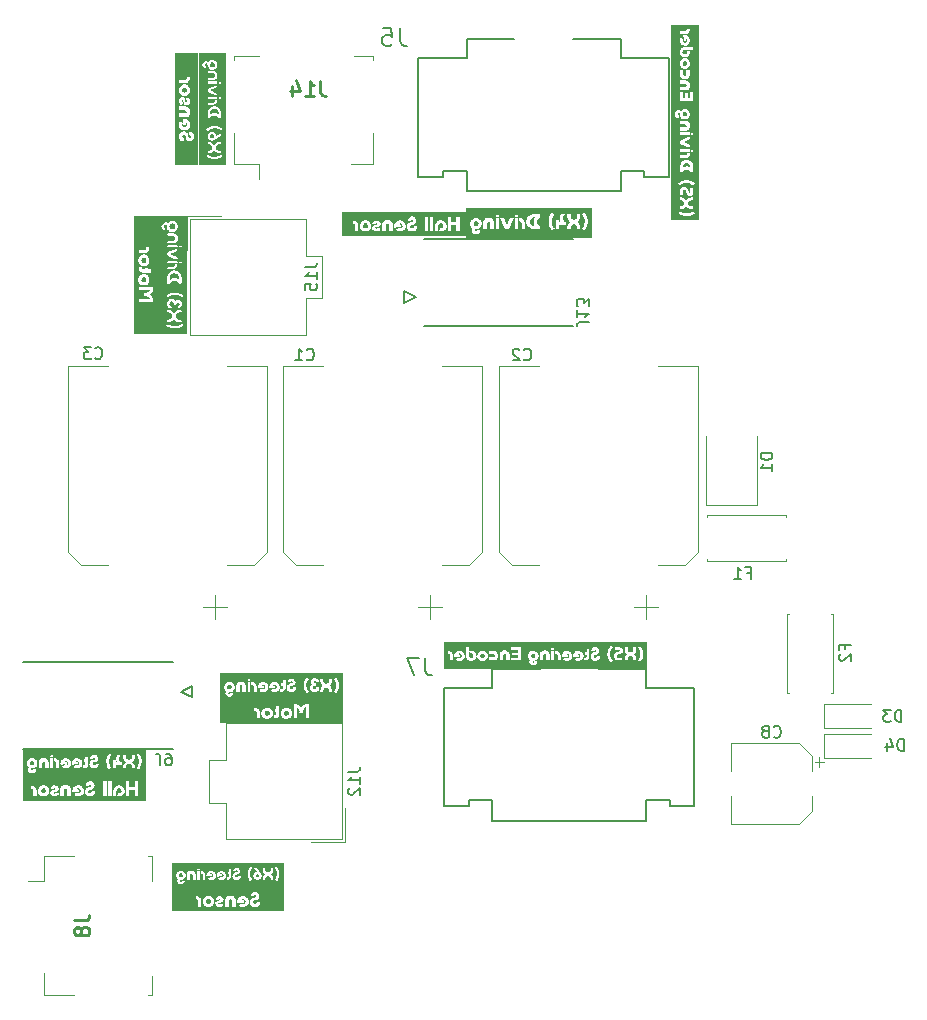
<source format=gbr>
%TF.GenerationSoftware,KiCad,Pcbnew,7.0.7*%
%TF.CreationDate,2024-02-15T16:38:16+01:00*%
%TF.ProjectId,nav_lower_controller,6e61765f-6c6f-4776-9572-5f636f6e7472,1*%
%TF.SameCoordinates,Original*%
%TF.FileFunction,Legend,Bot*%
%TF.FilePolarity,Positive*%
%FSLAX46Y46*%
G04 Gerber Fmt 4.6, Leading zero omitted, Abs format (unit mm)*
G04 Created by KiCad (PCBNEW 7.0.7) date 2024-02-15 16:38:16*
%MOMM*%
%LPD*%
G01*
G04 APERTURE LIST*
%ADD10C,0.150000*%
%ADD11C,0.254000*%
%ADD12C,0.120000*%
%ADD13C,0.100000*%
%ADD14C,0.127000*%
%ADD15C,0.200000*%
G04 APERTURE END LIST*
D10*
X127766666Y-81059580D02*
X127814285Y-81107200D01*
X127814285Y-81107200D02*
X127957142Y-81154819D01*
X127957142Y-81154819D02*
X128052380Y-81154819D01*
X128052380Y-81154819D02*
X128195237Y-81107200D01*
X128195237Y-81107200D02*
X128290475Y-81011961D01*
X128290475Y-81011961D02*
X128338094Y-80916723D01*
X128338094Y-80916723D02*
X128385713Y-80726247D01*
X128385713Y-80726247D02*
X128385713Y-80583390D01*
X128385713Y-80583390D02*
X128338094Y-80392914D01*
X128338094Y-80392914D02*
X128290475Y-80297676D01*
X128290475Y-80297676D02*
X128195237Y-80202438D01*
X128195237Y-80202438D02*
X128052380Y-80154819D01*
X128052380Y-80154819D02*
X127957142Y-80154819D01*
X127957142Y-80154819D02*
X127814285Y-80202438D01*
X127814285Y-80202438D02*
X127766666Y-80250057D01*
X126814285Y-81154819D02*
X127385713Y-81154819D01*
X127099999Y-81154819D02*
X127099999Y-80154819D01*
X127099999Y-80154819D02*
X127195237Y-80297676D01*
X127195237Y-80297676D02*
X127290475Y-80392914D01*
X127290475Y-80392914D02*
X127385713Y-80440533D01*
X173331009Y-105566666D02*
X173331009Y-105233333D01*
X173854819Y-105233333D02*
X172854819Y-105233333D01*
X172854819Y-105233333D02*
X172854819Y-105709523D01*
X172950057Y-106042857D02*
X172902438Y-106090476D01*
X172902438Y-106090476D02*
X172854819Y-106185714D01*
X172854819Y-106185714D02*
X172854819Y-106423809D01*
X172854819Y-106423809D02*
X172902438Y-106519047D01*
X172902438Y-106519047D02*
X172950057Y-106566666D01*
X172950057Y-106566666D02*
X173045295Y-106614285D01*
X173045295Y-106614285D02*
X173140533Y-106614285D01*
X173140533Y-106614285D02*
X173283390Y-106566666D01*
X173283390Y-106566666D02*
X173854819Y-105995238D01*
X173854819Y-105995238D02*
X173854819Y-106614285D01*
X167204819Y-89011905D02*
X166204819Y-89011905D01*
X166204819Y-89011905D02*
X166204819Y-89250000D01*
X166204819Y-89250000D02*
X166252438Y-89392857D01*
X166252438Y-89392857D02*
X166347676Y-89488095D01*
X166347676Y-89488095D02*
X166442914Y-89535714D01*
X166442914Y-89535714D02*
X166633390Y-89583333D01*
X166633390Y-89583333D02*
X166776247Y-89583333D01*
X166776247Y-89583333D02*
X166966723Y-89535714D01*
X166966723Y-89535714D02*
X167061961Y-89488095D01*
X167061961Y-89488095D02*
X167157200Y-89392857D01*
X167157200Y-89392857D02*
X167204819Y-89250000D01*
X167204819Y-89250000D02*
X167204819Y-89011905D01*
X167204819Y-90535714D02*
X167204819Y-89964286D01*
X167204819Y-90250000D02*
X166204819Y-90250000D01*
X166204819Y-90250000D02*
X166347676Y-90154762D01*
X166347676Y-90154762D02*
X166442914Y-90059524D01*
X166442914Y-90059524D02*
X166490533Y-89964286D01*
X109866666Y-80959580D02*
X109914285Y-81007200D01*
X109914285Y-81007200D02*
X110057142Y-81054819D01*
X110057142Y-81054819D02*
X110152380Y-81054819D01*
X110152380Y-81054819D02*
X110295237Y-81007200D01*
X110295237Y-81007200D02*
X110390475Y-80911961D01*
X110390475Y-80911961D02*
X110438094Y-80816723D01*
X110438094Y-80816723D02*
X110485713Y-80626247D01*
X110485713Y-80626247D02*
X110485713Y-80483390D01*
X110485713Y-80483390D02*
X110438094Y-80292914D01*
X110438094Y-80292914D02*
X110390475Y-80197676D01*
X110390475Y-80197676D02*
X110295237Y-80102438D01*
X110295237Y-80102438D02*
X110152380Y-80054819D01*
X110152380Y-80054819D02*
X110057142Y-80054819D01*
X110057142Y-80054819D02*
X109914285Y-80102438D01*
X109914285Y-80102438D02*
X109866666Y-80150057D01*
X109533332Y-80054819D02*
X108914285Y-80054819D01*
X108914285Y-80054819D02*
X109247618Y-80435771D01*
X109247618Y-80435771D02*
X109104761Y-80435771D01*
X109104761Y-80435771D02*
X109009523Y-80483390D01*
X109009523Y-80483390D02*
X108961904Y-80531009D01*
X108961904Y-80531009D02*
X108914285Y-80626247D01*
X108914285Y-80626247D02*
X108914285Y-80864342D01*
X108914285Y-80864342D02*
X108961904Y-80959580D01*
X108961904Y-80959580D02*
X109009523Y-81007200D01*
X109009523Y-81007200D02*
X109104761Y-81054819D01*
X109104761Y-81054819D02*
X109390475Y-81054819D01*
X109390475Y-81054819D02*
X109485713Y-81007200D01*
X109485713Y-81007200D02*
X109533332Y-80959580D01*
X127654819Y-73290476D02*
X128369104Y-73290476D01*
X128369104Y-73290476D02*
X128511961Y-73242857D01*
X128511961Y-73242857D02*
X128607200Y-73147619D01*
X128607200Y-73147619D02*
X128654819Y-73004762D01*
X128654819Y-73004762D02*
X128654819Y-72909524D01*
X128654819Y-74290476D02*
X128654819Y-73719048D01*
X128654819Y-74004762D02*
X127654819Y-74004762D01*
X127654819Y-74004762D02*
X127797676Y-73909524D01*
X127797676Y-73909524D02*
X127892914Y-73814286D01*
X127892914Y-73814286D02*
X127940533Y-73719048D01*
X127654819Y-75195238D02*
X127654819Y-74719048D01*
X127654819Y-74719048D02*
X128131009Y-74671429D01*
X128131009Y-74671429D02*
X128083390Y-74719048D01*
X128083390Y-74719048D02*
X128035771Y-74814286D01*
X128035771Y-74814286D02*
X128035771Y-75052381D01*
X128035771Y-75052381D02*
X128083390Y-75147619D01*
X128083390Y-75147619D02*
X128131009Y-75195238D01*
X128131009Y-75195238D02*
X128226247Y-75242857D01*
X128226247Y-75242857D02*
X128464342Y-75242857D01*
X128464342Y-75242857D02*
X128559580Y-75195238D01*
X128559580Y-75195238D02*
X128607200Y-75147619D01*
X128607200Y-75147619D02*
X128654819Y-75052381D01*
X128654819Y-75052381D02*
X128654819Y-74814286D01*
X128654819Y-74814286D02*
X128607200Y-74719048D01*
X128607200Y-74719048D02*
X128559580Y-74671429D01*
D11*
X108104318Y-128576667D02*
X109011461Y-128576667D01*
X109011461Y-128576667D02*
X109192889Y-128516190D01*
X109192889Y-128516190D02*
X109313842Y-128395238D01*
X109313842Y-128395238D02*
X109374318Y-128213809D01*
X109374318Y-128213809D02*
X109374318Y-128092857D01*
X108648603Y-129362857D02*
X108588127Y-129241905D01*
X108588127Y-129241905D02*
X108527651Y-129181428D01*
X108527651Y-129181428D02*
X108406699Y-129120952D01*
X108406699Y-129120952D02*
X108346222Y-129120952D01*
X108346222Y-129120952D02*
X108225270Y-129181428D01*
X108225270Y-129181428D02*
X108164794Y-129241905D01*
X108164794Y-129241905D02*
X108104318Y-129362857D01*
X108104318Y-129362857D02*
X108104318Y-129604762D01*
X108104318Y-129604762D02*
X108164794Y-129725714D01*
X108164794Y-129725714D02*
X108225270Y-129786190D01*
X108225270Y-129786190D02*
X108346222Y-129846667D01*
X108346222Y-129846667D02*
X108406699Y-129846667D01*
X108406699Y-129846667D02*
X108527651Y-129786190D01*
X108527651Y-129786190D02*
X108588127Y-129725714D01*
X108588127Y-129725714D02*
X108648603Y-129604762D01*
X108648603Y-129604762D02*
X108648603Y-129362857D01*
X108648603Y-129362857D02*
X108709080Y-129241905D01*
X108709080Y-129241905D02*
X108769556Y-129181428D01*
X108769556Y-129181428D02*
X108890508Y-129120952D01*
X108890508Y-129120952D02*
X109132413Y-129120952D01*
X109132413Y-129120952D02*
X109253365Y-129181428D01*
X109253365Y-129181428D02*
X109313842Y-129241905D01*
X109313842Y-129241905D02*
X109374318Y-129362857D01*
X109374318Y-129362857D02*
X109374318Y-129604762D01*
X109374318Y-129604762D02*
X109313842Y-129725714D01*
X109313842Y-129725714D02*
X109253365Y-129786190D01*
X109253365Y-129786190D02*
X109132413Y-129846667D01*
X109132413Y-129846667D02*
X108890508Y-129846667D01*
X108890508Y-129846667D02*
X108769556Y-129786190D01*
X108769556Y-129786190D02*
X108709080Y-129725714D01*
X108709080Y-129725714D02*
X108648603Y-129604762D01*
D10*
X115366666Y-115445180D02*
X115366666Y-114730895D01*
X115366666Y-114730895D02*
X115319047Y-114588038D01*
X115319047Y-114588038D02*
X115223809Y-114492800D01*
X115223809Y-114492800D02*
X115080952Y-114445180D01*
X115080952Y-114445180D02*
X114985714Y-114445180D01*
X115890476Y-114445180D02*
X116080952Y-114445180D01*
X116080952Y-114445180D02*
X116176190Y-114492800D01*
X116176190Y-114492800D02*
X116223809Y-114540419D01*
X116223809Y-114540419D02*
X116319047Y-114683276D01*
X116319047Y-114683276D02*
X116366666Y-114873752D01*
X116366666Y-114873752D02*
X116366666Y-115254704D01*
X116366666Y-115254704D02*
X116319047Y-115349942D01*
X116319047Y-115349942D02*
X116271428Y-115397561D01*
X116271428Y-115397561D02*
X116176190Y-115445180D01*
X116176190Y-115445180D02*
X115985714Y-115445180D01*
X115985714Y-115445180D02*
X115890476Y-115397561D01*
X115890476Y-115397561D02*
X115842857Y-115349942D01*
X115842857Y-115349942D02*
X115795238Y-115254704D01*
X115795238Y-115254704D02*
X115795238Y-115016609D01*
X115795238Y-115016609D02*
X115842857Y-114921371D01*
X115842857Y-114921371D02*
X115890476Y-114873752D01*
X115890476Y-114873752D02*
X115985714Y-114826133D01*
X115985714Y-114826133D02*
X116176190Y-114826133D01*
X116176190Y-114826133D02*
X116271428Y-114873752D01*
X116271428Y-114873752D02*
X116319047Y-114921371D01*
X116319047Y-114921371D02*
X116366666Y-115016609D01*
X178338094Y-114204819D02*
X178338094Y-113204819D01*
X178338094Y-113204819D02*
X178099999Y-113204819D01*
X178099999Y-113204819D02*
X177957142Y-113252438D01*
X177957142Y-113252438D02*
X177861904Y-113347676D01*
X177861904Y-113347676D02*
X177814285Y-113442914D01*
X177814285Y-113442914D02*
X177766666Y-113633390D01*
X177766666Y-113633390D02*
X177766666Y-113776247D01*
X177766666Y-113776247D02*
X177814285Y-113966723D01*
X177814285Y-113966723D02*
X177861904Y-114061961D01*
X177861904Y-114061961D02*
X177957142Y-114157200D01*
X177957142Y-114157200D02*
X178099999Y-114204819D01*
X178099999Y-114204819D02*
X178338094Y-114204819D01*
X176909523Y-113538152D02*
X176909523Y-114204819D01*
X177147618Y-113157200D02*
X177385713Y-113871485D01*
X177385713Y-113871485D02*
X176766666Y-113871485D01*
X165033333Y-99131009D02*
X165366666Y-99131009D01*
X165366666Y-99654819D02*
X165366666Y-98654819D01*
X165366666Y-98654819D02*
X164890476Y-98654819D01*
X163985714Y-99654819D02*
X164557142Y-99654819D01*
X164271428Y-99654819D02*
X164271428Y-98654819D01*
X164271428Y-98654819D02*
X164366666Y-98797676D01*
X164366666Y-98797676D02*
X164461904Y-98892914D01*
X164461904Y-98892914D02*
X164557142Y-98940533D01*
X167316666Y-113009580D02*
X167364285Y-113057200D01*
X167364285Y-113057200D02*
X167507142Y-113104819D01*
X167507142Y-113104819D02*
X167602380Y-113104819D01*
X167602380Y-113104819D02*
X167745237Y-113057200D01*
X167745237Y-113057200D02*
X167840475Y-112961961D01*
X167840475Y-112961961D02*
X167888094Y-112866723D01*
X167888094Y-112866723D02*
X167935713Y-112676247D01*
X167935713Y-112676247D02*
X167935713Y-112533390D01*
X167935713Y-112533390D02*
X167888094Y-112342914D01*
X167888094Y-112342914D02*
X167840475Y-112247676D01*
X167840475Y-112247676D02*
X167745237Y-112152438D01*
X167745237Y-112152438D02*
X167602380Y-112104819D01*
X167602380Y-112104819D02*
X167507142Y-112104819D01*
X167507142Y-112104819D02*
X167364285Y-112152438D01*
X167364285Y-112152438D02*
X167316666Y-112200057D01*
X166745237Y-112533390D02*
X166840475Y-112485771D01*
X166840475Y-112485771D02*
X166888094Y-112438152D01*
X166888094Y-112438152D02*
X166935713Y-112342914D01*
X166935713Y-112342914D02*
X166935713Y-112295295D01*
X166935713Y-112295295D02*
X166888094Y-112200057D01*
X166888094Y-112200057D02*
X166840475Y-112152438D01*
X166840475Y-112152438D02*
X166745237Y-112104819D01*
X166745237Y-112104819D02*
X166554761Y-112104819D01*
X166554761Y-112104819D02*
X166459523Y-112152438D01*
X166459523Y-112152438D02*
X166411904Y-112200057D01*
X166411904Y-112200057D02*
X166364285Y-112295295D01*
X166364285Y-112295295D02*
X166364285Y-112342914D01*
X166364285Y-112342914D02*
X166411904Y-112438152D01*
X166411904Y-112438152D02*
X166459523Y-112485771D01*
X166459523Y-112485771D02*
X166554761Y-112533390D01*
X166554761Y-112533390D02*
X166745237Y-112533390D01*
X166745237Y-112533390D02*
X166840475Y-112581009D01*
X166840475Y-112581009D02*
X166888094Y-112628628D01*
X166888094Y-112628628D02*
X166935713Y-112723866D01*
X166935713Y-112723866D02*
X166935713Y-112914342D01*
X166935713Y-112914342D02*
X166888094Y-113009580D01*
X166888094Y-113009580D02*
X166840475Y-113057200D01*
X166840475Y-113057200D02*
X166745237Y-113104819D01*
X166745237Y-113104819D02*
X166554761Y-113104819D01*
X166554761Y-113104819D02*
X166459523Y-113057200D01*
X166459523Y-113057200D02*
X166411904Y-113009580D01*
X166411904Y-113009580D02*
X166364285Y-112914342D01*
X166364285Y-112914342D02*
X166364285Y-112723866D01*
X166364285Y-112723866D02*
X166411904Y-112628628D01*
X166411904Y-112628628D02*
X166459523Y-112581009D01*
X166459523Y-112581009D02*
X166554761Y-112533390D01*
X131304819Y-115990476D02*
X132019104Y-115990476D01*
X132019104Y-115990476D02*
X132161961Y-115942857D01*
X132161961Y-115942857D02*
X132257200Y-115847619D01*
X132257200Y-115847619D02*
X132304819Y-115704762D01*
X132304819Y-115704762D02*
X132304819Y-115609524D01*
X132304819Y-116990476D02*
X132304819Y-116419048D01*
X132304819Y-116704762D02*
X131304819Y-116704762D01*
X131304819Y-116704762D02*
X131447676Y-116609524D01*
X131447676Y-116609524D02*
X131542914Y-116514286D01*
X131542914Y-116514286D02*
X131590533Y-116419048D01*
X131400057Y-117371429D02*
X131352438Y-117419048D01*
X131352438Y-117419048D02*
X131304819Y-117514286D01*
X131304819Y-117514286D02*
X131304819Y-117752381D01*
X131304819Y-117752381D02*
X131352438Y-117847619D01*
X131352438Y-117847619D02*
X131400057Y-117895238D01*
X131400057Y-117895238D02*
X131495295Y-117942857D01*
X131495295Y-117942857D02*
X131590533Y-117942857D01*
X131590533Y-117942857D02*
X131733390Y-117895238D01*
X131733390Y-117895238D02*
X132304819Y-117323810D01*
X132304819Y-117323810D02*
X132304819Y-117942857D01*
X135671499Y-53036628D02*
X135671499Y-54108057D01*
X135671499Y-54108057D02*
X135742928Y-54322342D01*
X135742928Y-54322342D02*
X135885785Y-54465200D01*
X135885785Y-54465200D02*
X136100071Y-54536628D01*
X136100071Y-54536628D02*
X136242928Y-54536628D01*
X134242928Y-53036628D02*
X134957214Y-53036628D01*
X134957214Y-53036628D02*
X135028642Y-53750914D01*
X135028642Y-53750914D02*
X134957214Y-53679485D01*
X134957214Y-53679485D02*
X134814357Y-53608057D01*
X134814357Y-53608057D02*
X134457214Y-53608057D01*
X134457214Y-53608057D02*
X134314357Y-53679485D01*
X134314357Y-53679485D02*
X134242928Y-53750914D01*
X134242928Y-53750914D02*
X134171499Y-53893771D01*
X134171499Y-53893771D02*
X134171499Y-54250914D01*
X134171499Y-54250914D02*
X134242928Y-54393771D01*
X134242928Y-54393771D02*
X134314357Y-54465200D01*
X134314357Y-54465200D02*
X134457214Y-54536628D01*
X134457214Y-54536628D02*
X134814357Y-54536628D01*
X134814357Y-54536628D02*
X134957214Y-54465200D01*
X134957214Y-54465200D02*
X135028642Y-54393771D01*
X137821499Y-106336628D02*
X137821499Y-107408057D01*
X137821499Y-107408057D02*
X137892928Y-107622342D01*
X137892928Y-107622342D02*
X138035785Y-107765200D01*
X138035785Y-107765200D02*
X138250071Y-107836628D01*
X138250071Y-107836628D02*
X138392928Y-107836628D01*
X137250071Y-106336628D02*
X136250071Y-106336628D01*
X136250071Y-106336628D02*
X136892928Y-107836628D01*
X151645180Y-77909523D02*
X150930895Y-77909523D01*
X150930895Y-77909523D02*
X150788038Y-77957142D01*
X150788038Y-77957142D02*
X150692800Y-78052380D01*
X150692800Y-78052380D02*
X150645180Y-78195237D01*
X150645180Y-78195237D02*
X150645180Y-78290475D01*
X150645180Y-76909523D02*
X150645180Y-77480951D01*
X150645180Y-77195237D02*
X151645180Y-77195237D01*
X151645180Y-77195237D02*
X151502323Y-77290475D01*
X151502323Y-77290475D02*
X151407085Y-77385713D01*
X151407085Y-77385713D02*
X151359466Y-77480951D01*
X151645180Y-76576189D02*
X151645180Y-75957142D01*
X151645180Y-75957142D02*
X151264228Y-76290475D01*
X151264228Y-76290475D02*
X151264228Y-76147618D01*
X151264228Y-76147618D02*
X151216609Y-76052380D01*
X151216609Y-76052380D02*
X151168990Y-76004761D01*
X151168990Y-76004761D02*
X151073752Y-75957142D01*
X151073752Y-75957142D02*
X150835657Y-75957142D01*
X150835657Y-75957142D02*
X150740419Y-76004761D01*
X150740419Y-76004761D02*
X150692800Y-76052380D01*
X150692800Y-76052380D02*
X150645180Y-76147618D01*
X150645180Y-76147618D02*
X150645180Y-76433332D01*
X150645180Y-76433332D02*
X150692800Y-76528570D01*
X150692800Y-76528570D02*
X150740419Y-76576189D01*
X146166666Y-81059580D02*
X146214285Y-81107200D01*
X146214285Y-81107200D02*
X146357142Y-81154819D01*
X146357142Y-81154819D02*
X146452380Y-81154819D01*
X146452380Y-81154819D02*
X146595237Y-81107200D01*
X146595237Y-81107200D02*
X146690475Y-81011961D01*
X146690475Y-81011961D02*
X146738094Y-80916723D01*
X146738094Y-80916723D02*
X146785713Y-80726247D01*
X146785713Y-80726247D02*
X146785713Y-80583390D01*
X146785713Y-80583390D02*
X146738094Y-80392914D01*
X146738094Y-80392914D02*
X146690475Y-80297676D01*
X146690475Y-80297676D02*
X146595237Y-80202438D01*
X146595237Y-80202438D02*
X146452380Y-80154819D01*
X146452380Y-80154819D02*
X146357142Y-80154819D01*
X146357142Y-80154819D02*
X146214285Y-80202438D01*
X146214285Y-80202438D02*
X146166666Y-80250057D01*
X145785713Y-80250057D02*
X145738094Y-80202438D01*
X145738094Y-80202438D02*
X145642856Y-80154819D01*
X145642856Y-80154819D02*
X145404761Y-80154819D01*
X145404761Y-80154819D02*
X145309523Y-80202438D01*
X145309523Y-80202438D02*
X145261904Y-80250057D01*
X145261904Y-80250057D02*
X145214285Y-80345295D01*
X145214285Y-80345295D02*
X145214285Y-80440533D01*
X145214285Y-80440533D02*
X145261904Y-80583390D01*
X145261904Y-80583390D02*
X145833332Y-81154819D01*
X145833332Y-81154819D02*
X145214285Y-81154819D01*
D11*
X128928094Y-57504318D02*
X128928094Y-58411461D01*
X128928094Y-58411461D02*
X128988571Y-58592889D01*
X128988571Y-58592889D02*
X129109523Y-58713842D01*
X129109523Y-58713842D02*
X129290952Y-58774318D01*
X129290952Y-58774318D02*
X129411904Y-58774318D01*
X127658094Y-58774318D02*
X128383809Y-58774318D01*
X128020952Y-58774318D02*
X128020952Y-57504318D01*
X128020952Y-57504318D02*
X128141904Y-57685746D01*
X128141904Y-57685746D02*
X128262856Y-57806699D01*
X128262856Y-57806699D02*
X128383809Y-57867175D01*
X126569523Y-57927651D02*
X126569523Y-58774318D01*
X126871904Y-57443842D02*
X127174285Y-58350984D01*
X127174285Y-58350984D02*
X126388094Y-58350984D01*
D10*
X178138094Y-111754819D02*
X178138094Y-110754819D01*
X178138094Y-110754819D02*
X177899999Y-110754819D01*
X177899999Y-110754819D02*
X177757142Y-110802438D01*
X177757142Y-110802438D02*
X177661904Y-110897676D01*
X177661904Y-110897676D02*
X177614285Y-110992914D01*
X177614285Y-110992914D02*
X177566666Y-111183390D01*
X177566666Y-111183390D02*
X177566666Y-111326247D01*
X177566666Y-111326247D02*
X177614285Y-111516723D01*
X177614285Y-111516723D02*
X177661904Y-111611961D01*
X177661904Y-111611961D02*
X177757142Y-111707200D01*
X177757142Y-111707200D02*
X177899999Y-111754819D01*
X177899999Y-111754819D02*
X178138094Y-111754819D01*
X177233332Y-110754819D02*
X176614285Y-110754819D01*
X176614285Y-110754819D02*
X176947618Y-111135771D01*
X176947618Y-111135771D02*
X176804761Y-111135771D01*
X176804761Y-111135771D02*
X176709523Y-111183390D01*
X176709523Y-111183390D02*
X176661904Y-111231009D01*
X176661904Y-111231009D02*
X176614285Y-111326247D01*
X176614285Y-111326247D02*
X176614285Y-111564342D01*
X176614285Y-111564342D02*
X176661904Y-111659580D01*
X176661904Y-111659580D02*
X176709523Y-111707200D01*
X176709523Y-111707200D02*
X176804761Y-111754819D01*
X176804761Y-111754819D02*
X177090475Y-111754819D01*
X177090475Y-111754819D02*
X177185713Y-111707200D01*
X177185713Y-111707200D02*
X177233332Y-111659580D01*
%TO.C,kibuzzard-642A8FD2*%
G36*
X119552822Y-126770314D02*
G01*
X119621799Y-126816589D01*
X119667202Y-126883820D01*
X119683791Y-126964148D01*
X119667202Y-127044475D01*
X119621799Y-127111706D01*
X119552822Y-127157108D01*
X119465510Y-127173697D01*
X119379071Y-127157108D01*
X119310967Y-127111706D01*
X119265564Y-127044475D01*
X119248975Y-126964148D01*
X119265564Y-126883820D01*
X119310967Y-126816589D01*
X119379071Y-126770314D01*
X119465510Y-126752851D01*
X119552822Y-126770314D01*
G37*
G36*
X125848237Y-127804676D02*
G01*
X125484435Y-127804676D01*
X123389334Y-127804676D01*
X122392225Y-127804676D01*
X120850286Y-127804676D01*
X120380545Y-127804676D01*
X119465510Y-127804676D01*
X118590639Y-127804676D01*
X116715565Y-127804676D01*
X116351763Y-127804676D01*
X116351763Y-126510122D01*
X118377596Y-126510122D01*
X118377596Y-126770314D01*
X118412521Y-126770314D01*
X118481498Y-126784284D01*
X118538251Y-126821828D01*
X118576669Y-126875962D01*
X118590639Y-126939700D01*
X118590639Y-127411188D01*
X118866546Y-127411188D01*
X118866546Y-126964148D01*
X118971321Y-126964148D01*
X118980271Y-127052115D01*
X119007119Y-127137899D01*
X119050121Y-127217790D01*
X119107529Y-127288077D01*
X119178907Y-127347231D01*
X119263818Y-127393725D01*
X119360080Y-127423848D01*
X119465510Y-127433889D01*
X119570940Y-127423848D01*
X119667202Y-127393725D01*
X119752113Y-127347231D01*
X119823491Y-127288077D01*
X119880899Y-127217790D01*
X119923901Y-127137899D01*
X119924721Y-127135280D01*
X120031295Y-127135280D01*
X120060108Y-127254025D01*
X120136943Y-127343084D01*
X120247830Y-127399837D01*
X120380545Y-127419919D01*
X120460196Y-127411188D01*
X120850286Y-127411188D01*
X121190805Y-127411188D01*
X121190805Y-126911760D01*
X121228349Y-126820955D01*
X121321774Y-126782537D01*
X121416944Y-126820082D01*
X121454489Y-126911760D01*
X121454489Y-127411188D01*
X121793261Y-127411188D01*
X121793261Y-126936208D01*
X121898036Y-126936208D01*
X121900656Y-127009550D01*
X121912006Y-127068922D01*
X121925103Y-127112579D01*
X121932961Y-127137026D01*
X121955663Y-127125676D01*
X122013289Y-127101228D01*
X122100601Y-127077654D01*
X122210615Y-127067176D01*
X122324121Y-127078527D01*
X122448105Y-127117817D01*
X122455090Y-127121310D01*
X122472553Y-127130041D01*
X122472553Y-126869850D01*
X122348569Y-126842783D01*
X122221093Y-126833179D01*
X122295308Y-126774679D01*
X122392225Y-126752851D01*
X122479538Y-126770314D01*
X122548514Y-126816589D01*
X122593917Y-126883820D01*
X122610506Y-126964148D01*
X122593917Y-127041856D01*
X122547641Y-127108213D01*
X122478664Y-127154489D01*
X122392225Y-127171951D01*
X122310151Y-127156235D01*
X122238555Y-127109086D01*
X122236809Y-127110832D01*
X122146004Y-127201638D01*
X122080519Y-127266249D01*
X122044721Y-127301174D01*
X122118282Y-127356835D01*
X122202757Y-127398091D01*
X122295090Y-127423630D01*
X122392225Y-127432142D01*
X122487832Y-127423411D01*
X122579074Y-127397218D01*
X122662894Y-127355308D01*
X122736236Y-127299428D01*
X122797573Y-127230887D01*
X122845377Y-127150996D01*
X122876155Y-127061501D01*
X122879605Y-127028759D01*
X122956264Y-127028759D01*
X122964122Y-127104939D01*
X122987696Y-127179809D01*
X123025459Y-127249878D01*
X123075882Y-127311651D01*
X123138529Y-127363820D01*
X123212963Y-127405076D01*
X123297219Y-127431924D01*
X123389334Y-127440874D01*
X123482540Y-127432142D01*
X123566578Y-127405949D01*
X123640357Y-127365348D01*
X123702786Y-127313398D01*
X123753209Y-127251624D01*
X123790971Y-127181556D01*
X123814546Y-127106249D01*
X123822404Y-127028759D01*
X123822404Y-126999073D01*
X123546496Y-126999073D01*
X123546496Y-127028759D01*
X123500221Y-127134407D01*
X123389334Y-127178936D01*
X123327342Y-127166713D01*
X123277574Y-127133534D01*
X123245268Y-127085512D01*
X123233918Y-127028759D01*
X123246141Y-126971133D01*
X123279320Y-126922238D01*
X123329088Y-126889059D01*
X123391080Y-126876835D01*
X123407669Y-126876835D01*
X123424259Y-126875089D01*
X123438229Y-126872469D01*
X123453945Y-126869850D01*
X123590153Y-126825102D01*
X123691435Y-126746739D01*
X123754300Y-126642183D01*
X123775255Y-126518854D01*
X123749061Y-126386139D01*
X123673973Y-126270886D01*
X123620057Y-126225265D01*
X123556101Y-126189686D01*
X123482540Y-126166766D01*
X123399811Y-126159126D01*
X123319702Y-126166766D01*
X123247014Y-126189686D01*
X123129143Y-126270013D01*
X123053181Y-126383519D01*
X123026114Y-126513615D01*
X123026114Y-126543301D01*
X123305514Y-126543301D01*
X123305514Y-126513615D01*
X123332581Y-126445511D01*
X123399811Y-126417571D01*
X123469661Y-126445511D01*
X123497601Y-126513615D01*
X123470534Y-126594816D01*
X123399811Y-126630614D01*
X123375364Y-126630614D01*
X123281285Y-126638908D01*
X123198119Y-126663792D01*
X123126305Y-126702428D01*
X123066278Y-126751978D01*
X123018692Y-126811132D01*
X122984204Y-126878581D01*
X122963249Y-126951924D01*
X122956264Y-127028759D01*
X122879605Y-127028759D01*
X122886414Y-126964148D01*
X122877464Y-126876180D01*
X122850616Y-126790396D01*
X122807614Y-126710505D01*
X122750206Y-126640218D01*
X122679047Y-126581064D01*
X122594790Y-126534570D01*
X122498746Y-126504447D01*
X122392225Y-126494406D01*
X122290069Y-126503574D01*
X122196645Y-126531077D01*
X122113916Y-126573861D01*
X122043848Y-126628867D01*
X121986440Y-126694788D01*
X121941693Y-126770314D01*
X121911570Y-126851951D01*
X121898036Y-126936208D01*
X121793261Y-126936208D01*
X121793261Y-126911760D01*
X121784530Y-126823793D01*
X121758336Y-126741501D01*
X121716426Y-126667067D01*
X121660546Y-126602674D01*
X121591351Y-126549631D01*
X121509496Y-126509249D01*
X121416290Y-126483710D01*
X121313042Y-126475197D01*
X121207613Y-126483710D01*
X121114843Y-126509249D01*
X121035170Y-126549631D01*
X120969031Y-126602674D01*
X120917080Y-126667067D01*
X120879972Y-126741501D01*
X120857708Y-126823793D01*
X120850286Y-126911760D01*
X120850286Y-127411188D01*
X120460196Y-127411188D01*
X120494051Y-127407477D01*
X120593587Y-127370151D01*
X120674788Y-127307940D01*
X120733287Y-127220846D01*
X120745511Y-127196399D01*
X120719317Y-127184175D01*
X120629386Y-127140519D01*
X120539454Y-127096862D01*
X120501036Y-127077654D01*
X120488812Y-127114325D01*
X120446902Y-127179809D01*
X120377052Y-127206876D01*
X120321172Y-127186794D01*
X120300217Y-127131787D01*
X120306329Y-127103847D01*
X120324665Y-127089877D01*
X120361336Y-127076781D01*
X120415470Y-127068922D01*
X120536834Y-127047094D01*
X120640736Y-126997326D01*
X120714079Y-126913506D01*
X120742019Y-126791269D01*
X120716698Y-126675143D01*
X120645975Y-126586957D01*
X120540327Y-126531077D01*
X120408485Y-126511869D01*
X120286466Y-126526930D01*
X120178853Y-126572114D01*
X120093942Y-126645239D01*
X120040026Y-126744120D01*
X120033041Y-126768567D01*
X120059235Y-126779045D01*
X120145674Y-126811351D01*
X120232114Y-126841910D01*
X120267039Y-126857626D01*
X120279262Y-126824447D01*
X120322919Y-126756344D01*
X120396261Y-126730150D01*
X120453887Y-126749359D01*
X120478335Y-126794761D01*
X120451268Y-126857626D01*
X120366575Y-126882074D01*
X120304583Y-126890805D01*
X120239099Y-126903029D01*
X120157462Y-126932060D01*
X120090667Y-126980737D01*
X120046138Y-127048622D01*
X120031295Y-127135280D01*
X119924721Y-127135280D01*
X119950749Y-127052115D01*
X119959699Y-126964148D01*
X119950967Y-126876180D01*
X119924774Y-126790396D01*
X119882427Y-126710505D01*
X119825237Y-126640218D01*
X119753860Y-126581064D01*
X119668948Y-126534570D01*
X119572250Y-126504447D01*
X119465510Y-126494406D01*
X119358770Y-126504229D01*
X119262072Y-126533697D01*
X119177160Y-126579536D01*
X119105782Y-126638472D01*
X119048593Y-126708758D01*
X119006246Y-126788649D01*
X118980052Y-126874870D01*
X118971321Y-126964148D01*
X118866546Y-126964148D01*
X118866546Y-126939700D01*
X118858252Y-126858936D01*
X118833367Y-126780791D01*
X118793422Y-126708104D01*
X118739943Y-126643711D01*
X118674022Y-126589359D01*
X118596751Y-126546794D01*
X118509220Y-126519290D01*
X118412521Y-126510122D01*
X118377596Y-126510122D01*
X116351763Y-126510122D01*
X116351763Y-125795324D01*
X116715565Y-125795324D01*
X125484435Y-125795324D01*
X125848237Y-125795324D01*
X125848237Y-127804676D01*
G37*
%TO.C,kibuzzard-642A9082*%
G36*
X105593707Y-117395314D02*
G01*
X105662684Y-117441589D01*
X105708087Y-117508820D01*
X105724676Y-117589148D01*
X105708087Y-117669475D01*
X105662684Y-117736706D01*
X105593707Y-117782108D01*
X105506395Y-117798697D01*
X105419956Y-117782108D01*
X105351852Y-117736706D01*
X105306449Y-117669475D01*
X105289860Y-117589148D01*
X105306449Y-117508820D01*
X105351852Y-117441589D01*
X105419956Y-117395314D01*
X105506395Y-117377851D01*
X105593707Y-117395314D01*
G37*
G36*
X114143072Y-118429676D02*
G01*
X113779270Y-118429676D01*
X113481519Y-118429676D01*
X111888939Y-118429676D01*
X111255050Y-118429676D01*
X110837696Y-118429676D01*
X109430219Y-118429676D01*
X108433110Y-118429676D01*
X106891171Y-118429676D01*
X106421430Y-118429676D01*
X105506395Y-118429676D01*
X104631524Y-118429676D01*
X104120730Y-118429676D01*
X103756928Y-118429676D01*
X103756928Y-117135122D01*
X104418481Y-117135122D01*
X104418481Y-117395314D01*
X104453406Y-117395314D01*
X104522383Y-117409284D01*
X104579136Y-117446828D01*
X104617554Y-117500962D01*
X104631524Y-117564700D01*
X104631524Y-118036188D01*
X104907431Y-118036188D01*
X104907431Y-117589148D01*
X105012206Y-117589148D01*
X105021156Y-117677115D01*
X105048004Y-117762899D01*
X105091006Y-117842790D01*
X105148414Y-117913077D01*
X105219792Y-117972231D01*
X105304703Y-118018725D01*
X105400965Y-118048848D01*
X105506395Y-118058889D01*
X105611825Y-118048848D01*
X105708087Y-118018725D01*
X105792998Y-117972231D01*
X105864376Y-117913077D01*
X105921784Y-117842790D01*
X105964786Y-117762899D01*
X105965606Y-117760280D01*
X106072180Y-117760280D01*
X106100993Y-117879025D01*
X106177828Y-117968084D01*
X106288715Y-118024837D01*
X106421430Y-118044919D01*
X106501081Y-118036188D01*
X106891171Y-118036188D01*
X107231690Y-118036188D01*
X107231690Y-117536760D01*
X107269234Y-117445955D01*
X107362659Y-117407537D01*
X107457829Y-117445082D01*
X107495374Y-117536760D01*
X107495374Y-118036188D01*
X107834146Y-118036188D01*
X107834146Y-117561208D01*
X107938921Y-117561208D01*
X107941541Y-117634550D01*
X107952891Y-117693922D01*
X107965988Y-117737579D01*
X107973846Y-117762026D01*
X107996547Y-117750676D01*
X108054174Y-117726228D01*
X108141486Y-117702654D01*
X108251500Y-117692176D01*
X108365006Y-117703527D01*
X108488990Y-117742817D01*
X108495975Y-117746310D01*
X108513437Y-117755041D01*
X108513437Y-117494850D01*
X108389454Y-117467783D01*
X108261978Y-117458179D01*
X108336193Y-117399679D01*
X108433110Y-117377851D01*
X108520422Y-117395314D01*
X108589399Y-117441589D01*
X108634802Y-117508820D01*
X108651391Y-117589148D01*
X108634802Y-117666856D01*
X108588526Y-117733213D01*
X108519549Y-117779489D01*
X108433110Y-117796951D01*
X108351036Y-117781235D01*
X108279440Y-117734086D01*
X108277694Y-117735832D01*
X108186889Y-117826638D01*
X108121404Y-117891249D01*
X108085606Y-117926174D01*
X108159167Y-117981835D01*
X108243642Y-118023091D01*
X108335975Y-118048630D01*
X108433110Y-118057142D01*
X108528717Y-118048411D01*
X108619959Y-118022218D01*
X108703779Y-117980308D01*
X108777121Y-117924428D01*
X108838458Y-117855887D01*
X108886262Y-117775996D01*
X108917040Y-117686501D01*
X108920490Y-117653759D01*
X108997149Y-117653759D01*
X109005007Y-117729939D01*
X109028581Y-117804809D01*
X109066344Y-117874878D01*
X109116767Y-117936651D01*
X109179414Y-117988820D01*
X109253848Y-118030076D01*
X109338104Y-118056924D01*
X109430219Y-118065874D01*
X109523425Y-118057142D01*
X109607463Y-118030949D01*
X109681242Y-117990348D01*
X109743671Y-117938398D01*
X109794094Y-117876624D01*
X109831856Y-117806556D01*
X109855431Y-117731249D01*
X109863289Y-117653759D01*
X109863289Y-117624073D01*
X109587381Y-117624073D01*
X109587381Y-117653759D01*
X109541106Y-117759407D01*
X109430219Y-117803936D01*
X109368227Y-117791713D01*
X109318459Y-117758534D01*
X109286153Y-117710512D01*
X109274803Y-117653759D01*
X109287026Y-117596133D01*
X109320205Y-117547238D01*
X109369973Y-117514059D01*
X109431965Y-117501835D01*
X109448554Y-117501835D01*
X109465144Y-117500089D01*
X109479114Y-117497469D01*
X109494830Y-117494850D01*
X109631038Y-117450102D01*
X109732320Y-117371739D01*
X109795185Y-117267183D01*
X109816140Y-117143854D01*
X109789946Y-117011139D01*
X109714858Y-116895886D01*
X109660942Y-116850265D01*
X109596986Y-116814686D01*
X109577370Y-116808574D01*
X110560043Y-116808574D01*
X110560043Y-118036188D01*
X110837696Y-118036188D01*
X110837696Y-116808574D01*
X110977396Y-116808574D01*
X110977396Y-118036188D01*
X111255050Y-118036188D01*
X111393004Y-118036188D01*
X111672404Y-118036188D01*
X111672404Y-117590894D01*
X111687247Y-117501835D01*
X111729157Y-117428493D01*
X111796388Y-117378724D01*
X111888939Y-117360389D01*
X111976251Y-117380471D01*
X112045228Y-117433731D01*
X112089758Y-117507947D01*
X112105474Y-117590894D01*
X112089758Y-117672968D01*
X112045228Y-117744564D01*
X111976251Y-117796078D01*
X111888939Y-117816160D01*
X111842663Y-117813541D01*
X111799880Y-117802190D01*
X111781544Y-117844100D01*
X111749239Y-117919189D01*
X111703836Y-118022218D01*
X111703836Y-118023964D01*
X111794641Y-118050158D01*
X111888939Y-118058889D01*
X111994369Y-118048848D01*
X112090631Y-118018725D01*
X112175542Y-117972231D01*
X112246920Y-117913077D01*
X112304328Y-117843009D01*
X112347329Y-117763773D01*
X112374178Y-117678643D01*
X112383128Y-117590894D01*
X112374396Y-117502926D01*
X112348203Y-117417142D01*
X112305856Y-117337251D01*
X112248666Y-117266964D01*
X112177288Y-117207810D01*
X112092377Y-117161316D01*
X111995678Y-117131193D01*
X111888939Y-117121152D01*
X111782199Y-117130975D01*
X111685501Y-117160443D01*
X111600589Y-117206282D01*
X111529211Y-117265218D01*
X111471803Y-117335505D01*
X111428802Y-117415396D01*
X111401953Y-117501617D01*
X111393004Y-117590894D01*
X111393004Y-118036188D01*
X111255050Y-118036188D01*
X111255050Y-116810320D01*
X112487903Y-116810320D01*
X112487903Y-118037934D01*
X112765556Y-118037934D01*
X112765556Y-117541999D01*
X112872951Y-117509257D01*
X112982091Y-117498342D01*
X113097344Y-117508820D01*
X113205611Y-117540252D01*
X113205611Y-118037934D01*
X113481519Y-118037934D01*
X113481519Y-116810320D01*
X113205611Y-116810320D01*
X113205611Y-117287046D01*
X113092978Y-117269584D01*
X112980345Y-117264345D01*
X112873387Y-117269584D01*
X112765556Y-117285300D01*
X112765556Y-116810320D01*
X112487903Y-116810320D01*
X111255050Y-116810320D01*
X111255050Y-116808574D01*
X110977396Y-116808574D01*
X110837696Y-116808574D01*
X110560043Y-116808574D01*
X109577370Y-116808574D01*
X109523425Y-116791766D01*
X109440696Y-116784126D01*
X109360587Y-116791766D01*
X109287899Y-116814686D01*
X109170028Y-116895013D01*
X109094066Y-117008519D01*
X109066999Y-117138615D01*
X109066999Y-117168301D01*
X109346399Y-117168301D01*
X109346399Y-117138615D01*
X109373466Y-117070511D01*
X109440696Y-117042571D01*
X109510546Y-117070511D01*
X109538486Y-117138615D01*
X109511419Y-117219816D01*
X109440696Y-117255614D01*
X109416249Y-117255614D01*
X109322170Y-117263908D01*
X109239004Y-117288792D01*
X109167190Y-117327428D01*
X109107163Y-117376978D01*
X109059577Y-117436132D01*
X109025089Y-117503581D01*
X109004134Y-117576924D01*
X108997149Y-117653759D01*
X108920490Y-117653759D01*
X108927299Y-117589148D01*
X108918349Y-117501180D01*
X108891501Y-117415396D01*
X108848499Y-117335505D01*
X108791091Y-117265218D01*
X108719932Y-117206064D01*
X108635675Y-117159570D01*
X108539631Y-117129447D01*
X108433110Y-117119406D01*
X108330954Y-117128574D01*
X108237530Y-117156077D01*
X108154801Y-117198861D01*
X108084733Y-117253867D01*
X108027325Y-117319788D01*
X107982577Y-117395314D01*
X107952455Y-117476951D01*
X107938921Y-117561208D01*
X107834146Y-117561208D01*
X107834146Y-117536760D01*
X107825415Y-117448793D01*
X107799221Y-117366501D01*
X107757311Y-117292067D01*
X107701431Y-117227674D01*
X107632236Y-117174631D01*
X107550381Y-117134249D01*
X107457175Y-117108710D01*
X107353927Y-117100197D01*
X107248498Y-117108710D01*
X107155728Y-117134249D01*
X107076055Y-117174631D01*
X107009916Y-117227674D01*
X106957965Y-117292067D01*
X106920857Y-117366501D01*
X106898593Y-117448793D01*
X106891171Y-117536760D01*
X106891171Y-118036188D01*
X106501081Y-118036188D01*
X106534936Y-118032477D01*
X106634473Y-117995151D01*
X106715673Y-117932940D01*
X106774173Y-117845846D01*
X106786396Y-117821399D01*
X106760202Y-117809175D01*
X106670271Y-117765519D01*
X106580339Y-117721862D01*
X106541921Y-117702654D01*
X106529698Y-117739325D01*
X106487787Y-117804809D01*
X106417938Y-117831876D01*
X106362058Y-117811794D01*
X106341103Y-117756787D01*
X106347214Y-117728847D01*
X106365550Y-117714877D01*
X106402221Y-117701781D01*
X106456355Y-117693922D01*
X106577719Y-117672094D01*
X106681621Y-117622326D01*
X106754964Y-117538506D01*
X106782904Y-117416269D01*
X106757583Y-117300143D01*
X106686860Y-117211957D01*
X106581212Y-117156077D01*
X106449370Y-117136869D01*
X106327351Y-117151930D01*
X106219738Y-117197114D01*
X106134827Y-117270239D01*
X106080911Y-117369120D01*
X106073926Y-117393567D01*
X106100120Y-117404045D01*
X106186559Y-117436351D01*
X106272999Y-117466910D01*
X106307924Y-117482626D01*
X106320147Y-117449447D01*
X106363804Y-117381344D01*
X106437146Y-117355150D01*
X106494772Y-117374359D01*
X106519220Y-117419761D01*
X106492153Y-117482626D01*
X106407460Y-117507074D01*
X106345468Y-117515805D01*
X106279984Y-117528029D01*
X106198347Y-117557060D01*
X106131552Y-117605737D01*
X106087023Y-117673622D01*
X106072180Y-117760280D01*
X105965606Y-117760280D01*
X105991634Y-117677115D01*
X106000584Y-117589148D01*
X105991853Y-117501180D01*
X105965659Y-117415396D01*
X105923312Y-117335505D01*
X105866122Y-117265218D01*
X105794745Y-117206064D01*
X105709833Y-117159570D01*
X105613135Y-117129447D01*
X105506395Y-117119406D01*
X105399655Y-117129229D01*
X105302957Y-117158697D01*
X105218045Y-117204536D01*
X105146667Y-117263472D01*
X105089478Y-117333758D01*
X105047131Y-117413649D01*
X105020938Y-117499870D01*
X105012206Y-117589148D01*
X104907431Y-117589148D01*
X104907431Y-117564700D01*
X104899137Y-117483936D01*
X104874253Y-117405791D01*
X104834307Y-117333104D01*
X104780828Y-117268711D01*
X104714907Y-117214359D01*
X104637636Y-117171794D01*
X104550105Y-117144290D01*
X104453406Y-117135122D01*
X104418481Y-117135122D01*
X103756928Y-117135122D01*
X103756928Y-116420324D01*
X104120730Y-116420324D01*
X113779270Y-116420324D01*
X114143072Y-116420324D01*
X114143072Y-118429676D01*
G37*
D12*
%TO.C,C1*%
X138200000Y-103050000D02*
X138200000Y-101050000D01*
X139200000Y-102050000D02*
X137200000Y-102050000D01*
X126854437Y-98460000D02*
X129140000Y-98460000D01*
X126854437Y-98460000D02*
X125790000Y-97395563D01*
X141545563Y-98460000D02*
X139260000Y-98460000D01*
X141545563Y-98460000D02*
X142610000Y-97395563D01*
X125790000Y-97395563D02*
X125790000Y-81640000D01*
X142610000Y-97395563D02*
X142610000Y-81640000D01*
X125790000Y-81640000D02*
X129140000Y-81640000D01*
X142610000Y-81640000D02*
X139260000Y-81640000D01*
%TO.C,F2*%
X172360000Y-102610000D02*
X172360000Y-109330000D01*
X172160000Y-102610000D02*
X172360000Y-102610000D01*
X168440000Y-102610000D02*
X168640000Y-102610000D01*
X168440000Y-102610000D02*
X168440000Y-109330000D01*
X172160000Y-109330000D02*
X172360000Y-109330000D01*
X168440000Y-109330000D02*
X168640000Y-109330000D01*
%TO.C,kibuzzard-642A90E8*%
G36*
X114074911Y-74120027D02*
G01*
X114142142Y-74165430D01*
X114188418Y-74233534D01*
X114205880Y-74319973D01*
X114188418Y-74407286D01*
X114142142Y-74476262D01*
X114074911Y-74521665D01*
X113994584Y-74538254D01*
X113914256Y-74521665D01*
X113847026Y-74476262D01*
X113801623Y-74407286D01*
X113785034Y-74319973D01*
X113801623Y-74233534D01*
X113847026Y-74165430D01*
X113914256Y-74120027D01*
X113994584Y-74103438D01*
X114074911Y-74120027D01*
G37*
G36*
X114074911Y-72480299D02*
G01*
X114142142Y-72525701D01*
X114188418Y-72593805D01*
X114205880Y-72680244D01*
X114188418Y-72767557D01*
X114142142Y-72836534D01*
X114074911Y-72881936D01*
X113994584Y-72898526D01*
X113914256Y-72881936D01*
X113847026Y-72836534D01*
X113801623Y-72767557D01*
X113785034Y-72680244D01*
X113801623Y-72593805D01*
X113847026Y-72525701D01*
X113914256Y-72480299D01*
X113994584Y-72463709D01*
X114074911Y-72480299D01*
G37*
G36*
X115138960Y-69265658D02*
G01*
X115138960Y-78534342D01*
X115138960Y-78898145D01*
X113161040Y-78898145D01*
X113161040Y-78534342D01*
X113161040Y-74918937D01*
X113547544Y-74918937D01*
X113547544Y-75194844D01*
X114483534Y-75194844D01*
X114425908Y-75291761D01*
X114342961Y-75364231D01*
X114244297Y-75409633D01*
X114139522Y-75425349D01*
X114057449Y-75416618D01*
X114020777Y-75407887D01*
X114020777Y-75718719D01*
X114057449Y-75709988D01*
X114139522Y-75701257D01*
X114244297Y-75716973D01*
X114342961Y-75762376D01*
X114425908Y-75834845D01*
X114483534Y-75931762D01*
X113547544Y-75931762D01*
X113547544Y-76207669D01*
X114762934Y-76207669D01*
X114766426Y-76179729D01*
X114772538Y-76127342D01*
X114775158Y-76074954D01*
X114768173Y-75976679D01*
X114747218Y-75882091D01*
X114712293Y-75791189D01*
X114664562Y-75706496D01*
X114605189Y-75630534D01*
X114534175Y-75563303D01*
X114605189Y-75492871D01*
X114664562Y-75416618D01*
X114712293Y-75334544D01*
X114747218Y-75246456D01*
X114768173Y-75152158D01*
X114775158Y-75051652D01*
X114772538Y-74999264D01*
X114766426Y-74946877D01*
X114762934Y-74918937D01*
X113547544Y-74918937D01*
X113161040Y-74918937D01*
X113161040Y-74319973D01*
X113524842Y-74319973D01*
X113534883Y-74425403D01*
X113565006Y-74521665D01*
X113611500Y-74606576D01*
X113670654Y-74677954D01*
X113740941Y-74735362D01*
X113820832Y-74778364D01*
X113906616Y-74805212D01*
X113994584Y-74814162D01*
X114082551Y-74805431D01*
X114168336Y-74779237D01*
X114248227Y-74736890D01*
X114318513Y-74679701D01*
X114377667Y-74608323D01*
X114424161Y-74523411D01*
X114454284Y-74426713D01*
X114464325Y-74319973D01*
X114454502Y-74213234D01*
X114425034Y-74116535D01*
X114379195Y-74031624D01*
X114320259Y-73960246D01*
X114249973Y-73903056D01*
X114170082Y-73860709D01*
X114083861Y-73834516D01*
X113994584Y-73825784D01*
X113906616Y-73834734D01*
X113820832Y-73861582D01*
X113740941Y-73904584D01*
X113670654Y-73961992D01*
X113611500Y-74033370D01*
X113565006Y-74118281D01*
X113534883Y-74214543D01*
X113524842Y-74319973D01*
X113161040Y-74319973D01*
X113161040Y-73226821D01*
X113547544Y-73226821D01*
X113547544Y-73312387D01*
X113556275Y-73401882D01*
X113582469Y-73481773D01*
X113622632Y-73551405D01*
X113673274Y-73610122D01*
X113732865Y-73657271D01*
X113799877Y-73692196D01*
X113871255Y-73713806D01*
X113943943Y-73721009D01*
X114611010Y-73721009D01*
X114611010Y-73445102D01*
X114342088Y-73445102D01*
X114342088Y-73321118D01*
X114081896Y-73321118D01*
X114081896Y-73445102D01*
X113938704Y-73445102D01*
X113847899Y-73406684D01*
X113807735Y-73312387D01*
X113807735Y-73226821D01*
X113547544Y-73226821D01*
X113161040Y-73226821D01*
X113161040Y-72680244D01*
X113524842Y-72680244D01*
X113534883Y-72785674D01*
X113565006Y-72881936D01*
X113611500Y-72966848D01*
X113670654Y-73038226D01*
X113740941Y-73095634D01*
X113820832Y-73138635D01*
X113906616Y-73165484D01*
X113994584Y-73174433D01*
X114082551Y-73165702D01*
X114168336Y-73139508D01*
X114248227Y-73097162D01*
X114318513Y-73039972D01*
X114377667Y-72968594D01*
X114424161Y-72883682D01*
X114454284Y-72786984D01*
X114464325Y-72680244D01*
X114454502Y-72573505D01*
X114425034Y-72476806D01*
X114379195Y-72391895D01*
X114320259Y-72320517D01*
X114249973Y-72263327D01*
X114170082Y-72220981D01*
X114083861Y-72194787D01*
X113994584Y-72186056D01*
X113906616Y-72195005D01*
X113820832Y-72221854D01*
X113740941Y-72264855D01*
X113670654Y-72322263D01*
X113611500Y-72393641D01*
X113565006Y-72478552D01*
X113534883Y-72574815D01*
X113524842Y-72680244D01*
X113161040Y-72680244D01*
X113161040Y-71805373D01*
X113547544Y-71805373D01*
X113547544Y-72081281D01*
X114019031Y-72081281D01*
X114099795Y-72072986D01*
X114177940Y-72048102D01*
X114250628Y-72008156D01*
X114315021Y-71954677D01*
X114369373Y-71888757D01*
X114411938Y-71811485D01*
X114439441Y-71723954D01*
X114448609Y-71627256D01*
X114448609Y-71592331D01*
X114188418Y-71592331D01*
X114188418Y-71627256D01*
X114174448Y-71696232D01*
X114136903Y-71752986D01*
X114082769Y-71791403D01*
X114019031Y-71805373D01*
X113547544Y-71805373D01*
X113161040Y-71805373D01*
X113161040Y-69265658D01*
X113161040Y-68901855D01*
X115138960Y-68901855D01*
X115138960Y-69265658D01*
G37*
%TO.C,D1*%
X161600000Y-93410000D02*
X161600000Y-87600000D01*
X165900000Y-93410000D02*
X161600000Y-93410000D01*
X165900000Y-93410000D02*
X165900000Y-87600000D01*
%TO.C,C3*%
X120000000Y-103050000D02*
X120000000Y-101050000D01*
X121000000Y-102050000D02*
X119000000Y-102050000D01*
X108654437Y-98460000D02*
X110940000Y-98460000D01*
X108654437Y-98460000D02*
X107590000Y-97395563D01*
X123345563Y-98460000D02*
X121060000Y-98460000D01*
X123345563Y-98460000D02*
X124410000Y-97395563D01*
X107590000Y-97395563D02*
X107590000Y-81640000D01*
X124410000Y-97395563D02*
X124410000Y-81640000D01*
X107590000Y-81640000D02*
X110940000Y-81640000D01*
X124410000Y-81640000D02*
X121060000Y-81640000D01*
%TO.C,kibuzzard-642A9089*%
G36*
X142207308Y-69364024D02*
G01*
X142276285Y-69410300D01*
X142321687Y-69477531D01*
X142338277Y-69557858D01*
X142321687Y-69637312D01*
X142276285Y-69703670D01*
X142207308Y-69749946D01*
X142119996Y-69767408D01*
X142033556Y-69750819D01*
X141965452Y-69705416D01*
X141920050Y-69638186D01*
X141903461Y-69557858D01*
X141920050Y-69477531D01*
X141965452Y-69410300D01*
X142033556Y-69364024D01*
X142119996Y-69346562D01*
X142207308Y-69364024D01*
G37*
G36*
X147039400Y-69123478D02*
G01*
X147010369Y-69212101D01*
X146992688Y-69302469D01*
X146986794Y-69391964D01*
X146993125Y-69485389D01*
X147012115Y-69577067D01*
X147044202Y-69665689D01*
X147089823Y-69749946D01*
X146995526Y-69749946D01*
X146919345Y-69742524D01*
X146851460Y-69720259D01*
X146743192Y-69640805D01*
X146675089Y-69526426D01*
X146651514Y-69393711D01*
X146675089Y-69261869D01*
X146743192Y-69148362D01*
X146851460Y-69068908D01*
X146919345Y-69046643D01*
X146995526Y-69039222D01*
X147079346Y-69039222D01*
X147039400Y-69123478D01*
G37*
G36*
X151937995Y-70840188D02*
G01*
X151574193Y-70840188D01*
X151275584Y-70840188D01*
X149847152Y-70840188D01*
X148900684Y-70840188D01*
X148565404Y-70840188D01*
X146995526Y-70840188D01*
X145970477Y-70840188D01*
X145394214Y-70840188D01*
X144599671Y-70840188D01*
X143801634Y-70840188D01*
X142718959Y-70840188D01*
X142118249Y-70840188D01*
X141625807Y-70840188D01*
X141262005Y-70840188D01*
X141262005Y-69557858D01*
X141625807Y-69557858D01*
X141637594Y-69659359D01*
X141672956Y-69757804D01*
X141730582Y-69847517D01*
X141809163Y-69922824D01*
X141762014Y-70016685D01*
X141746298Y-70120151D01*
X141773365Y-70251119D01*
X141848454Y-70365499D01*
X141965452Y-70445826D01*
X142038140Y-70468746D01*
X142118249Y-70476386D01*
X142198140Y-70468964D01*
X142270173Y-70446699D01*
X142387172Y-70368991D01*
X142464007Y-70258978D01*
X142493693Y-70130628D01*
X142495439Y-70099196D01*
X142217786Y-70099196D01*
X142216039Y-70127136D01*
X142188099Y-70190874D01*
X142119996Y-70214448D01*
X142050146Y-70188254D01*
X142023952Y-70120151D01*
X142051892Y-70050301D01*
X142130473Y-70025853D01*
X142233938Y-70015594D01*
X142261232Y-70006644D01*
X142718959Y-70006644D01*
X143059478Y-70006644D01*
X143059478Y-69507217D01*
X143097022Y-69416412D01*
X143190447Y-69377994D01*
X143285617Y-69415539D01*
X143323162Y-69507217D01*
X143323162Y-70006644D01*
X143661934Y-70006644D01*
X143801634Y-70006644D01*
X144077542Y-70006644D01*
X144077542Y-69112564D01*
X144164854Y-69112564D01*
X144599671Y-70006644D01*
X144873832Y-70006644D01*
X145394214Y-70006644D01*
X145670122Y-70006644D01*
X145670122Y-69112564D01*
X145533914Y-69112564D01*
X145394214Y-69112564D01*
X145394214Y-70006644D01*
X144873832Y-70006644D01*
X145306902Y-69112564D01*
X145001308Y-69112564D01*
X144735878Y-69662633D01*
X144470448Y-69112564D01*
X144164854Y-69112564D01*
X144077542Y-69112564D01*
X143941334Y-69112564D01*
X143801634Y-69112564D01*
X143801634Y-70006644D01*
X143661934Y-70006644D01*
X143661934Y-69507217D01*
X143653203Y-69419250D01*
X143627009Y-69336958D01*
X143585099Y-69262524D01*
X143529219Y-69198131D01*
X143460024Y-69145088D01*
X143379939Y-69105579D01*
X145757434Y-69105579D01*
X145757434Y-69365771D01*
X145792359Y-69365771D01*
X145861336Y-69379741D01*
X145918089Y-69417285D01*
X145956507Y-69471419D01*
X145970477Y-69535157D01*
X145970477Y-70006644D01*
X146246384Y-70006644D01*
X146246384Y-69535157D01*
X146238090Y-69454393D01*
X146218767Y-69393711D01*
X146351159Y-69393711D01*
X146362728Y-69509181D01*
X146397435Y-69621596D01*
X146453533Y-69726153D01*
X146529277Y-69818049D01*
X146623138Y-69895321D01*
X146733588Y-69956003D01*
X146858445Y-69995294D01*
X146995526Y-70008391D01*
X147535117Y-70008391D01*
X147535117Y-69751692D01*
X147505431Y-69746453D01*
X147405021Y-69702797D01*
X147337791Y-69614611D01*
X147299373Y-69503724D01*
X147287149Y-69391964D01*
X147291042Y-69362278D01*
X148266796Y-69362278D01*
X148274072Y-69496545D01*
X148295900Y-69629260D01*
X148332280Y-69760423D01*
X148384765Y-69887317D01*
X148454906Y-70007226D01*
X148542703Y-70120151D01*
X148565404Y-70146344D01*
X148737343Y-70006644D01*
X148900684Y-70006644D01*
X149176592Y-70006644D01*
X149176592Y-69723752D01*
X149742377Y-69723752D01*
X149742377Y-69475784D01*
X149719676Y-69468799D01*
X149612281Y-69411173D01*
X149530208Y-69326480D01*
X149478693Y-69223451D01*
X149461231Y-69110818D01*
X149469307Y-69034201D01*
X149493536Y-68961514D01*
X149533045Y-68894501D01*
X149586961Y-68834911D01*
X149642841Y-68784269D01*
X149284859Y-68784269D01*
X149240767Y-68860886D01*
X149209771Y-68944051D01*
X149191435Y-69031145D01*
X149185323Y-69119549D01*
X149192090Y-69211227D01*
X149212390Y-69301159D01*
X149246224Y-69387599D01*
X149293591Y-69468799D01*
X149176592Y-69468799D01*
X149176592Y-69238294D01*
X148900684Y-69238294D01*
X148900684Y-70006644D01*
X148737343Y-70006644D01*
X148760984Y-69987436D01*
X148741776Y-69964734D01*
X148674739Y-69879750D01*
X148620314Y-69787781D01*
X148578501Y-69688827D01*
X148548912Y-69585992D01*
X148531158Y-69482381D01*
X148525241Y-69377994D01*
X148528078Y-69302687D01*
X148536591Y-69226944D01*
X148551434Y-69151855D01*
X148573263Y-69078512D01*
X148602076Y-69007571D01*
X148637874Y-68939686D01*
X148681312Y-68875947D01*
X148733044Y-68817448D01*
X148753999Y-68796493D01*
X148737489Y-68780777D01*
X149847152Y-68780777D01*
X149847152Y-68981596D01*
X149863523Y-69109508D01*
X149912636Y-69231309D01*
X149993182Y-69339140D01*
X150103851Y-69425143D01*
X149993837Y-69510709D01*
X149913509Y-69617231D01*
X149863741Y-69737722D01*
X149847152Y-69865198D01*
X149847152Y-70008391D01*
X150124806Y-70008391D01*
X150124806Y-69865198D01*
X150144888Y-69765662D01*
X150200768Y-69682715D01*
X150285461Y-69625962D01*
X150393728Y-69605007D01*
X150501123Y-69626835D01*
X150587562Y-69684461D01*
X150644315Y-69767408D01*
X150664397Y-69865198D01*
X150664397Y-70008391D01*
X150940304Y-70008391D01*
X150940304Y-69987436D01*
X151080004Y-69987436D01*
X151275584Y-70146344D01*
X151298286Y-70120151D01*
X151386083Y-70008003D01*
X151456224Y-69888093D01*
X151508709Y-69760423D01*
X151545089Y-69628484D01*
X151566917Y-69495769D01*
X151574193Y-69362278D01*
X151570046Y-69267544D01*
X151557604Y-69171937D01*
X151536649Y-69076766D01*
X151506963Y-68983342D01*
X151468108Y-68892537D01*
X151419650Y-68805224D01*
X151361369Y-68723151D01*
X151293047Y-68648062D01*
X151266853Y-68623614D01*
X151085243Y-68796493D01*
X151106198Y-68817448D01*
X151157931Y-68872892D01*
X151201369Y-68934447D01*
X151237167Y-69000804D01*
X151265980Y-69070654D01*
X151288026Y-69143124D01*
X151303524Y-69217339D01*
X151312692Y-69291555D01*
X151315748Y-69364024D01*
X151309927Y-69469867D01*
X151292465Y-69575515D01*
X151263361Y-69680969D01*
X151221839Y-69782736D01*
X151167123Y-69877325D01*
X151099213Y-69964734D01*
X151080004Y-69987436D01*
X150940304Y-69987436D01*
X150940304Y-69865198D01*
X150923715Y-69737722D01*
X150873947Y-69617231D01*
X150793619Y-69509836D01*
X150683606Y-69423397D01*
X150793183Y-69337612D01*
X150873947Y-69230436D01*
X150923715Y-69109290D01*
X150940304Y-68981596D01*
X150940304Y-68780777D01*
X150664397Y-68780777D01*
X150664397Y-68981596D01*
X150644315Y-69079386D01*
X150587562Y-69163206D01*
X150501123Y-69221705D01*
X150393728Y-69243533D01*
X150285461Y-69221705D01*
X150200768Y-69164079D01*
X150144888Y-69081132D01*
X150124806Y-68981596D01*
X150124806Y-68780777D01*
X149847152Y-68780777D01*
X148737489Y-68780777D01*
X148572389Y-68623614D01*
X148547942Y-68648062D01*
X148479620Y-68723151D01*
X148421339Y-68805224D01*
X148372880Y-68892755D01*
X148334026Y-68984215D01*
X148304340Y-69078294D01*
X148283385Y-69173683D01*
X148270943Y-69268854D01*
X148266796Y-69362278D01*
X147291042Y-69362278D01*
X147301119Y-69285443D01*
X147343029Y-69176303D01*
X147412006Y-69087244D01*
X147507177Y-69039222D01*
X147535117Y-69033983D01*
X147535117Y-68780777D01*
X146995526Y-68780777D01*
X146858445Y-68793874D01*
X146733588Y-68833164D01*
X146623356Y-68894065D01*
X146530150Y-68971991D01*
X146454843Y-69064324D01*
X146398308Y-69168444D01*
X146362947Y-69279768D01*
X146351159Y-69393711D01*
X146218767Y-69393711D01*
X146213206Y-69376248D01*
X146173260Y-69303560D01*
X146119781Y-69239167D01*
X146053860Y-69184815D01*
X145976589Y-69142251D01*
X145889058Y-69114747D01*
X145792359Y-69105579D01*
X145757434Y-69105579D01*
X143379939Y-69105579D01*
X143378169Y-69104706D01*
X143284963Y-69079167D01*
X143181716Y-69070654D01*
X143076286Y-69079167D01*
X142983516Y-69104706D01*
X142903844Y-69145088D01*
X142837704Y-69198131D01*
X142785753Y-69262524D01*
X142748646Y-69336958D01*
X142726381Y-69419250D01*
X142718959Y-69507217D01*
X142718959Y-70006644D01*
X142261232Y-70006644D01*
X142327799Y-69984816D01*
X142410528Y-69937668D01*
X142480596Y-69878295D01*
X142537131Y-69808227D01*
X142579259Y-69728991D01*
X142605453Y-69644298D01*
X142614184Y-69557858D01*
X142605235Y-69469891D01*
X142578386Y-69384106D01*
X142535385Y-69304215D01*
X142477977Y-69233929D01*
X142406817Y-69174775D01*
X142322561Y-69128281D01*
X142226517Y-69098158D01*
X142119996Y-69088117D01*
X142013256Y-69097940D01*
X141916557Y-69127407D01*
X141831646Y-69173247D01*
X141760268Y-69232182D01*
X141703078Y-69302469D01*
X141660732Y-69382360D01*
X141634538Y-69468581D01*
X141625807Y-69557858D01*
X141262005Y-69557858D01*
X141262005Y-68908253D01*
X143801634Y-68908253D01*
X143838306Y-68999058D01*
X143941334Y-69039222D01*
X143998087Y-69026998D01*
X144040871Y-68996439D01*
X144067937Y-68954529D01*
X144077542Y-68908253D01*
X145394214Y-68908253D01*
X145430886Y-68999058D01*
X145533914Y-69039222D01*
X145590667Y-69026998D01*
X145633451Y-68996439D01*
X145660517Y-68954529D01*
X145670122Y-68908253D01*
X145633451Y-68818321D01*
X145530422Y-68779031D01*
X145471922Y-68790381D01*
X145429139Y-68820067D01*
X145402946Y-68861977D01*
X145394214Y-68908253D01*
X144077542Y-68908253D01*
X144040871Y-68818321D01*
X143937842Y-68779031D01*
X143879342Y-68790381D01*
X143836559Y-68820067D01*
X143810366Y-68861977D01*
X143801634Y-68908253D01*
X141262005Y-68908253D01*
X141262005Y-68259812D01*
X141625807Y-68259812D01*
X151574193Y-68259812D01*
X151937995Y-68259812D01*
X151937995Y-70840188D01*
G37*
%TO.C,kibuzzard-642A8FCA*%
G36*
X123671036Y-124684992D02*
G01*
X123711755Y-124712138D01*
X123738901Y-124752143D01*
X123748902Y-124800721D01*
X123738901Y-124847155D01*
X123711755Y-124886446D01*
X123671036Y-124914306D01*
X123620315Y-124925022D01*
X123570309Y-124914306D01*
X123530304Y-124886446D01*
X123503158Y-124847155D01*
X123493156Y-124800721D01*
X123502443Y-124753572D01*
X123528875Y-124713567D01*
X123569594Y-124685706D01*
X123620315Y-124674991D01*
X123671036Y-124684992D01*
G37*
G36*
X117202370Y-124597838D02*
G01*
X117258806Y-124635700D01*
X117295953Y-124690707D01*
X117309526Y-124756429D01*
X117295953Y-124821437D01*
X117258806Y-124875730D01*
X117202370Y-124913592D01*
X117130932Y-124927879D01*
X117060209Y-124914306D01*
X117004488Y-124877159D01*
X116967341Y-124822152D01*
X116953767Y-124756429D01*
X116967341Y-124690707D01*
X117004488Y-124635700D01*
X117060209Y-124597838D01*
X117130932Y-124583551D01*
X117202370Y-124597838D01*
G37*
G36*
X125848237Y-125805608D02*
G01*
X125669644Y-125805608D01*
X125229087Y-125805608D01*
X124060370Y-125805608D01*
X123620315Y-125805608D01*
X123020240Y-125805608D01*
X121851522Y-125805608D01*
X121007131Y-125805608D01*
X120559932Y-125805608D01*
X119694110Y-125805608D01*
X118978306Y-125805608D01*
X118506819Y-125805608D01*
X117620994Y-125805608D01*
X117129504Y-125805608D01*
X116530356Y-125805608D01*
X116351763Y-125805608D01*
X116351763Y-124756429D01*
X116726596Y-124756429D01*
X116736240Y-124839475D01*
X116765172Y-124920021D01*
X116812321Y-124993423D01*
X116876615Y-125055038D01*
X116838039Y-125131833D01*
X116825180Y-125216487D01*
X116847326Y-125323643D01*
X116908762Y-125417226D01*
X117004488Y-125482949D01*
X117063960Y-125501701D01*
X117129504Y-125507952D01*
X117194869Y-125501880D01*
X117253805Y-125483663D01*
X117349531Y-125420084D01*
X117412396Y-125330073D01*
X117436685Y-125225059D01*
X117438114Y-125199342D01*
X117210942Y-125199342D01*
X117209514Y-125222202D01*
X117186654Y-125274351D01*
X117130932Y-125293639D01*
X117073782Y-125272208D01*
X117052351Y-125216487D01*
X117075211Y-125159337D01*
X117139505Y-125139334D01*
X117224158Y-125130940D01*
X117246488Y-125123618D01*
X117620994Y-125123618D01*
X117899600Y-125123618D01*
X117899600Y-124714996D01*
X117930318Y-124640701D01*
X118006756Y-124609268D01*
X118084623Y-124639986D01*
X118115341Y-124714996D01*
X118115341Y-125123618D01*
X118392519Y-125123618D01*
X118506819Y-125123618D01*
X118732561Y-125123618D01*
X118732561Y-124392098D01*
X118621119Y-124392098D01*
X118506819Y-124392098D01*
X118506819Y-125123618D01*
X118392519Y-125123618D01*
X118392519Y-124714996D01*
X118385375Y-124643022D01*
X118363944Y-124575693D01*
X118329654Y-124514792D01*
X118283934Y-124462107D01*
X118227320Y-124418709D01*
X118161794Y-124386383D01*
X118803999Y-124386383D01*
X118803999Y-124599267D01*
X118832574Y-124599267D01*
X118889009Y-124610697D01*
X118935444Y-124641415D01*
X118966876Y-124685706D01*
X118978306Y-124737856D01*
X118978306Y-125123618D01*
X119204049Y-125123618D01*
X119204049Y-124737856D01*
X119203755Y-124734998D01*
X119289774Y-124734998D01*
X119291917Y-124795006D01*
X119301204Y-124843583D01*
X119311919Y-124879302D01*
X119318349Y-124899304D01*
X119336922Y-124890018D01*
X119384071Y-124870015D01*
X119455509Y-124850727D01*
X119545520Y-124842154D01*
X119638389Y-124851441D01*
X119739830Y-124883588D01*
X119745545Y-124886446D01*
X119759832Y-124893589D01*
X119759832Y-124680706D01*
X119658391Y-124658560D01*
X119554092Y-124650702D01*
X119614814Y-124602839D01*
X119694110Y-124584979D01*
X119765547Y-124599267D01*
X119821983Y-124637129D01*
X119859131Y-124692136D01*
X119872704Y-124757858D01*
X119859131Y-124821437D01*
X119821269Y-124875730D01*
X119764833Y-124913592D01*
X119694110Y-124927879D01*
X119626959Y-124915021D01*
X119568380Y-124876444D01*
X119566951Y-124877873D01*
X119492656Y-124952168D01*
X119439078Y-125005032D01*
X119409789Y-125033607D01*
X119469975Y-125079148D01*
X119539091Y-125112903D01*
X119614636Y-125133798D01*
X119694110Y-125140763D01*
X119772334Y-125133619D01*
X119846986Y-125112188D01*
X119915566Y-125077898D01*
X119975574Y-125032178D01*
X120025759Y-124976100D01*
X120064871Y-124910734D01*
X120090052Y-124837511D01*
X120098446Y-124757858D01*
X120096120Y-124734998D01*
X120155596Y-124734998D01*
X120157739Y-124795006D01*
X120167026Y-124843583D01*
X120177742Y-124879302D01*
X120184171Y-124899304D01*
X120202745Y-124890018D01*
X120249894Y-124870015D01*
X120321331Y-124850727D01*
X120411342Y-124842154D01*
X120504211Y-124851441D01*
X120605652Y-124883588D01*
X120611367Y-124886446D01*
X120625655Y-124893589D01*
X120625655Y-124680706D01*
X120524214Y-124658560D01*
X120419915Y-124650702D01*
X120480637Y-124602839D01*
X120559932Y-124584979D01*
X120631370Y-124599267D01*
X120687806Y-124637129D01*
X120724953Y-124692136D01*
X120738526Y-124757858D01*
X120724953Y-124821437D01*
X120687091Y-124875730D01*
X120630656Y-124913592D01*
X120559932Y-124927879D01*
X120492781Y-124915021D01*
X120434202Y-124876444D01*
X120432774Y-124877873D01*
X120358479Y-124952168D01*
X120304901Y-125005032D01*
X120275611Y-125033607D01*
X120335797Y-125079148D01*
X120404913Y-125112903D01*
X120480458Y-125133798D01*
X120559932Y-125140763D01*
X120638157Y-125133619D01*
X120672994Y-125123618D01*
X121007131Y-125123618D01*
X121077140Y-125123618D01*
X121150363Y-125116474D01*
X121215729Y-125095043D01*
X121272700Y-125062182D01*
X121320742Y-125020748D01*
X121359318Y-124971992D01*
X121387893Y-124917164D01*
X121405574Y-124858764D01*
X121410334Y-124810722D01*
X121497192Y-124810722D01*
X121503622Y-124873051D01*
X121522910Y-124934309D01*
X121553807Y-124991637D01*
X121595062Y-125042179D01*
X121646318Y-125084863D01*
X121707219Y-125118618D01*
X121776156Y-125140585D01*
X121851522Y-125147907D01*
X121927782Y-125140763D01*
X121996541Y-125119332D01*
X122056905Y-125086113D01*
X122107983Y-125043608D01*
X122149238Y-124993066D01*
X122180135Y-124935738D01*
X122199423Y-124874123D01*
X122205852Y-124810722D01*
X122205852Y-124786433D01*
X121980110Y-124786433D01*
X121980110Y-124810722D01*
X121942248Y-124897161D01*
X121851522Y-124933594D01*
X121800802Y-124923593D01*
X121760082Y-124896447D01*
X121733651Y-124857156D01*
X121724364Y-124810722D01*
X121734365Y-124763573D01*
X121761511Y-124723568D01*
X121802231Y-124696422D01*
X121852951Y-124686421D01*
X121866524Y-124686421D01*
X121880097Y-124684992D01*
X121891527Y-124682849D01*
X121904386Y-124680706D01*
X122015829Y-124644094D01*
X122077461Y-124596409D01*
X122775924Y-124596409D01*
X122781877Y-124706264D01*
X122799736Y-124814849D01*
X122829502Y-124922164D01*
X122872444Y-125025987D01*
X122929832Y-125124094D01*
X123001666Y-125216487D01*
X123020240Y-125237918D01*
X123180260Y-125107902D01*
X123164544Y-125089328D01*
X123109696Y-125019796D01*
X123065166Y-124944548D01*
X123030956Y-124863586D01*
X123012867Y-124800721D01*
X123265985Y-124800721D01*
X123272414Y-124863050D01*
X123291703Y-124924308D01*
X123322599Y-124981636D01*
X123363854Y-125032178D01*
X123415111Y-125074862D01*
X123476011Y-125108616D01*
X123544948Y-125130583D01*
X123620315Y-125137906D01*
X123696575Y-125130583D01*
X123765333Y-125108616D01*
X123825698Y-125074862D01*
X123876776Y-125032178D01*
X123918031Y-124981636D01*
X123948928Y-124924308D01*
X123968216Y-124863050D01*
X123974645Y-124800721D01*
X123961786Y-124709281D01*
X123921781Y-124624984D01*
X123613255Y-124120636D01*
X124060370Y-124120636D01*
X124060370Y-124284942D01*
X124073765Y-124389598D01*
X124113948Y-124489253D01*
X124179849Y-124577478D01*
X124270396Y-124647844D01*
X124180385Y-124717853D01*
X124114662Y-124805007D01*
X124073943Y-124903591D01*
X124060370Y-125007889D01*
X124060370Y-125125047D01*
X124287541Y-125125047D01*
X124287541Y-125007889D01*
X124303972Y-124926451D01*
X124349692Y-124858585D01*
X124418986Y-124812151D01*
X124507569Y-124795006D01*
X124595437Y-124812865D01*
X124666160Y-124860014D01*
X124712594Y-124927879D01*
X124729025Y-125007889D01*
X124729025Y-125125047D01*
X124954768Y-125125047D01*
X124954768Y-125107902D01*
X125069068Y-125107902D01*
X125229087Y-125237918D01*
X125247661Y-125216487D01*
X125319496Y-125124729D01*
X125376884Y-125026622D01*
X125419826Y-124922164D01*
X125449591Y-124814214D01*
X125467451Y-124705629D01*
X125473404Y-124596409D01*
X125470010Y-124518900D01*
X125459831Y-124440676D01*
X125442686Y-124362809D01*
X125418397Y-124286371D01*
X125386607Y-124212076D01*
X125346959Y-124140638D01*
X125299275Y-124073487D01*
X125243375Y-124012051D01*
X125221944Y-123992048D01*
X125073354Y-124133494D01*
X125090499Y-124150639D01*
X125132825Y-124196002D01*
X125168366Y-124246366D01*
X125197655Y-124300658D01*
X125221229Y-124357808D01*
X125239267Y-124417101D01*
X125251948Y-124477823D01*
X125259448Y-124538545D01*
X125261949Y-124597838D01*
X125257186Y-124684436D01*
X125242899Y-124770876D01*
X125219086Y-124857156D01*
X125185114Y-124940421D01*
X125140346Y-125017811D01*
X125084784Y-125089328D01*
X125069068Y-125107902D01*
X124954768Y-125107902D01*
X124954768Y-125007889D01*
X124941194Y-124903591D01*
X124900475Y-124805007D01*
X124834752Y-124717139D01*
X124744741Y-124646416D01*
X124834395Y-124576228D01*
X124900475Y-124488539D01*
X124941194Y-124389419D01*
X124954768Y-124284942D01*
X124954768Y-124120636D01*
X124729025Y-124120636D01*
X124729025Y-124284942D01*
X124712594Y-124364952D01*
X124666160Y-124433532D01*
X124595437Y-124481395D01*
X124507569Y-124499254D01*
X124418986Y-124481395D01*
X124349692Y-124434246D01*
X124303972Y-124366381D01*
X124287541Y-124284942D01*
X124287541Y-124120636D01*
X124060370Y-124120636D01*
X123613255Y-124120636D01*
X123608885Y-124113492D01*
X123345995Y-124113492D01*
X123564594Y-124466393D01*
X123499407Y-124481931D01*
X123441007Y-124508541D01*
X123389929Y-124544081D01*
X123346709Y-124586408D01*
X123312062Y-124634628D01*
X123286702Y-124687849D01*
X123265985Y-124800721D01*
X123012867Y-124800721D01*
X123006746Y-124779448D01*
X122992221Y-124694676D01*
X122987379Y-124609268D01*
X122989700Y-124547653D01*
X122996666Y-124485681D01*
X123008810Y-124424245D01*
X123026669Y-124364237D01*
X123050244Y-124306195D01*
X123079533Y-124250652D01*
X123115073Y-124198502D01*
X123157400Y-124150639D01*
X123174545Y-124133494D01*
X123025955Y-123992048D01*
X123005953Y-124012051D01*
X122950053Y-124073487D01*
X122902368Y-124140638D01*
X122862720Y-124212254D01*
X122830931Y-124287085D01*
X122806642Y-124364059D01*
X122789497Y-124442104D01*
X122779317Y-124519971D01*
X122775924Y-124596409D01*
X122077461Y-124596409D01*
X122098696Y-124579979D01*
X122150131Y-124494432D01*
X122167276Y-124393527D01*
X122145845Y-124284942D01*
X122084409Y-124190644D01*
X122040296Y-124153318D01*
X121987968Y-124124207D01*
X121927782Y-124105455D01*
X121860095Y-124099204D01*
X121794551Y-124105455D01*
X121735079Y-124124207D01*
X121638639Y-124189930D01*
X121576488Y-124282799D01*
X121554342Y-124389241D01*
X121554342Y-124413529D01*
X121782942Y-124413529D01*
X121782942Y-124389241D01*
X121805088Y-124333519D01*
X121860095Y-124310659D01*
X121917245Y-124333519D01*
X121940105Y-124389241D01*
X121917959Y-124455678D01*
X121860095Y-124484967D01*
X121840092Y-124484967D01*
X121763119Y-124491753D01*
X121695074Y-124512113D01*
X121636317Y-124543724D01*
X121587204Y-124584265D01*
X121548270Y-124632664D01*
X121520052Y-124687849D01*
X121502907Y-124747857D01*
X121497192Y-124810722D01*
X121410334Y-124810722D01*
X121411467Y-124799292D01*
X121411467Y-124253509D01*
X121185725Y-124253509D01*
X121185725Y-124473537D01*
X121084284Y-124473537D01*
X121084284Y-124686421D01*
X121185725Y-124686421D01*
X121185725Y-124803578D01*
X121154292Y-124877873D01*
X121077140Y-124910734D01*
X121007131Y-124910734D01*
X121007131Y-125123618D01*
X120672994Y-125123618D01*
X120712809Y-125112188D01*
X120781389Y-125077898D01*
X120841396Y-125032178D01*
X120891581Y-124976100D01*
X120930693Y-124910734D01*
X120955875Y-124837511D01*
X120964269Y-124757858D01*
X120956946Y-124685885D01*
X120934979Y-124615697D01*
X120899796Y-124550332D01*
X120852826Y-124492825D01*
X120794605Y-124444426D01*
X120725667Y-124406386D01*
X120647086Y-124381740D01*
X120559932Y-124373524D01*
X120476351Y-124381025D01*
X120399912Y-124403528D01*
X120332225Y-124438533D01*
X120274897Y-124483538D01*
X120227927Y-124537473D01*
X120191315Y-124599267D01*
X120166669Y-124666061D01*
X120155596Y-124734998D01*
X120096120Y-124734998D01*
X120091124Y-124685885D01*
X120069157Y-124615697D01*
X120033974Y-124550332D01*
X119987004Y-124492825D01*
X119928782Y-124444426D01*
X119859845Y-124406386D01*
X119781264Y-124381740D01*
X119694110Y-124373524D01*
X119610528Y-124381025D01*
X119534090Y-124403528D01*
X119466403Y-124438533D01*
X119409074Y-124483538D01*
X119362104Y-124537473D01*
X119325492Y-124599267D01*
X119300847Y-124666061D01*
X119289774Y-124734998D01*
X119203755Y-124734998D01*
X119197262Y-124671776D01*
X119176902Y-124607839D01*
X119144220Y-124548368D01*
X119100464Y-124495682D01*
X119046529Y-124451213D01*
X118983307Y-124416387D01*
X118911691Y-124393884D01*
X118832574Y-124386383D01*
X118803999Y-124386383D01*
X118161794Y-124386383D01*
X118160347Y-124385669D01*
X118084087Y-124364773D01*
X117999612Y-124357808D01*
X117913352Y-124364773D01*
X117837449Y-124385669D01*
X117772263Y-124418709D01*
X117718149Y-124462107D01*
X117675643Y-124514792D01*
X117645282Y-124575693D01*
X117627066Y-124643022D01*
X117620994Y-124714996D01*
X117620994Y-125123618D01*
X117246488Y-125123618D01*
X117300954Y-125105759D01*
X117368641Y-125067183D01*
X117425969Y-125018605D01*
X117472225Y-124961276D01*
X117506694Y-124896447D01*
X117528125Y-124827153D01*
X117535269Y-124756429D01*
X117527946Y-124684456D01*
X117505979Y-124614269D01*
X117470796Y-124548903D01*
X117423826Y-124491396D01*
X117365605Y-124442997D01*
X117296667Y-124404957D01*
X117218086Y-124380311D01*
X117130932Y-124372096D01*
X117043600Y-124380132D01*
X116964483Y-124404242D01*
X116895010Y-124441747D01*
X116836610Y-124489967D01*
X116789818Y-124547475D01*
X116755171Y-124612840D01*
X116733740Y-124683385D01*
X116726596Y-124756429D01*
X116351763Y-124756429D01*
X116351763Y-124224934D01*
X118506819Y-124224934D01*
X118536822Y-124299229D01*
X118621119Y-124332091D01*
X118667553Y-124322089D01*
X118702557Y-124297086D01*
X118724703Y-124262796D01*
X118732561Y-124224934D01*
X118702557Y-124151354D01*
X118618261Y-124119207D01*
X118570398Y-124128494D01*
X118535394Y-124152782D01*
X118513962Y-124187072D01*
X118506819Y-124224934D01*
X116351763Y-124224934D01*
X116351763Y-123694392D01*
X116530356Y-123694392D01*
X125669644Y-123694392D01*
X125848237Y-123694392D01*
X125848237Y-125805608D01*
G37*
%TO.C,J15*%
X117650000Y-68950000D02*
X120500000Y-68950000D01*
X127710000Y-69190000D02*
X127710000Y-72290000D01*
X117890000Y-69190000D02*
X127710000Y-69190000D01*
X117650000Y-71800000D02*
X117650000Y-68950000D01*
X129110000Y-72290000D02*
X129110000Y-74100000D01*
X127710000Y-72290000D02*
X129110000Y-72290000D01*
X117890000Y-74100000D02*
X117890000Y-69190000D01*
X117890000Y-74100000D02*
X117890000Y-79010000D01*
X129110000Y-75910000D02*
X129110000Y-74100000D01*
X127710000Y-75910000D02*
X129110000Y-75910000D01*
X127710000Y-79010000D02*
X127710000Y-75910000D01*
X117890000Y-79010000D02*
X127710000Y-79010000D01*
%TO.C,kibuzzard-642A9061*%
G36*
X126157286Y-110836582D02*
G01*
X126226262Y-110882858D01*
X126271665Y-110950089D01*
X126288254Y-111030416D01*
X126271665Y-111110744D01*
X126226262Y-111177974D01*
X126157286Y-111223377D01*
X126069973Y-111239966D01*
X125983534Y-111223377D01*
X125915430Y-111177974D01*
X125870027Y-111110744D01*
X125853438Y-111030416D01*
X125870027Y-110950089D01*
X125915430Y-110882858D01*
X125983534Y-110836582D01*
X126069973Y-110819120D01*
X126157286Y-110836582D01*
G37*
G36*
X124517557Y-110836582D02*
G01*
X124586534Y-110882858D01*
X124631936Y-110950089D01*
X124648526Y-111030416D01*
X124631936Y-111110744D01*
X124586534Y-111177974D01*
X124517557Y-111223377D01*
X124430244Y-111239966D01*
X124343805Y-111223377D01*
X124275701Y-111177974D01*
X124230299Y-111110744D01*
X124213709Y-111030416D01*
X124230299Y-110950089D01*
X124275701Y-110882858D01*
X124343805Y-110836582D01*
X124430244Y-110819120D01*
X124517557Y-110836582D01*
G37*
G36*
X130843072Y-111863960D02*
G01*
X130479270Y-111863960D01*
X126668937Y-111863960D01*
X126069973Y-111863960D01*
X124976821Y-111863960D01*
X124430244Y-111863960D01*
X123555373Y-111863960D01*
X120820730Y-111863960D01*
X120456928Y-111863960D01*
X120456928Y-110576391D01*
X123342331Y-110576391D01*
X123342331Y-110836582D01*
X123377256Y-110836582D01*
X123446232Y-110850552D01*
X123502986Y-110888097D01*
X123541403Y-110942231D01*
X123555373Y-111005969D01*
X123555373Y-111477456D01*
X123831281Y-111477456D01*
X123831281Y-111030416D01*
X123936056Y-111030416D01*
X123945005Y-111118384D01*
X123971854Y-111204168D01*
X124014855Y-111284059D01*
X124072263Y-111354346D01*
X124143641Y-111413500D01*
X124228552Y-111459994D01*
X124324815Y-111490117D01*
X124430244Y-111500158D01*
X124535674Y-111490117D01*
X124576134Y-111477456D01*
X124976821Y-111477456D01*
X125062387Y-111477456D01*
X125151882Y-111468725D01*
X125231773Y-111442531D01*
X125301405Y-111402368D01*
X125360122Y-111351726D01*
X125407271Y-111292135D01*
X125442196Y-111225123D01*
X125463806Y-111153745D01*
X125471009Y-111081057D01*
X125471009Y-111030416D01*
X125575784Y-111030416D01*
X125584734Y-111118384D01*
X125611582Y-111204168D01*
X125654584Y-111284059D01*
X125711992Y-111354346D01*
X125783370Y-111413500D01*
X125868281Y-111459994D01*
X125964543Y-111490117D01*
X126069973Y-111500158D01*
X126175403Y-111490117D01*
X126215863Y-111477456D01*
X126668937Y-111477456D01*
X126944844Y-111477456D01*
X126944844Y-110541466D01*
X127041761Y-110599092D01*
X127114231Y-110682039D01*
X127159633Y-110780703D01*
X127175349Y-110885478D01*
X127166618Y-110967551D01*
X127157887Y-111004223D01*
X127468719Y-111004223D01*
X127459988Y-110967551D01*
X127451257Y-110885478D01*
X127466973Y-110780703D01*
X127512376Y-110682039D01*
X127584845Y-110599092D01*
X127681762Y-110541466D01*
X127681762Y-111477456D01*
X127957669Y-111477456D01*
X127957669Y-110262066D01*
X127929729Y-110258574D01*
X127877342Y-110252462D01*
X127824954Y-110249842D01*
X127726679Y-110256827D01*
X127632091Y-110277782D01*
X127541189Y-110312707D01*
X127456496Y-110360438D01*
X127380534Y-110419811D01*
X127313303Y-110490825D01*
X127242871Y-110419811D01*
X127166618Y-110360438D01*
X127084544Y-110312707D01*
X126996456Y-110277782D01*
X126902158Y-110256827D01*
X126801652Y-110249842D01*
X126749264Y-110252462D01*
X126696877Y-110258574D01*
X126668937Y-110262066D01*
X126668937Y-111477456D01*
X126215863Y-111477456D01*
X126271665Y-111459994D01*
X126356576Y-111413500D01*
X126427954Y-111354346D01*
X126485362Y-111284059D01*
X126528364Y-111204168D01*
X126555212Y-111118384D01*
X126564162Y-111030416D01*
X126555431Y-110942449D01*
X126529237Y-110856664D01*
X126486890Y-110776773D01*
X126429701Y-110706487D01*
X126358323Y-110647333D01*
X126273411Y-110600839D01*
X126176713Y-110570716D01*
X126069973Y-110560675D01*
X125963234Y-110570498D01*
X125866535Y-110599966D01*
X125781624Y-110645805D01*
X125710246Y-110704741D01*
X125653056Y-110775027D01*
X125610709Y-110854918D01*
X125584516Y-110941139D01*
X125575784Y-111030416D01*
X125471009Y-111030416D01*
X125471009Y-110413990D01*
X125195102Y-110413990D01*
X125195102Y-110682912D01*
X125071118Y-110682912D01*
X125071118Y-110943104D01*
X125195102Y-110943104D01*
X125195102Y-111086296D01*
X125156684Y-111177101D01*
X125062387Y-111217265D01*
X124976821Y-111217265D01*
X124976821Y-111477456D01*
X124576134Y-111477456D01*
X124631936Y-111459994D01*
X124716848Y-111413500D01*
X124788226Y-111354346D01*
X124845634Y-111284059D01*
X124888635Y-111204168D01*
X124915484Y-111118384D01*
X124924433Y-111030416D01*
X124915702Y-110942449D01*
X124889508Y-110856664D01*
X124847162Y-110776773D01*
X124789972Y-110706487D01*
X124718594Y-110647333D01*
X124633682Y-110600839D01*
X124536984Y-110570716D01*
X124430244Y-110560675D01*
X124323505Y-110570498D01*
X124226806Y-110599966D01*
X124141895Y-110645805D01*
X124070517Y-110704741D01*
X124013327Y-110775027D01*
X123970981Y-110854918D01*
X123944787Y-110941139D01*
X123936056Y-111030416D01*
X123831281Y-111030416D01*
X123831281Y-111005969D01*
X123822986Y-110925205D01*
X123798102Y-110847060D01*
X123758156Y-110774372D01*
X123704677Y-110709979D01*
X123638757Y-110655627D01*
X123561485Y-110613062D01*
X123473954Y-110585559D01*
X123377256Y-110576391D01*
X123342331Y-110576391D01*
X120456928Y-110576391D01*
X120456928Y-109886040D01*
X120820730Y-109886040D01*
X130479270Y-109886040D01*
X130843072Y-109886040D01*
X130843072Y-111863960D01*
G37*
D13*
%TO.C,J8*%
X105525000Y-134900000D02*
X105525000Y-134900000D01*
X105525000Y-134900000D02*
X105525000Y-134900000D01*
X105525000Y-134900000D02*
X108100000Y-134900000D01*
X105525000Y-134900000D02*
X105525000Y-133000000D01*
X108100000Y-134900000D02*
X105525000Y-134900000D01*
X108100000Y-134900000D02*
X108100000Y-134900000D01*
X114350000Y-134900000D02*
X114350000Y-134900000D01*
X114350000Y-134900000D02*
X114675000Y-134900000D01*
X114675000Y-134900000D02*
X114350000Y-134900000D01*
X114675000Y-134900000D02*
X114675000Y-134900000D01*
X114675000Y-134900000D02*
X114675000Y-134900000D01*
X114675000Y-134900000D02*
X114675000Y-133250000D01*
X114675000Y-133250000D02*
X114675000Y-134900000D01*
X114675000Y-133250000D02*
X114675000Y-133250000D01*
X105525000Y-133000000D02*
X105525000Y-134900000D01*
X105525000Y-133000000D02*
X105525000Y-133000000D01*
X105525000Y-125250000D02*
X104200000Y-125250000D01*
X105525000Y-125250000D02*
X105525000Y-125250000D01*
X105525000Y-125250000D02*
X105525000Y-123100000D01*
X114675000Y-125250000D02*
X114675000Y-125250000D01*
X114675000Y-125250000D02*
X114675000Y-123100000D01*
X105525000Y-123100000D02*
X105525000Y-125250000D01*
X105525000Y-123100000D02*
X105525000Y-123100000D01*
X105525000Y-123100000D02*
X105525000Y-123100000D01*
X105525000Y-123100000D02*
X108100000Y-123100000D01*
X108100000Y-123100000D02*
X105525000Y-123100000D01*
X108100000Y-123100000D02*
X108100000Y-123100000D01*
X114350000Y-123100000D02*
X114350000Y-123100000D01*
X114350000Y-123100000D02*
X114675000Y-123100000D01*
X114675000Y-123100000D02*
X114675000Y-125250000D01*
X114675000Y-123100000D02*
X114350000Y-123100000D01*
X114675000Y-123100000D02*
X114675000Y-123100000D01*
X114675000Y-123100000D02*
X114675000Y-123100000D01*
D14*
%TO.C,J9*%
X103775000Y-114100000D02*
X116425000Y-114100000D01*
X116425000Y-106730000D02*
X103775000Y-106730000D01*
X117100000Y-109200000D02*
X118100000Y-109700000D01*
X118100000Y-108700000D02*
X117100000Y-109200000D01*
X118100000Y-109700000D02*
X118100000Y-108700000D01*
D12*
%TO.C,D4*%
X171540000Y-112800000D02*
X175550000Y-112800000D01*
X171540000Y-114800000D02*
X171540000Y-112800000D01*
X171540000Y-114800000D02*
X175550000Y-114800000D01*
%TO.C,kibuzzard-642A90B7*%
G36*
X159865881Y-60126081D02*
G01*
X159927000Y-60167356D01*
X159969069Y-60229269D01*
X159984944Y-60307850D01*
X159969069Y-60387225D01*
X159927000Y-60449931D01*
X159865881Y-60491206D01*
X159792856Y-60506288D01*
X159720625Y-60491206D01*
X159660300Y-60449931D01*
X159618231Y-60387225D01*
X159602356Y-60307850D01*
X159617437Y-60229269D01*
X159658713Y-60167356D01*
X159719831Y-60126081D01*
X159792856Y-60111000D01*
X159865881Y-60126081D01*
G37*
G36*
X159864294Y-55833481D02*
G01*
X159925412Y-55874756D01*
X159967481Y-55936669D01*
X159983356Y-56015250D01*
X159967481Y-56094625D01*
X159925412Y-56157331D01*
X159864294Y-56198606D01*
X159791269Y-56213688D01*
X159718244Y-56198606D01*
X159657125Y-56157331D01*
X159615850Y-56094625D01*
X159600769Y-56015250D01*
X159615850Y-55936669D01*
X159657125Y-55874756D01*
X159718244Y-55833481D01*
X159791269Y-55818400D01*
X159864294Y-55833481D01*
G37*
G36*
X160061937Y-64448844D02*
G01*
X160165125Y-64510756D01*
X160237356Y-64609181D01*
X160257597Y-64670895D01*
X160264344Y-64740150D01*
X160264344Y-64816350D01*
X160187747Y-64780036D01*
X160107181Y-64753644D01*
X160025028Y-64737570D01*
X159943669Y-64732212D01*
X159858738Y-64737967D01*
X159775394Y-64755231D01*
X159694828Y-64784402D01*
X159618231Y-64825875D01*
X159618231Y-64740150D01*
X159624978Y-64670895D01*
X159645219Y-64609181D01*
X159717450Y-64510756D01*
X159821431Y-64448844D01*
X159942081Y-64427412D01*
X160061937Y-64448844D01*
G37*
G36*
X160972898Y-53070437D02*
G01*
X160972898Y-68929562D01*
X160972898Y-68929563D01*
X160972898Y-69260292D01*
X158627102Y-69260292D01*
X158627102Y-68929563D01*
X158627102Y-68658100D01*
X159257869Y-68658100D01*
X159281681Y-68678738D01*
X159383634Y-68758553D01*
X159492642Y-68822318D01*
X159608706Y-68870031D01*
X159728651Y-68903104D01*
X159849301Y-68922948D01*
X159970656Y-68929563D01*
X160056778Y-68925792D01*
X160143694Y-68914481D01*
X160230213Y-68895431D01*
X160315144Y-68868444D01*
X160397694Y-68833122D01*
X160477069Y-68789069D01*
X160551681Y-68736086D01*
X160619944Y-68673975D01*
X160642169Y-68650163D01*
X160485006Y-68485063D01*
X160465956Y-68504113D01*
X160415553Y-68551142D01*
X160359594Y-68590631D01*
X160299269Y-68623175D01*
X160235769Y-68649369D01*
X160169887Y-68669411D01*
X160102419Y-68683500D01*
X160034950Y-68691834D01*
X159969069Y-68694613D01*
X159872849Y-68689321D01*
X159776805Y-68673446D01*
X159680937Y-68646988D01*
X159588422Y-68609240D01*
X159502432Y-68559499D01*
X159422969Y-68497763D01*
X159402331Y-68480300D01*
X159257869Y-68658100D01*
X158627102Y-68658100D01*
X158627102Y-67359525D01*
X159383281Y-67359525D01*
X159383281Y-67611938D01*
X159513456Y-67611938D01*
X159603944Y-67630194D01*
X159679350Y-67680994D01*
X159730944Y-67757988D01*
X159749994Y-67856413D01*
X159730150Y-67954044D01*
X159677762Y-68032625D01*
X159602356Y-68084219D01*
X159513456Y-68102475D01*
X159383281Y-68102475D01*
X159383281Y-68353300D01*
X159513456Y-68353300D01*
X159629344Y-68338219D01*
X159738881Y-68292975D01*
X159836512Y-68219950D01*
X159915094Y-68119938D01*
X159993080Y-68219553D01*
X160090512Y-68292975D01*
X160200645Y-68338219D01*
X160316731Y-68353300D01*
X160499294Y-68353300D01*
X160499294Y-68102475D01*
X160316731Y-68102475D01*
X160227831Y-68084219D01*
X160151631Y-68032625D01*
X160098450Y-67954044D01*
X160078606Y-67856413D01*
X160098450Y-67757988D01*
X160150838Y-67680994D01*
X160226244Y-67630194D01*
X160316731Y-67611938D01*
X160499294Y-67611938D01*
X160499294Y-67359525D01*
X160316731Y-67359525D01*
X160200447Y-67374408D01*
X160089719Y-67419056D01*
X159991691Y-67492280D01*
X159913506Y-67592888D01*
X159835719Y-67492875D01*
X159738881Y-67419850D01*
X159629344Y-67374606D01*
X159513456Y-67359525D01*
X159383281Y-67359525D01*
X158627102Y-67359525D01*
X158627102Y-66834063D01*
X159384869Y-66834063D01*
X159384869Y-67161088D01*
X159621406Y-67161088D01*
X159621406Y-66835650D01*
X159661887Y-66733256D01*
X159757931Y-66692775D01*
X159819844Y-66707856D01*
X159864294Y-66749925D01*
X159898425Y-66815013D01*
X159927794Y-66899150D01*
X159956369Y-66989638D01*
X159992088Y-67076156D01*
X160039712Y-67153944D01*
X160105594Y-67210300D01*
X160199256Y-67232525D01*
X160308794Y-67210300D01*
X160405631Y-67147594D01*
X160474688Y-67049169D01*
X160494333Y-66987852D01*
X160500881Y-66919788D01*
X160500881Y-66529263D01*
X160264344Y-66529263D01*
X160264344Y-66922963D01*
X160251644Y-66970588D01*
X160218306Y-66988050D01*
X160186556Y-66972969D01*
X160157981Y-66921375D01*
X160131788Y-66834856D01*
X160104006Y-66735638D01*
X160061144Y-66629275D01*
X159996056Y-66534819D01*
X159898425Y-66466556D01*
X159834330Y-66446911D01*
X159757931Y-66440363D01*
X159687684Y-66447506D01*
X159619819Y-66468938D01*
X159556716Y-66503267D01*
X159500756Y-66549106D01*
X159453528Y-66605859D01*
X159416619Y-66672931D01*
X159392806Y-66749330D01*
X159384869Y-66834063D01*
X158627102Y-66834063D01*
X158627102Y-66167313D01*
X159257869Y-66167313D01*
X159402331Y-66345113D01*
X159422969Y-66327650D01*
X159500227Y-66266708D01*
X159583835Y-66217231D01*
X159673794Y-66179219D01*
X159767280Y-66152319D01*
X159861472Y-66136180D01*
X159956369Y-66130800D01*
X160024830Y-66133380D01*
X160093688Y-66141119D01*
X160161950Y-66154613D01*
X160228625Y-66174456D01*
X160293117Y-66200650D01*
X160354831Y-66233194D01*
X160412775Y-66272683D01*
X160465956Y-66319713D01*
X160485006Y-66338763D01*
X160642169Y-66173663D01*
X160619944Y-66151438D01*
X160551681Y-66089327D01*
X160477069Y-66036344D01*
X160397495Y-65992291D01*
X160314350Y-65956969D01*
X160228823Y-65929981D01*
X160142106Y-65910931D01*
X160055588Y-65899620D01*
X159970656Y-65895850D01*
X159848595Y-65902465D01*
X159727945Y-65922308D01*
X159608706Y-65955381D01*
X159493348Y-66003094D01*
X159384340Y-66066859D01*
X159281681Y-66146675D01*
X159257869Y-66167313D01*
X158627102Y-66167313D01*
X158627102Y-64740150D01*
X159383281Y-64740150D01*
X159383281Y-65230687D01*
X159616644Y-65230687D01*
X159621406Y-65203700D01*
X159661094Y-65112419D01*
X159741262Y-65051300D01*
X159842069Y-65016375D01*
X159943669Y-65005262D01*
X160040506Y-65017962D01*
X160139725Y-65056062D01*
X160220688Y-65118769D01*
X160264344Y-65205288D01*
X160269106Y-65230687D01*
X160499294Y-65230687D01*
X160499294Y-64740150D01*
X160487387Y-64615531D01*
X160451669Y-64502025D01*
X160396305Y-64401814D01*
X160325463Y-64317081D01*
X160241523Y-64248620D01*
X160146869Y-64197225D01*
X160045666Y-64165078D01*
X159942081Y-64154362D01*
X159837108Y-64164880D01*
X159734912Y-64196431D01*
X159639861Y-64247430D01*
X159556319Y-64316287D01*
X159486072Y-64401616D01*
X159430906Y-64502025D01*
X159395187Y-64615531D01*
X159383281Y-64740150D01*
X158627102Y-64740150D01*
X158627102Y-63808288D01*
X159384869Y-63808288D01*
X159384869Y-64059113D01*
X159813494Y-64059113D01*
X159886916Y-64051572D01*
X159957956Y-64028950D01*
X160024036Y-63992636D01*
X160082575Y-63944019D01*
X160131986Y-63884091D01*
X160170681Y-63813844D01*
X160195684Y-63734270D01*
X160204019Y-63646363D01*
X160204019Y-63614612D01*
X159967481Y-63614612D01*
X159967481Y-63646363D01*
X159954781Y-63709069D01*
X159920650Y-63760663D01*
X159871437Y-63795588D01*
X159813494Y-63808288D01*
X159384869Y-63808288D01*
X158627102Y-63808288D01*
X158627102Y-63284413D01*
X159384869Y-63284413D01*
X159384869Y-63535238D01*
X160197669Y-63535238D01*
X160197669Y-63411413D01*
X160264344Y-63411413D01*
X160275456Y-63463006D01*
X160303237Y-63501900D01*
X160341337Y-63526506D01*
X160383406Y-63535238D01*
X160465163Y-63501900D01*
X160500881Y-63408238D01*
X160490563Y-63355056D01*
X160463575Y-63316162D01*
X160425475Y-63292350D01*
X160383406Y-63284413D01*
X160300856Y-63317750D01*
X160264344Y-63411413D01*
X160197669Y-63411413D01*
X160197669Y-63284413D01*
X159384869Y-63284413D01*
X158627102Y-63284413D01*
X158627102Y-62562100D01*
X159384869Y-62562100D01*
X159384869Y-62811337D01*
X160197669Y-63205038D01*
X160197669Y-62927225D01*
X159697606Y-62685925D01*
X160197669Y-62444625D01*
X160197669Y-62166812D01*
X159384869Y-62562100D01*
X158627102Y-62562100D01*
X158627102Y-61836612D01*
X159384869Y-61836612D01*
X159384869Y-62087437D01*
X160197669Y-62087437D01*
X160197669Y-61963612D01*
X160264344Y-61963612D01*
X160275456Y-62015206D01*
X160303237Y-62054100D01*
X160341337Y-62078706D01*
X160383406Y-62087437D01*
X160465163Y-62054100D01*
X160500881Y-61960437D01*
X160490563Y-61907256D01*
X160463575Y-61868362D01*
X160425475Y-61844550D01*
X160383406Y-61836612D01*
X160300856Y-61869950D01*
X160264344Y-61963612D01*
X160197669Y-61963612D01*
X160197669Y-61836612D01*
X159384869Y-61836612D01*
X158627102Y-61836612D01*
X158627102Y-60852362D01*
X159384869Y-60852362D01*
X159384869Y-61161925D01*
X159838894Y-61161925D01*
X159921444Y-61196056D01*
X159956369Y-61280987D01*
X159922237Y-61367506D01*
X159838894Y-61401637D01*
X159384869Y-61401637D01*
X159384869Y-61709612D01*
X159838894Y-61709612D01*
X159918864Y-61701675D01*
X159993675Y-61677862D01*
X160061342Y-61639762D01*
X160119881Y-61588962D01*
X160168102Y-61526058D01*
X160204812Y-61451644D01*
X160228030Y-61366911D01*
X160235769Y-61273050D01*
X160228030Y-61177205D01*
X160204812Y-61092869D01*
X160168102Y-61020439D01*
X160119881Y-60960312D01*
X160061342Y-60913084D01*
X159993675Y-60879350D01*
X159918864Y-60859109D01*
X159838894Y-60852362D01*
X159384869Y-60852362D01*
X158627102Y-60852362D01*
X158627102Y-60306262D01*
X158957831Y-60306262D01*
X158964578Y-60378891D01*
X158984819Y-60444375D01*
X159055462Y-60550737D01*
X159155475Y-60620587D01*
X159272156Y-60647575D01*
X159300731Y-60649162D01*
X159300731Y-60396750D01*
X159275331Y-60395162D01*
X159217387Y-60369762D01*
X159195956Y-60307850D01*
X159219769Y-60244350D01*
X159281681Y-60220537D01*
X159345181Y-60245937D01*
X159367406Y-60317375D01*
X159376733Y-60411434D01*
X159404713Y-60496762D01*
X159447575Y-60571970D01*
X159501550Y-60635669D01*
X159565248Y-60687064D01*
X159637281Y-60725362D01*
X159714275Y-60749175D01*
X159792856Y-60757112D01*
X159872827Y-60748977D01*
X159950812Y-60724569D01*
X160023441Y-60685477D01*
X160087337Y-60633287D01*
X160141114Y-60568597D01*
X160183381Y-60492000D01*
X160210766Y-60404687D01*
X160219894Y-60307850D01*
X160210964Y-60210814D01*
X160184175Y-60122906D01*
X160142503Y-60045714D01*
X160088925Y-59980825D01*
X160025028Y-59928834D01*
X159952400Y-59890337D01*
X159874017Y-59866525D01*
X159792856Y-59858587D01*
X159700583Y-59869303D01*
X159611087Y-59901450D01*
X159529530Y-59953837D01*
X159461069Y-60025275D01*
X159375741Y-59982413D01*
X159281681Y-59968125D01*
X159162619Y-59992731D01*
X159058637Y-60060994D01*
X158985612Y-60167356D01*
X158964777Y-60233436D01*
X158957831Y-60306262D01*
X158627102Y-60306262D01*
X158627102Y-59225175D01*
X159383281Y-59225175D01*
X160499294Y-59225175D01*
X160499294Y-58415550D01*
X160259581Y-58415550D01*
X160259581Y-58974350D01*
X160054794Y-58974350D01*
X160054794Y-58512387D01*
X159815081Y-58512387D01*
X159815081Y-58974350D01*
X159622994Y-58974350D01*
X159622994Y-58415550D01*
X159383281Y-58415550D01*
X159383281Y-59225175D01*
X158627102Y-59225175D01*
X158627102Y-57448763D01*
X159384869Y-57448763D01*
X159384869Y-57758325D01*
X159838894Y-57758325D01*
X159921444Y-57792456D01*
X159956369Y-57877387D01*
X159922237Y-57963906D01*
X159838894Y-57998037D01*
X159384869Y-57998037D01*
X159384869Y-58306012D01*
X159838894Y-58306012D01*
X159918864Y-58298075D01*
X159993675Y-58274262D01*
X160061342Y-58236163D01*
X160119881Y-58185363D01*
X160168102Y-58122458D01*
X160204812Y-58048044D01*
X160228030Y-57963311D01*
X160235769Y-57869450D01*
X160228030Y-57773605D01*
X160204812Y-57689269D01*
X160168102Y-57616839D01*
X160119881Y-57556712D01*
X160061342Y-57509484D01*
X159993675Y-57475750D01*
X159918864Y-57455509D01*
X159838894Y-57448763D01*
X159384869Y-57448763D01*
X158627102Y-57448763D01*
X158627102Y-56559763D01*
X159384869Y-56559763D01*
X159384869Y-56883612D01*
X159393005Y-56980252D01*
X159417412Y-57070144D01*
X159455909Y-57150709D01*
X159506312Y-57219369D01*
X159567431Y-57275328D01*
X159638075Y-57317794D01*
X159716458Y-57344583D01*
X159800794Y-57353513D01*
X159885130Y-57344583D01*
X159963512Y-57317794D01*
X160034156Y-57275328D01*
X160095275Y-57219369D01*
X160145480Y-57150709D01*
X160183381Y-57070144D01*
X160207194Y-56979855D01*
X160215131Y-56882025D01*
X160215131Y-56559763D01*
X159935731Y-56559763D01*
X159935731Y-56882025D01*
X159899219Y-57000294D01*
X159800794Y-57045538D01*
X159702369Y-57000294D01*
X159664269Y-56883612D01*
X159664269Y-56559763D01*
X159384869Y-56559763D01*
X158627102Y-56559763D01*
X158627102Y-56015250D01*
X159364231Y-56015250D01*
X159373359Y-56111095D01*
X159400744Y-56198606D01*
X159443011Y-56275798D01*
X159496787Y-56340688D01*
X159560684Y-56392877D01*
X159633313Y-56431969D01*
X159711298Y-56456377D01*
X159791269Y-56464513D01*
X159871239Y-56456575D01*
X159949225Y-56432762D01*
X160021853Y-56394266D01*
X160085750Y-56342275D01*
X160139527Y-56277386D01*
X160181794Y-56200194D01*
X160209178Y-56112286D01*
X160218306Y-56015250D01*
X160209377Y-55918214D01*
X160182587Y-55830306D01*
X160140916Y-55753114D01*
X160087337Y-55688225D01*
X160023441Y-55636234D01*
X159950812Y-55597737D01*
X159872430Y-55573925D01*
X159791269Y-55565988D01*
X159711298Y-55574123D01*
X159633313Y-55598531D01*
X159560684Y-55637623D01*
X159496787Y-55689812D01*
X159443011Y-55754702D01*
X159400744Y-55831894D01*
X159373359Y-55919405D01*
X159364231Y-56015250D01*
X158627102Y-56015250D01*
X158627102Y-55053225D01*
X159367406Y-55053225D01*
X159376534Y-55150062D01*
X159403919Y-55237375D01*
X159446186Y-55313972D01*
X159499962Y-55378662D01*
X159564058Y-55430852D01*
X159637281Y-55469944D01*
X159715862Y-55494352D01*
X159796031Y-55502487D01*
X159875803Y-55494352D01*
X159953194Y-55469944D01*
X160025227Y-55430852D01*
X160088925Y-55378662D01*
X160142503Y-55313773D01*
X160184175Y-55236581D01*
X160210964Y-55149070D01*
X160219894Y-55053225D01*
X160212750Y-54967500D01*
X160191319Y-54884950D01*
X160096069Y-54927812D01*
X160027012Y-54957975D01*
X159989706Y-54973850D01*
X160003994Y-55053225D01*
X159985738Y-55132600D01*
X159938112Y-55195306D01*
X159871437Y-55235787D01*
X159796031Y-55250075D01*
X159720625Y-55234994D01*
X159653950Y-55193719D01*
X159606325Y-55131806D01*
X159588069Y-55053225D01*
X159604737Y-54969087D01*
X159649981Y-54907175D01*
X159716656Y-54868281D01*
X159796031Y-54854788D01*
X160500881Y-54854788D01*
X160500881Y-54603962D01*
X159796031Y-54603962D01*
X159715862Y-54612098D01*
X159637281Y-54636506D01*
X159564058Y-54675598D01*
X159499962Y-54727787D01*
X159446186Y-54792478D01*
X159403919Y-54869075D01*
X159376534Y-54956387D01*
X159367406Y-55053225D01*
X158627102Y-55053225D01*
X158627102Y-54059450D01*
X159365819Y-54059450D01*
X159373756Y-54146366D01*
X159397569Y-54229312D01*
X159435669Y-54305512D01*
X159486469Y-54372187D01*
X159548778Y-54427948D01*
X159621406Y-54471406D01*
X159702766Y-54499386D01*
X159791269Y-54508713D01*
X159871239Y-54500577D01*
X159949225Y-54476169D01*
X160021853Y-54437077D01*
X160085750Y-54384887D01*
X160139527Y-54320197D01*
X160181794Y-54243600D01*
X160209178Y-54156287D01*
X160218306Y-54059450D01*
X160209972Y-53966581D01*
X160184969Y-53881650D01*
X160146075Y-53806442D01*
X160096069Y-53742744D01*
X160036141Y-53690555D01*
X159967481Y-53649875D01*
X159893266Y-53622491D01*
X159816669Y-53610187D01*
X159749994Y-53612569D01*
X159696019Y-53622887D01*
X159656331Y-53634794D01*
X159634106Y-53641937D01*
X159644425Y-53662575D01*
X159666650Y-53714962D01*
X159688081Y-53794337D01*
X159697606Y-53894350D01*
X159687287Y-53997537D01*
X159651569Y-54110250D01*
X159648394Y-54116600D01*
X159640456Y-54132475D01*
X159876994Y-54132475D01*
X159901600Y-54019763D01*
X159910331Y-53903875D01*
X159963512Y-53971344D01*
X159983356Y-54059450D01*
X159967481Y-54138825D01*
X159925412Y-54201531D01*
X159864294Y-54242806D01*
X159791269Y-54257887D01*
X159720625Y-54242806D01*
X159660300Y-54200737D01*
X159618231Y-54138031D01*
X159602356Y-54059450D01*
X159616644Y-53984837D01*
X159659506Y-53919750D01*
X159657919Y-53918162D01*
X159575369Y-53835612D01*
X159516631Y-53776081D01*
X159484881Y-53743537D01*
X159434280Y-53810411D01*
X159396775Y-53887206D01*
X159373558Y-53971145D01*
X159365819Y-54059450D01*
X158627102Y-54059450D01*
X158627102Y-53264112D01*
X159384869Y-53264112D01*
X159384869Y-53514937D01*
X159813494Y-53514937D01*
X159886916Y-53507397D01*
X159957956Y-53484775D01*
X160024036Y-53448461D01*
X160082575Y-53399844D01*
X160131986Y-53339916D01*
X160170681Y-53269669D01*
X160195684Y-53190095D01*
X160204019Y-53102187D01*
X160204019Y-53070437D01*
X159967481Y-53070437D01*
X159967481Y-53102187D01*
X159954781Y-53164894D01*
X159920650Y-53216487D01*
X159871437Y-53251412D01*
X159813494Y-53264112D01*
X159384869Y-53264112D01*
X158627102Y-53264112D01*
X158627102Y-53070437D01*
X158627102Y-52739708D01*
X160972898Y-52739708D01*
X160972898Y-53070437D01*
G37*
%TO.C,F1*%
X168360000Y-98160000D02*
X161640000Y-98160000D01*
X168360000Y-97960000D02*
X168360000Y-98160000D01*
X168360000Y-94240000D02*
X168360000Y-94440000D01*
X168360000Y-94240000D02*
X161640000Y-94240000D01*
X161640000Y-97960000D02*
X161640000Y-98160000D01*
X161640000Y-94240000D02*
X161640000Y-94440000D01*
%TO.C,C8*%
X171587500Y-115152500D02*
X170800000Y-115152500D01*
X171193750Y-114758750D02*
X171193750Y-115546250D01*
X170560000Y-119345563D02*
X170560000Y-118060000D01*
X170560000Y-119345563D02*
X169495563Y-120410000D01*
X170560000Y-114654437D02*
X170560000Y-115940000D01*
X170560000Y-114654437D02*
X169495563Y-113590000D01*
X169495563Y-120410000D02*
X163740000Y-120410000D01*
X169495563Y-113590000D02*
X163740000Y-113590000D01*
X163740000Y-120410000D02*
X163740000Y-118060000D01*
X163740000Y-113590000D02*
X163740000Y-115940000D01*
%TO.C,kibuzzard-642A9101*%
G36*
X119843656Y-62025663D02*
G01*
X119908744Y-62103450D01*
X119921444Y-62171713D01*
X119908744Y-62241563D01*
X119844450Y-62319350D01*
X119748406Y-62349513D01*
X119680937Y-62335225D01*
X119626169Y-62296331D01*
X119588862Y-62239975D01*
X119575369Y-62171713D01*
X119588862Y-62105038D01*
X119626169Y-62048681D01*
X119680937Y-62009788D01*
X119748406Y-61995500D01*
X119843656Y-62025663D01*
G37*
G36*
X119887312Y-55910612D02*
G01*
X119960337Y-55959031D01*
X120009550Y-56032850D01*
X120027806Y-56126513D01*
X120011137Y-56214619D01*
X119964306Y-56288437D01*
X119892075Y-56340031D01*
X119799206Y-56359875D01*
X119729753Y-56349159D01*
X119667444Y-56317013D01*
X119617437Y-56267403D01*
X119584894Y-56204300D01*
X119581719Y-56193188D01*
X119572194Y-56126513D01*
X119590450Y-56031262D01*
X119640456Y-55957444D01*
X119712687Y-55909819D01*
X119799206Y-55893150D01*
X119887312Y-55910612D01*
G37*
G36*
X120027409Y-59842850D02*
G01*
X120096069Y-59861900D01*
X120158577Y-59892658D01*
X120212750Y-59934131D01*
X120257597Y-59985328D01*
X120292125Y-60045256D01*
X120314152Y-60112923D01*
X120321494Y-60187338D01*
X120321494Y-60319100D01*
X120240928Y-60273856D01*
X120151631Y-60239725D01*
X120055984Y-60218294D01*
X119956369Y-60211150D01*
X119853181Y-60219286D01*
X119756344Y-60243694D01*
X119667444Y-60281992D01*
X119588069Y-60331800D01*
X119588069Y-60187338D01*
X119595212Y-60112923D01*
X119616644Y-60045256D01*
X119650577Y-59985527D01*
X119695225Y-59934925D01*
X119749398Y-59893848D01*
X119811906Y-59862694D01*
X119880962Y-59843048D01*
X119954781Y-59836500D01*
X120027409Y-59842850D01*
G37*
G36*
X120976073Y-55482492D02*
G01*
X120976073Y-64317508D01*
X120976073Y-64648237D01*
X118623927Y-64648237D01*
X118623927Y-64317508D01*
X118623927Y-63852875D01*
X119281681Y-63852875D01*
X119383105Y-63930222D01*
X119492642Y-63992928D01*
X119610294Y-64040994D01*
X119733060Y-64074949D01*
X119857944Y-64095322D01*
X119984944Y-64102113D01*
X120076423Y-64097152D01*
X120166712Y-64085444D01*
X120255017Y-64066394D01*
X120340544Y-64039406D01*
X120422895Y-64004481D01*
X120501675Y-63961619D01*
X120576089Y-63909827D01*
X120645344Y-63848113D01*
X120523106Y-63722700D01*
X120467941Y-63772706D01*
X120407219Y-63814775D01*
X120342131Y-63849303D01*
X120273869Y-63876688D01*
X120203027Y-63897523D01*
X120130200Y-63912406D01*
X120056580Y-63921733D01*
X119983356Y-63925900D01*
X119877964Y-63920167D01*
X119773453Y-63902969D01*
X119669825Y-63874306D01*
X119570430Y-63834001D01*
X119478619Y-63781878D01*
X119394394Y-63717938D01*
X119281681Y-63852875D01*
X118623927Y-63852875D01*
X118623927Y-62638438D01*
X119399156Y-62638438D01*
X119399156Y-62833700D01*
X119507106Y-62833700D01*
X119615056Y-62855925D01*
X119703162Y-62916250D01*
X119761900Y-63005150D01*
X119783331Y-63114688D01*
X119760312Y-63226606D01*
X119699194Y-63316300D01*
X119611087Y-63375831D01*
X119507106Y-63397263D01*
X119399156Y-63397263D01*
X119399156Y-63590938D01*
X119507106Y-63590938D01*
X119574377Y-63585977D01*
X119639662Y-63571094D01*
X119757931Y-63516325D01*
X119854769Y-63432188D01*
X119926206Y-63322650D01*
X119972067Y-63398674D01*
X120029217Y-63463761D01*
X120097656Y-63517913D01*
X120174738Y-63558482D01*
X120257817Y-63582824D01*
X120346894Y-63590938D01*
X120510406Y-63590938D01*
X120510406Y-63397263D01*
X120346894Y-63397263D01*
X120241325Y-63375831D01*
X120153219Y-63316300D01*
X120092894Y-63226606D01*
X120070669Y-63114688D01*
X120092100Y-63005150D01*
X120150837Y-62916250D01*
X120238944Y-62855925D01*
X120346894Y-62833700D01*
X120510406Y-62833700D01*
X120510406Y-62638438D01*
X120346894Y-62638438D01*
X120278433Y-62643398D01*
X120212750Y-62658281D01*
X120094481Y-62713844D01*
X119997644Y-62798775D01*
X119926206Y-62906725D01*
X119855562Y-62798775D01*
X119759519Y-62713844D01*
X119641250Y-62658281D01*
X119575567Y-62643398D01*
X119507106Y-62638438D01*
X119399156Y-62638438D01*
X118623927Y-62638438D01*
X118623927Y-62171713D01*
X119384869Y-62171713D01*
X119391814Y-62244539D01*
X119412650Y-62313794D01*
X119445789Y-62377095D01*
X119489644Y-62432063D01*
X119543222Y-62477703D01*
X119605531Y-62513025D01*
X119674587Y-62535647D01*
X119748406Y-62543188D01*
X119847625Y-62529297D01*
X119938906Y-62487625D01*
X120518344Y-62139963D01*
X120518344Y-61914538D01*
X120111944Y-62159013D01*
X120102419Y-62087972D01*
X120080194Y-62020900D01*
X120046459Y-61959980D01*
X120002406Y-61907394D01*
X119949225Y-61863936D01*
X119888106Y-61830400D01*
X119820637Y-61808969D01*
X119748406Y-61801825D01*
X119674786Y-61809167D01*
X119606325Y-61831194D01*
X119544611Y-61865920D01*
X119491231Y-61911363D01*
X119447178Y-61966131D01*
X119413444Y-62028838D01*
X119392012Y-62097894D01*
X119384869Y-62171713D01*
X118623927Y-62171713D01*
X118623927Y-61571638D01*
X119281681Y-61571638D01*
X119394394Y-61706575D01*
X119475003Y-61644839D01*
X119564433Y-61592981D01*
X119662681Y-61551000D01*
X119740866Y-61527386D01*
X119819844Y-61510519D01*
X119900409Y-61500795D01*
X119983356Y-61498613D01*
X120056580Y-61502780D01*
X120130200Y-61512106D01*
X120203027Y-61526989D01*
X120273869Y-61547825D01*
X120342131Y-61575209D01*
X120407219Y-61609738D01*
X120467941Y-61651409D01*
X120523106Y-61700225D01*
X120645344Y-61574813D01*
X120577280Y-61515281D01*
X120503262Y-61463688D01*
X120424086Y-61420031D01*
X120340544Y-61384313D01*
X120253827Y-61356730D01*
X120165125Y-61337481D01*
X120075233Y-61326170D01*
X119984944Y-61322400D01*
X119857238Y-61329103D01*
X119732355Y-61349211D01*
X119610294Y-61382725D01*
X119493348Y-61430526D01*
X119383810Y-61493497D01*
X119281681Y-61571638D01*
X118623927Y-61571638D01*
X118623927Y-60187338D01*
X119399156Y-60187338D01*
X119399156Y-60657238D01*
X119591244Y-60657238D01*
X119627756Y-60563575D01*
X119707131Y-60490550D01*
X119819844Y-60443719D01*
X119885725Y-60431217D01*
X119956369Y-60427050D01*
X120024433Y-60431813D01*
X120088925Y-60446100D01*
X120200050Y-60497694D01*
X120280219Y-60571513D01*
X120319906Y-60657238D01*
X120510406Y-60657238D01*
X120510406Y-60187338D01*
X120499492Y-60075816D01*
X120466750Y-59969850D01*
X120415355Y-59873012D01*
X120348481Y-59788875D01*
X120267122Y-59719223D01*
X120172269Y-59665844D01*
X120067097Y-59631911D01*
X119954781Y-59620600D01*
X119841275Y-59631911D01*
X119735706Y-59665844D01*
X119640853Y-59719223D01*
X119559494Y-59788875D01*
X119492819Y-59872814D01*
X119442019Y-59969056D01*
X119409872Y-60074823D01*
X119399156Y-60187338D01*
X118623927Y-60187338D01*
X118623927Y-59331675D01*
X119400744Y-59331675D01*
X119400744Y-59525350D01*
X119821431Y-59525350D01*
X119899417Y-59516222D01*
X119971450Y-59492013D01*
X120036141Y-59455103D01*
X120092100Y-59407875D01*
X120137939Y-59350923D01*
X120172269Y-59284844D01*
X120193700Y-59212017D01*
X120200844Y-59134825D01*
X120010344Y-59134825D01*
X119996056Y-59208644D01*
X119956369Y-59271350D01*
X119896044Y-59315006D01*
X119821431Y-59331675D01*
X119400744Y-59331675D01*
X118623927Y-59331675D01*
X118623927Y-58861775D01*
X119400744Y-58861775D01*
X119400744Y-59055450D01*
X120194494Y-59055450D01*
X120194494Y-58960200D01*
X120321494Y-58960200D01*
X120349275Y-59027669D01*
X120416744Y-59055450D01*
X120485006Y-59028463D01*
X120511994Y-58960200D01*
X120511994Y-58957025D01*
X120484212Y-58888763D01*
X120416744Y-58861775D01*
X120349275Y-58889556D01*
X120321494Y-58957025D01*
X120321494Y-58960200D01*
X120194494Y-58960200D01*
X120194494Y-58861775D01*
X119400744Y-58861775D01*
X118623927Y-58861775D01*
X118623927Y-58193438D01*
X119400744Y-58193438D01*
X119400744Y-58406163D01*
X120194494Y-58782400D01*
X120194494Y-58568088D01*
X119626169Y-58299800D01*
X120194494Y-58031513D01*
X120194494Y-57817200D01*
X119400744Y-58193438D01*
X118623927Y-58193438D01*
X118623927Y-57544150D01*
X119400744Y-57544150D01*
X119400744Y-57737825D01*
X120194494Y-57737825D01*
X120194494Y-57642575D01*
X120321494Y-57642575D01*
X120349275Y-57710044D01*
X120416744Y-57737825D01*
X120485006Y-57710838D01*
X120511994Y-57642575D01*
X120511994Y-57639400D01*
X120484212Y-57571137D01*
X120416744Y-57544150D01*
X120349275Y-57571931D01*
X120321494Y-57639400D01*
X120321494Y-57642575D01*
X120194494Y-57642575D01*
X120194494Y-57544150D01*
X119400744Y-57544150D01*
X118623927Y-57544150D01*
X118623927Y-56648800D01*
X119400744Y-56648800D01*
X119400744Y-56844063D01*
X119840481Y-56844063D01*
X119915887Y-56859938D01*
X119974625Y-56902006D01*
X120012725Y-56962331D01*
X120026219Y-57032975D01*
X120011931Y-57107588D01*
X119972244Y-57167913D01*
X119913506Y-57208394D01*
X119840481Y-57223475D01*
X119400744Y-57223475D01*
X119400744Y-57417150D01*
X119840481Y-57417150D01*
X119914498Y-57410602D01*
X119984150Y-57390956D01*
X120047452Y-57358809D01*
X120102419Y-57314756D01*
X120148258Y-57258995D01*
X120184175Y-57191725D01*
X120207789Y-57113541D01*
X120216719Y-57025037D01*
X120207789Y-56933558D01*
X120184175Y-56855969D01*
X120148258Y-56791477D01*
X120102419Y-56739288D01*
X120047452Y-56699203D01*
X119984150Y-56671025D01*
X119914498Y-56654356D01*
X119840481Y-56648800D01*
X119400744Y-56648800D01*
X118623927Y-56648800D01*
X118623927Y-56124925D01*
X118954656Y-56124925D01*
X118977675Y-56245575D01*
X119041175Y-56345588D01*
X119136425Y-56414644D01*
X119256281Y-56442425D01*
X119256281Y-56247163D01*
X119173731Y-56207475D01*
X119146744Y-56126513D01*
X119176112Y-56042375D01*
X119264219Y-56004275D01*
X119318987Y-56016181D01*
X119356294Y-56046344D01*
X119377725Y-56088412D01*
X119383281Y-56136037D01*
X119400744Y-56256687D01*
X119407094Y-56272563D01*
X119468212Y-56386863D01*
X119558700Y-56475762D01*
X119671412Y-56532912D01*
X119799206Y-56553550D01*
X119883741Y-56545216D01*
X119962719Y-56520213D01*
X120034156Y-56480723D01*
X120096069Y-56428931D01*
X120147067Y-56366027D01*
X120185762Y-56293200D01*
X120210170Y-56212634D01*
X120218306Y-56126513D01*
X120210369Y-56041581D01*
X120186556Y-55961413D01*
X120148655Y-55888387D01*
X120098450Y-55824888D01*
X120037133Y-55772302D01*
X119965894Y-55732019D01*
X119886122Y-55706420D01*
X119799206Y-55697887D01*
X119699194Y-55709992D01*
X119605531Y-55746306D01*
X119523378Y-55804052D01*
X119457894Y-55880450D01*
X119355500Y-55824094D01*
X119245169Y-55810600D01*
X119137219Y-55837588D01*
X119045144Y-55902675D01*
X118976881Y-56006656D01*
X118954656Y-56124925D01*
X118623927Y-56124925D01*
X118623927Y-55482492D01*
X118623927Y-55151763D01*
X120976073Y-55151763D01*
X120976073Y-55482492D01*
G37*
%TO.C,kibuzzard-642A90A5*%
G36*
X132843707Y-69570314D02*
G01*
X132912684Y-69616589D01*
X132958087Y-69683820D01*
X132974676Y-69764148D01*
X132958087Y-69844475D01*
X132912684Y-69911706D01*
X132843707Y-69957108D01*
X132756395Y-69973697D01*
X132669956Y-69957108D01*
X132601852Y-69911706D01*
X132556449Y-69844475D01*
X132539860Y-69764148D01*
X132556449Y-69683820D01*
X132601852Y-69616589D01*
X132669956Y-69570314D01*
X132756395Y-69552851D01*
X132843707Y-69570314D01*
G37*
G36*
X141592998Y-70604676D02*
G01*
X141229196Y-70604676D01*
X140731519Y-70604676D01*
X139138939Y-70604676D01*
X138505050Y-70604676D01*
X138087696Y-70604676D01*
X136680219Y-70604676D01*
X135683110Y-70604676D01*
X134141171Y-70604676D01*
X133671430Y-70604676D01*
X132756395Y-70604676D01*
X131881524Y-70604676D01*
X131170804Y-70604676D01*
X130807002Y-70604676D01*
X130807002Y-69310122D01*
X131668481Y-69310122D01*
X131668481Y-69570314D01*
X131703406Y-69570314D01*
X131772383Y-69584284D01*
X131829136Y-69621828D01*
X131867554Y-69675962D01*
X131881524Y-69739700D01*
X131881524Y-70211188D01*
X132157431Y-70211188D01*
X132157431Y-69764148D01*
X132262206Y-69764148D01*
X132271156Y-69852115D01*
X132298004Y-69937899D01*
X132341006Y-70017790D01*
X132398414Y-70088077D01*
X132469792Y-70147231D01*
X132554703Y-70193725D01*
X132650965Y-70223848D01*
X132756395Y-70233889D01*
X132861825Y-70223848D01*
X132958087Y-70193725D01*
X133042998Y-70147231D01*
X133114376Y-70088077D01*
X133171784Y-70017790D01*
X133214786Y-69937899D01*
X133215606Y-69935280D01*
X133322180Y-69935280D01*
X133350993Y-70054025D01*
X133427828Y-70143084D01*
X133538715Y-70199837D01*
X133671430Y-70219919D01*
X133751081Y-70211188D01*
X134141171Y-70211188D01*
X134481690Y-70211188D01*
X134481690Y-69711760D01*
X134519234Y-69620955D01*
X134612659Y-69582537D01*
X134707829Y-69620082D01*
X134745374Y-69711760D01*
X134745374Y-70211188D01*
X135084146Y-70211188D01*
X135084146Y-69736208D01*
X135188921Y-69736208D01*
X135191541Y-69809550D01*
X135202891Y-69868922D01*
X135215988Y-69912579D01*
X135223846Y-69937026D01*
X135246547Y-69925676D01*
X135304174Y-69901228D01*
X135391486Y-69877654D01*
X135501500Y-69867176D01*
X135615006Y-69878527D01*
X135738990Y-69917817D01*
X135745975Y-69921310D01*
X135763437Y-69930041D01*
X135763437Y-69669850D01*
X135639454Y-69642783D01*
X135511978Y-69633179D01*
X135586193Y-69574679D01*
X135683110Y-69552851D01*
X135770422Y-69570314D01*
X135839399Y-69616589D01*
X135884802Y-69683820D01*
X135901391Y-69764148D01*
X135884802Y-69841856D01*
X135838526Y-69908213D01*
X135769549Y-69954489D01*
X135683110Y-69971951D01*
X135601036Y-69956235D01*
X135529440Y-69909086D01*
X135527694Y-69910832D01*
X135436889Y-70001638D01*
X135371404Y-70066249D01*
X135335606Y-70101174D01*
X135409167Y-70156835D01*
X135493642Y-70198091D01*
X135585975Y-70223630D01*
X135683110Y-70232142D01*
X135778717Y-70223411D01*
X135869959Y-70197218D01*
X135953779Y-70155308D01*
X136027121Y-70099428D01*
X136088458Y-70030887D01*
X136136262Y-69950996D01*
X136167040Y-69861501D01*
X136170490Y-69828759D01*
X136247149Y-69828759D01*
X136255007Y-69904939D01*
X136278581Y-69979809D01*
X136316344Y-70049878D01*
X136366767Y-70111651D01*
X136429414Y-70163820D01*
X136503848Y-70205076D01*
X136588104Y-70231924D01*
X136680219Y-70240874D01*
X136773425Y-70232142D01*
X136857463Y-70205949D01*
X136931242Y-70165348D01*
X136993671Y-70113398D01*
X137044094Y-70051624D01*
X137081856Y-69981556D01*
X137105431Y-69906249D01*
X137113289Y-69828759D01*
X137113289Y-69799073D01*
X136837381Y-69799073D01*
X136837381Y-69828759D01*
X136791106Y-69934407D01*
X136680219Y-69978936D01*
X136618227Y-69966713D01*
X136568459Y-69933534D01*
X136536153Y-69885512D01*
X136524803Y-69828759D01*
X136537026Y-69771133D01*
X136570205Y-69722238D01*
X136619973Y-69689059D01*
X136681965Y-69676835D01*
X136698554Y-69676835D01*
X136715144Y-69675089D01*
X136729114Y-69672469D01*
X136744830Y-69669850D01*
X136881038Y-69625102D01*
X136982320Y-69546739D01*
X137045185Y-69442183D01*
X137066140Y-69318854D01*
X137039946Y-69186139D01*
X136964858Y-69070886D01*
X136910942Y-69025265D01*
X136846986Y-68989686D01*
X136827370Y-68983574D01*
X137810043Y-68983574D01*
X137810043Y-70211188D01*
X138087696Y-70211188D01*
X138087696Y-68983574D01*
X138227396Y-68983574D01*
X138227396Y-70211188D01*
X138505050Y-70211188D01*
X138643004Y-70211188D01*
X138922404Y-70211188D01*
X138922404Y-69765894D01*
X138937247Y-69676835D01*
X138979157Y-69603493D01*
X139046388Y-69553724D01*
X139138939Y-69535389D01*
X139226251Y-69555471D01*
X139295228Y-69608731D01*
X139339758Y-69682947D01*
X139355474Y-69765894D01*
X139339758Y-69847968D01*
X139295228Y-69919564D01*
X139226251Y-69971078D01*
X139138939Y-69991160D01*
X139092663Y-69988541D01*
X139049880Y-69977190D01*
X139031544Y-70019100D01*
X138999239Y-70094189D01*
X138953836Y-70197218D01*
X138953836Y-70198964D01*
X139044641Y-70225158D01*
X139138939Y-70233889D01*
X139244369Y-70223848D01*
X139340631Y-70193725D01*
X139425542Y-70147231D01*
X139496920Y-70088077D01*
X139554328Y-70018009D01*
X139597329Y-69938773D01*
X139624178Y-69853643D01*
X139633128Y-69765894D01*
X139624396Y-69677926D01*
X139598203Y-69592142D01*
X139555856Y-69512251D01*
X139498666Y-69441964D01*
X139427288Y-69382810D01*
X139342377Y-69336316D01*
X139245678Y-69306193D01*
X139138939Y-69296152D01*
X139032199Y-69305975D01*
X138935501Y-69335443D01*
X138850589Y-69381282D01*
X138779211Y-69440218D01*
X138721803Y-69510505D01*
X138678802Y-69590396D01*
X138651953Y-69676617D01*
X138643004Y-69765894D01*
X138643004Y-70211188D01*
X138505050Y-70211188D01*
X138505050Y-68985320D01*
X139737903Y-68985320D01*
X139737903Y-70212934D01*
X140015556Y-70212934D01*
X140015556Y-69716999D01*
X140122951Y-69684257D01*
X140232091Y-69673342D01*
X140347344Y-69683820D01*
X140455611Y-69715252D01*
X140455611Y-70212934D01*
X140731519Y-70212934D01*
X140731519Y-68985320D01*
X140455611Y-68985320D01*
X140455611Y-69462046D01*
X140342978Y-69444584D01*
X140230345Y-69439345D01*
X140123387Y-69444584D01*
X140015556Y-69460300D01*
X140015556Y-68985320D01*
X139737903Y-68985320D01*
X138505050Y-68985320D01*
X138505050Y-68983574D01*
X138227396Y-68983574D01*
X138087696Y-68983574D01*
X137810043Y-68983574D01*
X136827370Y-68983574D01*
X136773425Y-68966766D01*
X136690696Y-68959126D01*
X136610587Y-68966766D01*
X136537899Y-68989686D01*
X136420028Y-69070013D01*
X136344066Y-69183519D01*
X136316999Y-69313615D01*
X136316999Y-69343301D01*
X136596399Y-69343301D01*
X136596399Y-69313615D01*
X136623466Y-69245511D01*
X136690696Y-69217571D01*
X136760546Y-69245511D01*
X136788486Y-69313615D01*
X136761419Y-69394816D01*
X136690696Y-69430614D01*
X136666249Y-69430614D01*
X136572170Y-69438908D01*
X136489004Y-69463792D01*
X136417190Y-69502428D01*
X136357163Y-69551978D01*
X136309577Y-69611132D01*
X136275089Y-69678581D01*
X136254134Y-69751924D01*
X136247149Y-69828759D01*
X136170490Y-69828759D01*
X136177299Y-69764148D01*
X136168349Y-69676180D01*
X136141501Y-69590396D01*
X136098499Y-69510505D01*
X136041091Y-69440218D01*
X135969932Y-69381064D01*
X135885675Y-69334570D01*
X135789631Y-69304447D01*
X135683110Y-69294406D01*
X135580954Y-69303574D01*
X135487530Y-69331077D01*
X135404801Y-69373861D01*
X135334733Y-69428867D01*
X135277325Y-69494788D01*
X135232577Y-69570314D01*
X135202455Y-69651951D01*
X135188921Y-69736208D01*
X135084146Y-69736208D01*
X135084146Y-69711760D01*
X135075415Y-69623793D01*
X135049221Y-69541501D01*
X135007311Y-69467067D01*
X134951431Y-69402674D01*
X134882236Y-69349631D01*
X134800381Y-69309249D01*
X134707175Y-69283710D01*
X134603927Y-69275197D01*
X134498498Y-69283710D01*
X134405728Y-69309249D01*
X134326055Y-69349631D01*
X134259916Y-69402674D01*
X134207965Y-69467067D01*
X134170857Y-69541501D01*
X134148593Y-69623793D01*
X134141171Y-69711760D01*
X134141171Y-70211188D01*
X133751081Y-70211188D01*
X133784936Y-70207477D01*
X133884473Y-70170151D01*
X133965673Y-70107940D01*
X134024173Y-70020846D01*
X134036396Y-69996399D01*
X134010202Y-69984175D01*
X133920271Y-69940519D01*
X133830339Y-69896862D01*
X133791921Y-69877654D01*
X133779698Y-69914325D01*
X133737787Y-69979809D01*
X133667938Y-70006876D01*
X133612058Y-69986794D01*
X133591103Y-69931787D01*
X133597214Y-69903847D01*
X133615550Y-69889877D01*
X133652221Y-69876781D01*
X133706355Y-69868922D01*
X133827719Y-69847094D01*
X133931621Y-69797326D01*
X134004964Y-69713506D01*
X134032904Y-69591269D01*
X134007583Y-69475143D01*
X133936860Y-69386957D01*
X133831212Y-69331077D01*
X133699370Y-69311869D01*
X133577351Y-69326930D01*
X133469738Y-69372114D01*
X133384827Y-69445239D01*
X133330911Y-69544120D01*
X133323926Y-69568567D01*
X133350120Y-69579045D01*
X133436559Y-69611351D01*
X133522999Y-69641910D01*
X133557924Y-69657626D01*
X133570147Y-69624447D01*
X133613804Y-69556344D01*
X133687146Y-69530150D01*
X133744772Y-69549359D01*
X133769220Y-69594761D01*
X133742153Y-69657626D01*
X133657460Y-69682074D01*
X133595468Y-69690805D01*
X133529984Y-69703029D01*
X133448347Y-69732060D01*
X133381552Y-69780737D01*
X133337023Y-69848622D01*
X133322180Y-69935280D01*
X133215606Y-69935280D01*
X133241634Y-69852115D01*
X133250584Y-69764148D01*
X133241853Y-69676180D01*
X133215659Y-69590396D01*
X133173312Y-69510505D01*
X133116122Y-69440218D01*
X133044745Y-69381064D01*
X132959833Y-69334570D01*
X132863135Y-69304447D01*
X132756395Y-69294406D01*
X132649655Y-69304229D01*
X132552957Y-69333697D01*
X132468045Y-69379536D01*
X132396667Y-69438472D01*
X132339478Y-69508758D01*
X132297131Y-69588649D01*
X132270938Y-69674870D01*
X132262206Y-69764148D01*
X132157431Y-69764148D01*
X132157431Y-69739700D01*
X132149137Y-69658936D01*
X132124253Y-69580791D01*
X132084307Y-69508104D01*
X132030828Y-69443711D01*
X131964907Y-69389359D01*
X131887636Y-69346794D01*
X131800105Y-69319290D01*
X131703406Y-69310122D01*
X131668481Y-69310122D01*
X130807002Y-69310122D01*
X130807002Y-68595324D01*
X131170804Y-68595324D01*
X141229196Y-68595324D01*
X141592998Y-68595324D01*
X141592998Y-70604676D01*
G37*
%TO.C,J12*%
X131000000Y-121950000D02*
X128150000Y-121950000D01*
X120940000Y-121710000D02*
X120940000Y-118610000D01*
X130760000Y-121710000D02*
X120940000Y-121710000D01*
X131000000Y-119100000D02*
X131000000Y-121950000D01*
X119540000Y-118610000D02*
X119540000Y-116800000D01*
X120940000Y-118610000D02*
X119540000Y-118610000D01*
X130760000Y-116800000D02*
X130760000Y-121710000D01*
X130760000Y-116800000D02*
X130760000Y-111890000D01*
X119540000Y-114990000D02*
X119540000Y-116800000D01*
X120940000Y-114990000D02*
X119540000Y-114990000D01*
X120940000Y-111890000D02*
X120940000Y-114990000D01*
X130760000Y-111890000D02*
X120940000Y-111890000D01*
D15*
%TO.C,J5*%
X137240000Y-55600000D02*
X141350000Y-55600000D01*
X137240000Y-65600000D02*
X137240000Y-55600000D01*
X137240000Y-65600000D02*
X139350000Y-65600000D01*
X139350000Y-65100000D02*
X139350000Y-65600000D01*
X139350000Y-65100000D02*
X141350000Y-65100000D01*
X141350000Y-53989000D02*
X141350000Y-55600000D01*
X141350000Y-53989000D02*
X145350000Y-53989000D01*
X141350000Y-65100000D02*
X141350000Y-66830000D01*
X150350000Y-53989000D02*
X154350000Y-53989000D01*
X154350000Y-53989000D02*
X154350000Y-55600000D01*
X154350000Y-55600000D02*
X158460000Y-55600000D01*
X154350000Y-65100000D02*
X154350000Y-66830000D01*
X154350000Y-65100000D02*
X156350000Y-65100000D01*
X154350000Y-66830000D02*
X141350000Y-66830000D01*
X156350000Y-65100000D02*
X156350000Y-65600000D01*
X156350000Y-65600000D02*
X158460000Y-65600000D01*
X158460000Y-55600000D02*
X158460000Y-65600000D01*
%TO.C,J7*%
X139390000Y-108900000D02*
X143500000Y-108900000D01*
X139390000Y-118900000D02*
X139390000Y-108900000D01*
X139390000Y-118900000D02*
X141500000Y-118900000D01*
X141500000Y-118400000D02*
X141500000Y-118900000D01*
X141500000Y-118400000D02*
X143500000Y-118400000D01*
X143500000Y-107289000D02*
X143500000Y-108900000D01*
X143500000Y-107289000D02*
X147500000Y-107289000D01*
X143500000Y-118400000D02*
X143500000Y-120130000D01*
X152500000Y-107289000D02*
X156500000Y-107289000D01*
X156500000Y-107289000D02*
X156500000Y-108900000D01*
X156500000Y-108900000D02*
X160610000Y-108900000D01*
X156500000Y-118400000D02*
X156500000Y-120130000D01*
X156500000Y-118400000D02*
X158500000Y-118400000D01*
X156500000Y-120130000D02*
X143500000Y-120130000D01*
X158500000Y-118400000D02*
X158500000Y-118900000D01*
X158500000Y-118900000D02*
X160610000Y-118900000D01*
X160610000Y-108900000D02*
X160610000Y-118900000D01*
D14*
%TO.C,J13*%
X150325000Y-70900000D02*
X137675000Y-70900000D01*
X137675000Y-78270000D02*
X150325000Y-78270000D01*
X137000000Y-75800000D02*
X136000000Y-75300000D01*
X136000000Y-76300000D02*
X137000000Y-75800000D01*
X136000000Y-75300000D02*
X136000000Y-76300000D01*
%TO.C,kibuzzard-642A8FAF*%
G36*
X147045119Y-105980931D02*
G01*
X147107825Y-106023000D01*
X147149100Y-106084119D01*
X147164181Y-106157144D01*
X147149100Y-106229375D01*
X147107825Y-106289700D01*
X147045119Y-106331769D01*
X146965744Y-106347644D01*
X146887162Y-106332563D01*
X146825250Y-106291287D01*
X146783975Y-106230169D01*
X146768894Y-106157144D01*
X146783975Y-106084119D01*
X146825250Y-106023000D01*
X146887162Y-105980931D01*
X146965744Y-105965056D01*
X147045119Y-105980931D01*
G37*
G36*
X142752519Y-105982519D02*
G01*
X142815225Y-106024588D01*
X142856500Y-106085706D01*
X142871581Y-106158731D01*
X142856500Y-106231756D01*
X142815225Y-106292875D01*
X142752519Y-106334150D01*
X142673144Y-106349231D01*
X142594563Y-106334150D01*
X142532650Y-106292875D01*
X142491375Y-106231756D01*
X142476294Y-106158731D01*
X142491375Y-106085706D01*
X142532650Y-106024588D01*
X142594563Y-105982519D01*
X142673144Y-105966644D01*
X142752519Y-105982519D01*
G37*
G36*
X156602398Y-107322898D02*
G01*
X156271669Y-107322898D01*
X156000206Y-107322898D01*
X154701631Y-107322898D01*
X154176169Y-107322898D01*
X153509419Y-107322898D01*
X152210844Y-107322898D01*
X151272631Y-107322898D01*
X150775744Y-107322898D01*
X149813719Y-107322898D01*
X149018381Y-107322898D01*
X148494506Y-107322898D01*
X147510256Y-107322898D01*
X146964156Y-107322898D01*
X145883069Y-107322898D01*
X144106656Y-107322898D01*
X143217656Y-107322898D01*
X142673144Y-107322898D01*
X141711119Y-107322898D01*
X140717344Y-107322898D01*
X139922006Y-107322898D01*
X139728331Y-107322898D01*
X139397602Y-107322898D01*
X139397602Y-105745981D01*
X139728331Y-105745981D01*
X139728331Y-105982519D01*
X139760081Y-105982519D01*
X139822787Y-105995219D01*
X139874381Y-106029350D01*
X139909306Y-106078563D01*
X139922006Y-106136506D01*
X139922006Y-106565131D01*
X140172831Y-106565131D01*
X140172831Y-106136506D01*
X140172505Y-106133331D01*
X140268081Y-106133331D01*
X140270463Y-106200006D01*
X140280781Y-106253981D01*
X140292687Y-106293669D01*
X140299831Y-106315894D01*
X140320469Y-106305575D01*
X140372856Y-106283350D01*
X140452231Y-106261919D01*
X140552244Y-106252394D01*
X140655431Y-106262713D01*
X140768144Y-106298431D01*
X140774494Y-106301606D01*
X140790369Y-106309544D01*
X140790369Y-106073006D01*
X140677656Y-106048400D01*
X140561769Y-106039669D01*
X140629237Y-105986488D01*
X140717344Y-105966644D01*
X140796719Y-105982519D01*
X140859425Y-106024588D01*
X140900700Y-106085706D01*
X140915781Y-106158731D01*
X140900700Y-106229375D01*
X140858631Y-106289700D01*
X140795925Y-106331769D01*
X140717344Y-106347644D01*
X140642731Y-106333356D01*
X140577644Y-106290494D01*
X140576056Y-106292081D01*
X140493506Y-106374631D01*
X140433975Y-106433369D01*
X140401431Y-106465119D01*
X140468305Y-106515720D01*
X140545100Y-106553225D01*
X140629039Y-106576442D01*
X140717344Y-106584181D01*
X140804259Y-106576244D01*
X140887206Y-106552431D01*
X140963406Y-106514331D01*
X141030081Y-106463531D01*
X141085842Y-106401222D01*
X141129300Y-106328594D01*
X141157280Y-106247234D01*
X141166606Y-106158731D01*
X141158470Y-106078761D01*
X141134062Y-106000775D01*
X141094970Y-105928147D01*
X141042781Y-105864250D01*
X140978091Y-105810473D01*
X140901494Y-105768206D01*
X140814181Y-105740822D01*
X140717344Y-105731694D01*
X140624475Y-105740028D01*
X140539544Y-105765031D01*
X140464336Y-105803925D01*
X140400637Y-105853931D01*
X140348448Y-105913859D01*
X140307769Y-105982519D01*
X140280384Y-106056734D01*
X140268081Y-106133331D01*
X140172505Y-106133331D01*
X140165291Y-106063084D01*
X140142669Y-105992044D01*
X140106355Y-105925964D01*
X140057738Y-105867425D01*
X139997809Y-105818014D01*
X139927562Y-105779319D01*
X139847989Y-105754316D01*
X139760081Y-105745981D01*
X139728331Y-105745981D01*
X139397602Y-105745981D01*
X139397602Y-105449119D01*
X141261856Y-105449119D01*
X141261856Y-106153969D01*
X141269992Y-106234138D01*
X141294400Y-106312719D01*
X141333492Y-106385942D01*
X141385681Y-106450038D01*
X141450372Y-106503814D01*
X141526969Y-106546081D01*
X141614281Y-106573466D01*
X141711119Y-106582594D01*
X141807956Y-106573466D01*
X141895269Y-106546081D01*
X141971866Y-106503814D01*
X142036556Y-106450038D01*
X142088745Y-106385942D01*
X142127837Y-106312719D01*
X142152245Y-106234138D01*
X142159898Y-106158731D01*
X142223881Y-106158731D01*
X142232017Y-106238702D01*
X142256425Y-106316687D01*
X142295517Y-106389316D01*
X142347706Y-106453213D01*
X142412595Y-106506989D01*
X142489788Y-106549256D01*
X142577298Y-106576641D01*
X142673144Y-106585769D01*
X142768989Y-106576641D01*
X142856500Y-106549256D01*
X142933692Y-106506989D01*
X142998581Y-106453213D01*
X143050770Y-106389316D01*
X143089863Y-106316687D01*
X143114270Y-106238702D01*
X143122406Y-106158731D01*
X143114469Y-106078761D01*
X143090656Y-106000775D01*
X143052159Y-105928147D01*
X143000169Y-105864250D01*
X142935280Y-105810473D01*
X142858088Y-105768206D01*
X142770180Y-105740822D01*
X142706896Y-105734869D01*
X143217656Y-105734869D01*
X143217656Y-106014269D01*
X143539919Y-106014269D01*
X143658188Y-106050781D01*
X143703431Y-106149206D01*
X143658188Y-106247631D01*
X143541506Y-106285731D01*
X143217656Y-106285731D01*
X143217656Y-106565131D01*
X143541506Y-106565131D01*
X144106656Y-106565131D01*
X144416219Y-106565131D01*
X144416219Y-106111106D01*
X144450350Y-106028556D01*
X144535281Y-105993631D01*
X144621800Y-106027763D01*
X144655931Y-106111106D01*
X144655931Y-106565131D01*
X144963906Y-106565131D01*
X144963906Y-106111106D01*
X144955969Y-106031136D01*
X144932156Y-105956325D01*
X144894056Y-105888658D01*
X144843256Y-105830119D01*
X144780352Y-105781898D01*
X144705937Y-105745188D01*
X144621205Y-105721970D01*
X144527344Y-105714231D01*
X144431498Y-105721970D01*
X144347163Y-105745188D01*
X144274733Y-105781898D01*
X144214606Y-105830119D01*
X144167378Y-105888658D01*
X144133644Y-105956325D01*
X144113403Y-106031136D01*
X144106656Y-106111106D01*
X144106656Y-106565131D01*
X143541506Y-106565131D01*
X143638145Y-106556995D01*
X143728038Y-106532588D01*
X143808603Y-106494091D01*
X143877263Y-106443688D01*
X143933222Y-106382569D01*
X143975688Y-106311925D01*
X144002477Y-106233542D01*
X144011406Y-106149206D01*
X144002477Y-106064870D01*
X143975688Y-105986488D01*
X143933222Y-105915844D01*
X143877263Y-105854725D01*
X143808603Y-105804520D01*
X143728038Y-105766619D01*
X143637748Y-105742806D01*
X143539919Y-105734869D01*
X143217656Y-105734869D01*
X142706896Y-105734869D01*
X142673144Y-105731694D01*
X142576108Y-105740623D01*
X142488200Y-105767413D01*
X142411008Y-105809084D01*
X142346119Y-105862663D01*
X142294128Y-105926559D01*
X142255631Y-105999188D01*
X142231819Y-106077570D01*
X142223881Y-106158731D01*
X142159898Y-106158731D01*
X142160381Y-106153969D01*
X142152245Y-106074197D01*
X142127837Y-105996806D01*
X142088745Y-105924773D01*
X142036556Y-105861075D01*
X141971667Y-105807497D01*
X141894475Y-105765825D01*
X141806964Y-105739036D01*
X141711119Y-105730106D01*
X141625394Y-105737250D01*
X141542844Y-105758681D01*
X141585706Y-105853931D01*
X141615869Y-105922988D01*
X141631744Y-105960294D01*
X141711119Y-105946006D01*
X141790494Y-105964262D01*
X141853200Y-106011888D01*
X141893681Y-106078563D01*
X141907969Y-106153969D01*
X141892888Y-106229375D01*
X141851613Y-106296050D01*
X141789700Y-106343675D01*
X141711119Y-106361931D01*
X141626981Y-106345263D01*
X141565069Y-106300019D01*
X141526175Y-106233344D01*
X141512681Y-106153969D01*
X141512681Y-105450706D01*
X145073444Y-105450706D01*
X145073444Y-105690419D01*
X145632244Y-105690419D01*
X145632244Y-105895206D01*
X145170281Y-105895206D01*
X145170281Y-106134919D01*
X145632244Y-106134919D01*
X145632244Y-106327006D01*
X145073444Y-106327006D01*
X145073444Y-106566719D01*
X145883069Y-106566719D01*
X145883069Y-106157144D01*
X146516481Y-106157144D01*
X146527197Y-106249417D01*
X146559344Y-106338913D01*
X146611731Y-106420470D01*
X146683169Y-106488931D01*
X146640306Y-106574259D01*
X146626019Y-106668319D01*
X146650625Y-106787381D01*
X146718888Y-106891363D01*
X146825250Y-106964388D01*
X146891330Y-106985223D01*
X146964156Y-106992169D01*
X147036784Y-106985422D01*
X147102269Y-106965181D01*
X147208631Y-106894538D01*
X147278481Y-106794525D01*
X147305469Y-106677844D01*
X147307056Y-106649269D01*
X147054644Y-106649269D01*
X147053056Y-106674669D01*
X147027656Y-106732613D01*
X146965744Y-106754044D01*
X146902244Y-106730231D01*
X146878431Y-106668319D01*
X146903831Y-106604819D01*
X146975269Y-106582594D01*
X147069328Y-106573267D01*
X147094140Y-106565131D01*
X147510256Y-106565131D01*
X147819819Y-106565131D01*
X147819819Y-106111106D01*
X147853950Y-106028556D01*
X147938881Y-105993631D01*
X148025400Y-106027763D01*
X148059531Y-106111106D01*
X148059531Y-106565131D01*
X148367506Y-106565131D01*
X148494506Y-106565131D01*
X148745331Y-106565131D01*
X148745331Y-105752331D01*
X148621506Y-105752331D01*
X148494506Y-105752331D01*
X148494506Y-106565131D01*
X148367506Y-106565131D01*
X148367506Y-106111106D01*
X148359569Y-106031136D01*
X148335756Y-105956325D01*
X148297656Y-105888658D01*
X148246856Y-105830119D01*
X148183952Y-105781898D01*
X148111145Y-105745981D01*
X148824706Y-105745981D01*
X148824706Y-105982519D01*
X148856456Y-105982519D01*
X148919163Y-105995219D01*
X148970756Y-106029350D01*
X149005681Y-106078563D01*
X149018381Y-106136506D01*
X149018381Y-106565131D01*
X149269206Y-106565131D01*
X149269206Y-106136506D01*
X149268880Y-106133331D01*
X149364456Y-106133331D01*
X149366838Y-106200006D01*
X149377156Y-106253981D01*
X149389063Y-106293669D01*
X149396206Y-106315894D01*
X149416844Y-106305575D01*
X149469231Y-106283350D01*
X149548606Y-106261919D01*
X149648619Y-106252394D01*
X149751806Y-106262713D01*
X149864519Y-106298431D01*
X149870869Y-106301606D01*
X149886744Y-106309544D01*
X149886744Y-106073006D01*
X149774031Y-106048400D01*
X149658144Y-106039669D01*
X149725613Y-105986488D01*
X149813719Y-105966644D01*
X149893094Y-105982519D01*
X149955800Y-106024588D01*
X149997075Y-106085706D01*
X150012156Y-106158731D01*
X149997075Y-106229375D01*
X149955006Y-106289700D01*
X149892300Y-106331769D01*
X149813719Y-106347644D01*
X149739106Y-106333356D01*
X149674019Y-106290494D01*
X149672431Y-106292081D01*
X149589881Y-106374631D01*
X149530350Y-106433369D01*
X149497806Y-106465119D01*
X149564680Y-106515720D01*
X149641475Y-106553225D01*
X149725414Y-106576442D01*
X149813719Y-106584181D01*
X149900634Y-106576244D01*
X149983581Y-106552431D01*
X150059781Y-106514331D01*
X150126456Y-106463531D01*
X150182217Y-106401222D01*
X150225675Y-106328594D01*
X150253655Y-106247234D01*
X150262981Y-106158731D01*
X150260397Y-106133331D01*
X150326481Y-106133331D01*
X150328863Y-106200006D01*
X150339181Y-106253981D01*
X150351088Y-106293669D01*
X150358231Y-106315894D01*
X150378869Y-106305575D01*
X150431256Y-106283350D01*
X150510631Y-106261919D01*
X150610644Y-106252394D01*
X150713831Y-106262713D01*
X150826544Y-106298431D01*
X150832894Y-106301606D01*
X150848769Y-106309544D01*
X150848769Y-106073006D01*
X150736056Y-106048400D01*
X150620169Y-106039669D01*
X150687638Y-105986488D01*
X150775744Y-105966644D01*
X150855119Y-105982519D01*
X150917825Y-106024588D01*
X150959100Y-106085706D01*
X150974181Y-106158731D01*
X150959100Y-106229375D01*
X150917031Y-106289700D01*
X150854325Y-106331769D01*
X150775744Y-106347644D01*
X150701131Y-106333356D01*
X150636044Y-106290494D01*
X150634456Y-106292081D01*
X150551906Y-106374631D01*
X150492375Y-106433369D01*
X150459831Y-106465119D01*
X150526705Y-106515720D01*
X150603500Y-106553225D01*
X150687439Y-106576442D01*
X150775744Y-106584181D01*
X150862659Y-106576244D01*
X150901369Y-106565131D01*
X151272631Y-106565131D01*
X151350419Y-106565131D01*
X151431778Y-106557194D01*
X151504406Y-106533381D01*
X151567708Y-106496869D01*
X151621088Y-106450831D01*
X151663950Y-106396658D01*
X151695700Y-106335738D01*
X151715345Y-106270848D01*
X151720635Y-106217469D01*
X151817144Y-106217469D01*
X151824288Y-106286723D01*
X151845719Y-106354788D01*
X151880048Y-106418486D01*
X151925888Y-106474644D01*
X151982839Y-106522070D01*
X152050506Y-106559575D01*
X152127103Y-106583983D01*
X152210844Y-106592119D01*
X152295577Y-106584181D01*
X152371975Y-106560369D01*
X152439047Y-106523459D01*
X152495800Y-106476231D01*
X152541639Y-106420073D01*
X152575969Y-106356375D01*
X152597400Y-106287914D01*
X152604544Y-106217469D01*
X152604544Y-106190481D01*
X152353719Y-106190481D01*
X152353719Y-106217469D01*
X152311650Y-106313513D01*
X152210844Y-106353994D01*
X152154488Y-106342881D01*
X152109244Y-106312719D01*
X152079875Y-106269063D01*
X152069556Y-106217469D01*
X152080669Y-106165081D01*
X152110831Y-106120631D01*
X152156075Y-106090469D01*
X152212431Y-106079356D01*
X152227513Y-106079356D01*
X152242594Y-106077769D01*
X152255294Y-106075387D01*
X152269581Y-106073006D01*
X152393406Y-106032327D01*
X152461885Y-105979344D01*
X153237956Y-105979344D01*
X153244571Y-106101405D01*
X153264415Y-106222055D01*
X153297488Y-106341294D01*
X153345201Y-106456652D01*
X153408965Y-106565660D01*
X153488781Y-106668319D01*
X153509419Y-106692131D01*
X153687219Y-106547669D01*
X153669756Y-106527031D01*
X153608814Y-106449773D01*
X153559337Y-106366165D01*
X153521325Y-106276206D01*
X153497116Y-106192069D01*
X153782469Y-106192069D01*
X153789613Y-106262316D01*
X153811044Y-106330181D01*
X153845373Y-106393284D01*
X153891213Y-106449244D01*
X153947966Y-106496472D01*
X154015038Y-106533381D01*
X154091436Y-106557194D01*
X154176169Y-106565131D01*
X154503194Y-106565131D01*
X154503194Y-106328594D01*
X154177756Y-106328594D01*
X154075363Y-106288113D01*
X154034881Y-106192069D01*
X154049963Y-106130156D01*
X154092031Y-106085706D01*
X154157119Y-106051575D01*
X154241256Y-106022206D01*
X154331744Y-105993631D01*
X154418263Y-105957912D01*
X154496050Y-105910288D01*
X154552406Y-105844406D01*
X154574631Y-105750744D01*
X154552406Y-105641206D01*
X154489700Y-105544369D01*
X154391275Y-105475312D01*
X154329958Y-105455667D01*
X154278390Y-105450706D01*
X154701631Y-105450706D01*
X154701631Y-105633269D01*
X154716514Y-105749553D01*
X154761163Y-105860281D01*
X154834386Y-105958309D01*
X154934994Y-106036494D01*
X154834981Y-106114281D01*
X154761956Y-106211119D01*
X154716713Y-106320656D01*
X154701631Y-106436544D01*
X154701631Y-106566719D01*
X154954044Y-106566719D01*
X154954044Y-106436544D01*
X154972300Y-106346056D01*
X155023100Y-106270650D01*
X155100094Y-106219056D01*
X155198519Y-106200006D01*
X155296150Y-106219850D01*
X155374731Y-106272238D01*
X155426325Y-106347644D01*
X155444581Y-106436544D01*
X155444581Y-106566719D01*
X155695406Y-106566719D01*
X155695406Y-106547669D01*
X155822406Y-106547669D01*
X156000206Y-106692131D01*
X156020844Y-106668319D01*
X156100660Y-106566366D01*
X156164424Y-106457358D01*
X156212138Y-106341294D01*
X156245210Y-106221349D01*
X156265054Y-106100699D01*
X156271669Y-105979344D01*
X156267898Y-105893222D01*
X156256588Y-105806306D01*
X156237538Y-105719787D01*
X156210550Y-105634856D01*
X156175228Y-105552306D01*
X156131175Y-105472931D01*
X156078192Y-105398319D01*
X156016081Y-105330056D01*
X155992269Y-105307831D01*
X155827169Y-105464994D01*
X155846219Y-105484044D01*
X155893248Y-105534447D01*
X155932738Y-105590406D01*
X155965281Y-105650731D01*
X155991475Y-105714231D01*
X156011517Y-105780113D01*
X156025606Y-105847581D01*
X156033941Y-105915050D01*
X156036719Y-105980931D01*
X156031427Y-106077151D01*
X156015552Y-106173195D01*
X155989094Y-106269063D01*
X155951347Y-106361578D01*
X155901605Y-106447568D01*
X155839869Y-106527031D01*
X155822406Y-106547669D01*
X155695406Y-106547669D01*
X155695406Y-106436544D01*
X155680325Y-106320656D01*
X155635081Y-106211119D01*
X155562056Y-106113488D01*
X155462044Y-106034906D01*
X155561659Y-105956920D01*
X155635081Y-105859488D01*
X155680325Y-105749355D01*
X155695406Y-105633269D01*
X155695406Y-105450706D01*
X155444581Y-105450706D01*
X155444581Y-105633269D01*
X155426325Y-105722169D01*
X155374731Y-105798369D01*
X155296150Y-105851550D01*
X155198519Y-105871394D01*
X155100094Y-105851550D01*
X155023100Y-105799162D01*
X154972300Y-105723756D01*
X154954044Y-105633269D01*
X154954044Y-105450706D01*
X154701631Y-105450706D01*
X154278390Y-105450706D01*
X154261894Y-105449119D01*
X153871369Y-105449119D01*
X153871369Y-105685656D01*
X154265069Y-105685656D01*
X154312694Y-105698356D01*
X154330156Y-105731694D01*
X154315075Y-105763444D01*
X154263481Y-105792019D01*
X154176963Y-105818212D01*
X154077744Y-105845994D01*
X153971381Y-105888856D01*
X153876925Y-105953944D01*
X153808663Y-106051575D01*
X153789017Y-106115670D01*
X153782469Y-106192069D01*
X153497116Y-106192069D01*
X153494426Y-106182720D01*
X153478286Y-106088528D01*
X153472906Y-105993631D01*
X153475486Y-105925170D01*
X153483225Y-105856312D01*
X153496719Y-105788050D01*
X153516563Y-105721375D01*
X153542756Y-105656883D01*
X153575300Y-105595169D01*
X153614789Y-105537225D01*
X153661819Y-105484044D01*
X153680869Y-105464994D01*
X153515769Y-105307831D01*
X153493544Y-105330056D01*
X153431433Y-105398319D01*
X153378450Y-105472931D01*
X153334397Y-105552505D01*
X153299075Y-105635650D01*
X153272088Y-105721177D01*
X153253038Y-105807894D01*
X153241727Y-105894412D01*
X153237956Y-105979344D01*
X152461885Y-105979344D01*
X152485481Y-105961088D01*
X152542631Y-105866036D01*
X152561681Y-105753919D01*
X152537869Y-105633269D01*
X152469606Y-105528494D01*
X152420592Y-105487020D01*
X152362450Y-105454675D01*
X152295577Y-105433839D01*
X152220369Y-105426894D01*
X152147542Y-105433839D01*
X152081463Y-105454675D01*
X151974306Y-105527700D01*
X151905250Y-105630887D01*
X151880644Y-105749156D01*
X151880644Y-105776144D01*
X152134644Y-105776144D01*
X152134644Y-105749156D01*
X152159250Y-105687244D01*
X152220369Y-105661844D01*
X152283869Y-105687244D01*
X152309269Y-105749156D01*
X152284663Y-105822975D01*
X152220369Y-105855519D01*
X152198144Y-105855519D01*
X152112617Y-105863059D01*
X152037013Y-105885681D01*
X151971727Y-105920805D01*
X151917156Y-105965850D01*
X151873897Y-106019627D01*
X151842544Y-106080944D01*
X151823494Y-106147619D01*
X151817144Y-106217469D01*
X151720635Y-106217469D01*
X151721894Y-106204769D01*
X151721894Y-105598344D01*
X151471069Y-105598344D01*
X151471069Y-105842819D01*
X151358356Y-105842819D01*
X151358356Y-106079356D01*
X151471069Y-106079356D01*
X151471069Y-106209531D01*
X151436144Y-106292081D01*
X151350419Y-106328594D01*
X151272631Y-106328594D01*
X151272631Y-106565131D01*
X150901369Y-106565131D01*
X150945606Y-106552431D01*
X151021806Y-106514331D01*
X151088481Y-106463531D01*
X151144242Y-106401222D01*
X151187700Y-106328594D01*
X151215680Y-106247234D01*
X151225006Y-106158731D01*
X151216870Y-106078761D01*
X151192463Y-106000775D01*
X151153370Y-105928147D01*
X151101181Y-105864250D01*
X151036491Y-105810473D01*
X150959894Y-105768206D01*
X150872581Y-105740822D01*
X150775744Y-105731694D01*
X150682875Y-105740028D01*
X150597944Y-105765031D01*
X150522736Y-105803925D01*
X150459038Y-105853931D01*
X150406848Y-105913859D01*
X150366169Y-105982519D01*
X150338784Y-106056734D01*
X150326481Y-106133331D01*
X150260397Y-106133331D01*
X150254845Y-106078761D01*
X150230438Y-106000775D01*
X150191345Y-105928147D01*
X150139156Y-105864250D01*
X150074466Y-105810473D01*
X149997869Y-105768206D01*
X149910556Y-105740822D01*
X149813719Y-105731694D01*
X149720850Y-105740028D01*
X149635919Y-105765031D01*
X149560711Y-105803925D01*
X149497013Y-105853931D01*
X149444823Y-105913859D01*
X149404144Y-105982519D01*
X149376759Y-106056734D01*
X149364456Y-106133331D01*
X149268880Y-106133331D01*
X149261666Y-106063084D01*
X149239044Y-105992044D01*
X149202730Y-105925964D01*
X149154113Y-105867425D01*
X149094184Y-105818014D01*
X149023938Y-105779319D01*
X148944364Y-105754316D01*
X148856456Y-105745981D01*
X148824706Y-105745981D01*
X148111145Y-105745981D01*
X148109538Y-105745188D01*
X148024805Y-105721970D01*
X147930944Y-105714231D01*
X147835098Y-105721970D01*
X147750763Y-105745188D01*
X147678333Y-105781898D01*
X147618206Y-105830119D01*
X147570978Y-105888658D01*
X147537244Y-105956325D01*
X147517003Y-106031136D01*
X147510256Y-106111106D01*
X147510256Y-106565131D01*
X147094140Y-106565131D01*
X147154656Y-106545287D01*
X147229864Y-106502425D01*
X147293563Y-106448450D01*
X147344958Y-106384752D01*
X147383256Y-106312719D01*
X147407069Y-106235725D01*
X147415006Y-106157144D01*
X147406870Y-106077173D01*
X147382462Y-105999188D01*
X147343370Y-105926559D01*
X147291181Y-105862663D01*
X147226491Y-105808886D01*
X147149894Y-105766619D01*
X147062581Y-105739234D01*
X146965744Y-105730106D01*
X146868708Y-105739036D01*
X146780800Y-105765825D01*
X146703608Y-105807497D01*
X146638719Y-105861075D01*
X146586728Y-105924972D01*
X146548231Y-105997600D01*
X146524419Y-106075983D01*
X146516481Y-106157144D01*
X145883069Y-106157144D01*
X145883069Y-105566594D01*
X148494506Y-105566594D01*
X148527844Y-105649144D01*
X148621506Y-105685656D01*
X148673100Y-105674544D01*
X148711994Y-105646763D01*
X148736600Y-105608663D01*
X148745331Y-105566594D01*
X148711994Y-105484837D01*
X148618331Y-105449119D01*
X148565150Y-105459437D01*
X148526256Y-105486425D01*
X148502444Y-105524525D01*
X148494506Y-105566594D01*
X145883069Y-105566594D01*
X145883069Y-105450706D01*
X145073444Y-105450706D01*
X141512681Y-105450706D01*
X141512681Y-105449119D01*
X141261856Y-105449119D01*
X139397602Y-105449119D01*
X139397602Y-104977102D01*
X139728331Y-104977102D01*
X156271669Y-104977102D01*
X156602398Y-104977102D01*
X156602398Y-107322898D01*
G37*
%TO.C,kibuzzard-642A907B*%
G36*
X104614537Y-115080931D02*
G01*
X104677244Y-115123000D01*
X104718519Y-115184119D01*
X104733600Y-115257144D01*
X104718519Y-115329375D01*
X104677244Y-115389700D01*
X104614537Y-115431769D01*
X104535162Y-115447644D01*
X104456581Y-115432563D01*
X104394669Y-115391287D01*
X104353394Y-115330169D01*
X104338312Y-115257144D01*
X104353394Y-115184119D01*
X104394669Y-115123000D01*
X104456581Y-115080931D01*
X104535162Y-115065056D01*
X104614537Y-115080931D01*
G37*
G36*
X114144829Y-116422898D02*
G01*
X113814100Y-116422898D01*
X113542637Y-116422898D01*
X112244063Y-116422898D01*
X111383637Y-116422898D01*
X111078837Y-116422898D01*
X109780262Y-116422898D01*
X108842050Y-116422898D01*
X108345162Y-116422898D01*
X107383137Y-116422898D01*
X106587800Y-116422898D01*
X106063925Y-116422898D01*
X105079675Y-116422898D01*
X104533575Y-116422898D01*
X104085900Y-116422898D01*
X103755171Y-116422898D01*
X103755171Y-115257144D01*
X104085900Y-115257144D01*
X104096616Y-115349417D01*
X104128762Y-115438913D01*
X104181150Y-115520470D01*
X104252587Y-115588931D01*
X104209725Y-115674259D01*
X104195437Y-115768319D01*
X104220044Y-115887381D01*
X104288306Y-115991363D01*
X104394669Y-116064388D01*
X104460748Y-116085223D01*
X104533575Y-116092169D01*
X104606203Y-116085422D01*
X104671687Y-116065181D01*
X104778050Y-115994538D01*
X104847900Y-115894525D01*
X104874887Y-115777844D01*
X104876475Y-115749269D01*
X104624062Y-115749269D01*
X104622475Y-115774669D01*
X104597075Y-115832613D01*
X104535162Y-115854044D01*
X104471662Y-115830231D01*
X104447850Y-115768319D01*
X104473250Y-115704819D01*
X104544687Y-115682594D01*
X104638747Y-115673267D01*
X104663559Y-115665131D01*
X105079675Y-115665131D01*
X105389237Y-115665131D01*
X105389237Y-115211106D01*
X105423369Y-115128556D01*
X105508300Y-115093631D01*
X105594819Y-115127763D01*
X105628950Y-115211106D01*
X105628950Y-115665131D01*
X105936925Y-115665131D01*
X106063925Y-115665131D01*
X106314750Y-115665131D01*
X106314750Y-114852331D01*
X106190925Y-114852331D01*
X106063925Y-114852331D01*
X106063925Y-115665131D01*
X105936925Y-115665131D01*
X105936925Y-115211106D01*
X105928987Y-115131136D01*
X105905175Y-115056325D01*
X105867075Y-114988658D01*
X105816275Y-114930119D01*
X105753370Y-114881898D01*
X105680563Y-114845981D01*
X106394125Y-114845981D01*
X106394125Y-115082519D01*
X106425875Y-115082519D01*
X106488581Y-115095219D01*
X106540175Y-115129350D01*
X106575100Y-115178563D01*
X106587800Y-115236506D01*
X106587800Y-115665131D01*
X106838625Y-115665131D01*
X106838625Y-115236506D01*
X106838299Y-115233331D01*
X106933875Y-115233331D01*
X106936256Y-115300006D01*
X106946575Y-115353981D01*
X106958481Y-115393669D01*
X106965625Y-115415894D01*
X106986262Y-115405575D01*
X107038650Y-115383350D01*
X107118025Y-115361919D01*
X107218037Y-115352394D01*
X107321225Y-115362713D01*
X107433937Y-115398431D01*
X107440287Y-115401606D01*
X107456162Y-115409544D01*
X107456162Y-115173006D01*
X107343450Y-115148400D01*
X107227562Y-115139669D01*
X107295031Y-115086488D01*
X107383137Y-115066644D01*
X107462512Y-115082519D01*
X107525219Y-115124588D01*
X107566494Y-115185706D01*
X107581575Y-115258731D01*
X107566494Y-115329375D01*
X107524425Y-115389700D01*
X107461719Y-115431769D01*
X107383137Y-115447644D01*
X107308525Y-115433356D01*
X107243437Y-115390494D01*
X107241850Y-115392081D01*
X107159300Y-115474631D01*
X107099769Y-115533369D01*
X107067225Y-115565119D01*
X107134098Y-115615720D01*
X107210894Y-115653225D01*
X107294833Y-115676442D01*
X107383137Y-115684181D01*
X107470053Y-115676244D01*
X107553000Y-115652431D01*
X107629200Y-115614331D01*
X107695875Y-115563531D01*
X107751636Y-115501222D01*
X107795094Y-115428594D01*
X107823073Y-115347234D01*
X107832400Y-115258731D01*
X107829816Y-115233331D01*
X107895900Y-115233331D01*
X107898281Y-115300006D01*
X107908600Y-115353981D01*
X107920506Y-115393669D01*
X107927650Y-115415894D01*
X107948287Y-115405575D01*
X108000675Y-115383350D01*
X108080050Y-115361919D01*
X108180062Y-115352394D01*
X108283250Y-115362713D01*
X108395962Y-115398431D01*
X108402312Y-115401606D01*
X108418187Y-115409544D01*
X108418187Y-115173006D01*
X108305475Y-115148400D01*
X108189587Y-115139669D01*
X108257056Y-115086488D01*
X108345162Y-115066644D01*
X108424537Y-115082519D01*
X108487244Y-115124588D01*
X108528519Y-115185706D01*
X108543600Y-115258731D01*
X108528519Y-115329375D01*
X108486450Y-115389700D01*
X108423744Y-115431769D01*
X108345162Y-115447644D01*
X108270550Y-115433356D01*
X108205462Y-115390494D01*
X108203875Y-115392081D01*
X108121325Y-115474631D01*
X108061794Y-115533369D01*
X108029250Y-115565119D01*
X108096123Y-115615720D01*
X108172919Y-115653225D01*
X108256858Y-115676442D01*
X108345162Y-115684181D01*
X108432078Y-115676244D01*
X108470788Y-115665131D01*
X108842050Y-115665131D01*
X108919837Y-115665131D01*
X109001197Y-115657194D01*
X109073825Y-115633381D01*
X109137127Y-115596869D01*
X109190506Y-115550831D01*
X109233369Y-115496658D01*
X109265119Y-115435738D01*
X109284764Y-115370848D01*
X109290054Y-115317469D01*
X109386562Y-115317469D01*
X109393706Y-115386723D01*
X109415137Y-115454788D01*
X109449467Y-115518486D01*
X109495306Y-115574644D01*
X109552258Y-115622070D01*
X109619925Y-115659575D01*
X109696522Y-115683983D01*
X109780262Y-115692119D01*
X109864995Y-115684181D01*
X109941394Y-115660369D01*
X110008466Y-115623459D01*
X110065219Y-115576231D01*
X110111058Y-115520073D01*
X110145387Y-115456375D01*
X110166819Y-115387914D01*
X110173962Y-115317469D01*
X110173962Y-115290481D01*
X109923137Y-115290481D01*
X109923137Y-115317469D01*
X109881069Y-115413513D01*
X109780262Y-115453994D01*
X109723906Y-115442881D01*
X109678662Y-115412719D01*
X109649294Y-115369063D01*
X109638975Y-115317469D01*
X109650087Y-115265081D01*
X109680250Y-115220631D01*
X109725494Y-115190469D01*
X109781850Y-115179356D01*
X109796931Y-115179356D01*
X109812012Y-115177769D01*
X109824712Y-115175387D01*
X109839000Y-115173006D01*
X109962825Y-115132327D01*
X110031304Y-115079344D01*
X110807375Y-115079344D01*
X110813990Y-115201405D01*
X110833833Y-115322055D01*
X110866906Y-115441294D01*
X110914619Y-115556652D01*
X110978384Y-115665660D01*
X111058200Y-115768319D01*
X111078837Y-115792131D01*
X111235145Y-115665131D01*
X111383637Y-115665131D01*
X111634463Y-115665131D01*
X111634463Y-115407956D01*
X112148813Y-115407956D01*
X112148813Y-115182531D01*
X112128175Y-115176181D01*
X112030544Y-115123794D01*
X111955931Y-115046800D01*
X111909100Y-114953137D01*
X111893225Y-114850744D01*
X111900567Y-114781092D01*
X111922594Y-114715012D01*
X111958511Y-114654092D01*
X112007525Y-114599919D01*
X112058325Y-114553881D01*
X111732887Y-114553881D01*
X111692803Y-114623533D01*
X111664625Y-114699138D01*
X111647956Y-114778314D01*
X111642400Y-114858681D01*
X111648552Y-114942025D01*
X111667006Y-115023781D01*
X111697764Y-115102363D01*
X111740825Y-115176181D01*
X111634463Y-115176181D01*
X111634463Y-114966631D01*
X111383637Y-114966631D01*
X111383637Y-115665131D01*
X111235145Y-115665131D01*
X111256637Y-115647669D01*
X111239175Y-115627031D01*
X111178233Y-115549773D01*
X111128756Y-115466165D01*
X111090744Y-115376206D01*
X111063844Y-115282720D01*
X111047705Y-115188528D01*
X111042325Y-115093631D01*
X111044905Y-115025170D01*
X111052644Y-114956312D01*
X111066138Y-114888050D01*
X111085981Y-114821375D01*
X111112175Y-114756883D01*
X111144719Y-114695169D01*
X111184208Y-114637225D01*
X111231237Y-114584044D01*
X111250287Y-114564994D01*
X111235278Y-114550706D01*
X112244063Y-114550706D01*
X112244063Y-114733269D01*
X112258945Y-114849553D01*
X112303594Y-114960281D01*
X112376817Y-115058309D01*
X112477425Y-115136494D01*
X112377412Y-115214281D01*
X112304387Y-115311119D01*
X112259144Y-115420656D01*
X112244063Y-115536544D01*
X112244063Y-115666719D01*
X112496475Y-115666719D01*
X112496475Y-115536544D01*
X112514731Y-115446056D01*
X112565531Y-115370650D01*
X112642525Y-115319056D01*
X112740950Y-115300006D01*
X112838581Y-115319850D01*
X112917163Y-115372238D01*
X112968756Y-115447644D01*
X112987012Y-115536544D01*
X112987012Y-115666719D01*
X113237838Y-115666719D01*
X113237838Y-115647669D01*
X113364838Y-115647669D01*
X113542637Y-115792131D01*
X113563275Y-115768319D01*
X113643091Y-115666366D01*
X113706856Y-115557358D01*
X113754569Y-115441294D01*
X113787642Y-115321349D01*
X113807485Y-115200699D01*
X113814100Y-115079344D01*
X113810330Y-114993222D01*
X113799019Y-114906306D01*
X113779969Y-114819787D01*
X113752981Y-114734856D01*
X113717659Y-114652306D01*
X113673606Y-114572931D01*
X113620623Y-114498319D01*
X113558513Y-114430056D01*
X113534700Y-114407831D01*
X113369600Y-114564994D01*
X113388650Y-114584044D01*
X113435680Y-114634447D01*
X113475169Y-114690406D01*
X113507713Y-114750731D01*
X113533906Y-114814231D01*
X113553948Y-114880113D01*
X113568038Y-114947581D01*
X113576372Y-115015050D01*
X113579150Y-115080931D01*
X113573858Y-115177151D01*
X113557983Y-115273195D01*
X113531525Y-115369063D01*
X113493778Y-115461578D01*
X113444036Y-115547568D01*
X113382300Y-115627031D01*
X113364838Y-115647669D01*
X113237838Y-115647669D01*
X113237838Y-115536544D01*
X113222756Y-115420656D01*
X113177513Y-115311119D01*
X113104487Y-115213488D01*
X113004475Y-115134906D01*
X113104091Y-115056920D01*
X113177513Y-114959488D01*
X113222756Y-114849355D01*
X113237838Y-114733269D01*
X113237838Y-114550706D01*
X112987012Y-114550706D01*
X112987012Y-114733269D01*
X112968756Y-114822169D01*
X112917163Y-114898369D01*
X112838581Y-114951550D01*
X112740950Y-114971394D01*
X112642525Y-114951550D01*
X112565531Y-114899162D01*
X112514731Y-114823756D01*
X112496475Y-114733269D01*
X112496475Y-114550706D01*
X112244063Y-114550706D01*
X111235278Y-114550706D01*
X111085188Y-114407831D01*
X111062962Y-114430056D01*
X111000852Y-114498319D01*
X110947869Y-114572931D01*
X110903816Y-114652505D01*
X110868494Y-114735650D01*
X110841506Y-114821177D01*
X110822456Y-114907894D01*
X110811145Y-114994412D01*
X110807375Y-115079344D01*
X110031304Y-115079344D01*
X110054900Y-115061088D01*
X110112050Y-114966036D01*
X110131100Y-114853919D01*
X110107287Y-114733269D01*
X110039025Y-114628494D01*
X109990011Y-114587020D01*
X109931869Y-114554675D01*
X109864995Y-114533839D01*
X109789787Y-114526894D01*
X109716961Y-114533839D01*
X109650881Y-114554675D01*
X109543725Y-114627700D01*
X109474669Y-114730887D01*
X109450062Y-114849156D01*
X109450062Y-114876144D01*
X109704062Y-114876144D01*
X109704062Y-114849156D01*
X109728669Y-114787244D01*
X109789787Y-114761844D01*
X109853287Y-114787244D01*
X109878687Y-114849156D01*
X109854081Y-114922975D01*
X109789787Y-114955519D01*
X109767562Y-114955519D01*
X109682036Y-114963059D01*
X109606431Y-114985681D01*
X109541145Y-115020805D01*
X109486575Y-115065850D01*
X109443316Y-115119627D01*
X109411962Y-115180944D01*
X109392912Y-115247619D01*
X109386562Y-115317469D01*
X109290054Y-115317469D01*
X109291312Y-115304769D01*
X109291312Y-114698344D01*
X109040487Y-114698344D01*
X109040487Y-114942819D01*
X108927775Y-114942819D01*
X108927775Y-115179356D01*
X109040487Y-115179356D01*
X109040487Y-115309531D01*
X109005562Y-115392081D01*
X108919837Y-115428594D01*
X108842050Y-115428594D01*
X108842050Y-115665131D01*
X108470788Y-115665131D01*
X108515025Y-115652431D01*
X108591225Y-115614331D01*
X108657900Y-115563531D01*
X108713661Y-115501222D01*
X108757119Y-115428594D01*
X108785098Y-115347234D01*
X108794425Y-115258731D01*
X108786289Y-115178761D01*
X108761881Y-115100775D01*
X108722789Y-115028147D01*
X108670600Y-114964250D01*
X108605909Y-114910473D01*
X108529312Y-114868206D01*
X108442000Y-114840822D01*
X108345162Y-114831694D01*
X108252294Y-114840028D01*
X108167362Y-114865031D01*
X108092155Y-114903925D01*
X108028456Y-114953931D01*
X107976267Y-115013859D01*
X107935587Y-115082519D01*
X107908203Y-115156734D01*
X107895900Y-115233331D01*
X107829816Y-115233331D01*
X107824264Y-115178761D01*
X107799856Y-115100775D01*
X107760764Y-115028147D01*
X107708575Y-114964250D01*
X107643884Y-114910473D01*
X107567287Y-114868206D01*
X107479975Y-114840822D01*
X107383137Y-114831694D01*
X107290269Y-114840028D01*
X107205337Y-114865031D01*
X107130130Y-114903925D01*
X107066431Y-114953931D01*
X107014242Y-115013859D01*
X106973562Y-115082519D01*
X106946178Y-115156734D01*
X106933875Y-115233331D01*
X106838299Y-115233331D01*
X106831084Y-115163084D01*
X106808462Y-115092044D01*
X106772148Y-115025964D01*
X106723531Y-114967425D01*
X106663603Y-114918014D01*
X106593356Y-114879319D01*
X106513783Y-114854316D01*
X106425875Y-114845981D01*
X106394125Y-114845981D01*
X105680563Y-114845981D01*
X105678956Y-114845188D01*
X105594223Y-114821970D01*
X105500362Y-114814231D01*
X105404517Y-114821970D01*
X105320181Y-114845188D01*
X105247752Y-114881898D01*
X105187625Y-114930119D01*
X105140397Y-114988658D01*
X105106662Y-115056325D01*
X105086422Y-115131136D01*
X105079675Y-115211106D01*
X105079675Y-115665131D01*
X104663559Y-115665131D01*
X104724075Y-115645287D01*
X104799283Y-115602425D01*
X104862981Y-115548450D01*
X104914377Y-115484752D01*
X104952675Y-115412719D01*
X104976487Y-115335725D01*
X104984425Y-115257144D01*
X104976289Y-115177173D01*
X104951881Y-115099188D01*
X104912789Y-115026559D01*
X104860600Y-114962663D01*
X104795909Y-114908886D01*
X104719312Y-114866619D01*
X104632000Y-114839234D01*
X104535162Y-114830106D01*
X104438127Y-114839036D01*
X104350219Y-114865825D01*
X104273027Y-114907497D01*
X104208137Y-114961075D01*
X104156147Y-115024972D01*
X104117650Y-115097600D01*
X104093837Y-115175983D01*
X104085900Y-115257144D01*
X103755171Y-115257144D01*
X103755171Y-114666594D01*
X106063925Y-114666594D01*
X106097262Y-114749144D01*
X106190925Y-114785656D01*
X106242519Y-114774544D01*
X106281412Y-114746763D01*
X106306019Y-114708663D01*
X106314750Y-114666594D01*
X106281412Y-114584837D01*
X106187750Y-114549119D01*
X106134569Y-114559437D01*
X106095675Y-114586425D01*
X106071862Y-114624525D01*
X106063925Y-114666594D01*
X103755171Y-114666594D01*
X103755171Y-114077102D01*
X104085900Y-114077102D01*
X113814100Y-114077102D01*
X114144829Y-114077102D01*
X114144829Y-116422898D01*
G37*
%TO.C,kibuzzard-642A8FE0*%
G36*
X121319300Y-108630931D02*
G01*
X121382006Y-108673000D01*
X121423281Y-108734119D01*
X121438362Y-108807144D01*
X121423281Y-108879375D01*
X121382006Y-108939700D01*
X121319300Y-108981769D01*
X121239925Y-108997644D01*
X121161344Y-108982563D01*
X121099431Y-108941287D01*
X121058156Y-108880169D01*
X121043075Y-108807144D01*
X121058156Y-108734119D01*
X121099431Y-108673000D01*
X121161344Y-108630931D01*
X121239925Y-108615056D01*
X121319300Y-108630931D01*
G37*
G36*
X130840067Y-109972898D02*
G01*
X130509338Y-109972898D01*
X130237875Y-109972898D01*
X128939300Y-109972898D01*
X128450350Y-109972898D01*
X127783600Y-109972898D01*
X126485025Y-109972898D01*
X125546812Y-109972898D01*
X125049925Y-109972898D01*
X124087900Y-109972898D01*
X123292562Y-109972898D01*
X122768687Y-109972898D01*
X121784437Y-109972898D01*
X121238337Y-109972898D01*
X120790662Y-109972898D01*
X120459933Y-109972898D01*
X120459933Y-108807144D01*
X120790662Y-108807144D01*
X120801378Y-108899417D01*
X120833525Y-108988913D01*
X120885912Y-109070470D01*
X120957350Y-109138931D01*
X120914487Y-109224259D01*
X120900200Y-109318319D01*
X120924806Y-109437381D01*
X120993069Y-109541363D01*
X121099431Y-109614388D01*
X121165511Y-109635223D01*
X121238337Y-109642169D01*
X121310966Y-109635422D01*
X121376450Y-109615181D01*
X121482812Y-109544538D01*
X121552662Y-109444525D01*
X121579650Y-109327844D01*
X121581237Y-109299269D01*
X121328825Y-109299269D01*
X121327237Y-109324669D01*
X121301837Y-109382613D01*
X121239925Y-109404044D01*
X121176425Y-109380231D01*
X121152612Y-109318319D01*
X121178012Y-109254819D01*
X121249450Y-109232594D01*
X121343509Y-109223267D01*
X121368321Y-109215131D01*
X121784437Y-109215131D01*
X122094000Y-109215131D01*
X122094000Y-108761106D01*
X122128131Y-108678556D01*
X122213062Y-108643631D01*
X122299581Y-108677763D01*
X122333712Y-108761106D01*
X122333712Y-109215131D01*
X122641687Y-109215131D01*
X122768687Y-109215131D01*
X123019512Y-109215131D01*
X123019512Y-108402331D01*
X122895687Y-108402331D01*
X122768687Y-108402331D01*
X122768687Y-109215131D01*
X122641687Y-109215131D01*
X122641687Y-108761106D01*
X122633750Y-108681136D01*
X122609937Y-108606325D01*
X122571837Y-108538658D01*
X122521037Y-108480119D01*
X122458133Y-108431898D01*
X122385326Y-108395981D01*
X123098887Y-108395981D01*
X123098887Y-108632519D01*
X123130637Y-108632519D01*
X123193344Y-108645219D01*
X123244937Y-108679350D01*
X123279862Y-108728563D01*
X123292562Y-108786506D01*
X123292562Y-109215131D01*
X123543387Y-109215131D01*
X123543387Y-108786506D01*
X123543061Y-108783331D01*
X123638637Y-108783331D01*
X123641019Y-108850006D01*
X123651337Y-108903981D01*
X123663244Y-108943669D01*
X123670387Y-108965894D01*
X123691025Y-108955575D01*
X123743412Y-108933350D01*
X123822787Y-108911919D01*
X123922800Y-108902394D01*
X124025987Y-108912713D01*
X124138700Y-108948431D01*
X124145050Y-108951606D01*
X124160925Y-108959544D01*
X124160925Y-108723006D01*
X124048212Y-108698400D01*
X123932325Y-108689669D01*
X123999794Y-108636488D01*
X124087900Y-108616644D01*
X124167275Y-108632519D01*
X124229981Y-108674588D01*
X124271256Y-108735706D01*
X124286337Y-108808731D01*
X124271256Y-108879375D01*
X124229187Y-108939700D01*
X124166481Y-108981769D01*
X124087900Y-108997644D01*
X124013287Y-108983356D01*
X123948200Y-108940494D01*
X123946612Y-108942081D01*
X123864062Y-109024631D01*
X123804531Y-109083369D01*
X123771987Y-109115119D01*
X123838861Y-109165720D01*
X123915656Y-109203225D01*
X123999595Y-109226442D01*
X124087900Y-109234181D01*
X124174816Y-109226244D01*
X124257762Y-109202431D01*
X124333962Y-109164331D01*
X124400637Y-109113531D01*
X124456398Y-109051222D01*
X124499856Y-108978594D01*
X124527836Y-108897234D01*
X124537162Y-108808731D01*
X124534578Y-108783331D01*
X124600662Y-108783331D01*
X124603044Y-108850006D01*
X124613362Y-108903981D01*
X124625269Y-108943669D01*
X124632412Y-108965894D01*
X124653050Y-108955575D01*
X124705437Y-108933350D01*
X124784812Y-108911919D01*
X124884825Y-108902394D01*
X124988012Y-108912713D01*
X125100725Y-108948431D01*
X125107075Y-108951606D01*
X125122950Y-108959544D01*
X125122950Y-108723006D01*
X125010237Y-108698400D01*
X124894350Y-108689669D01*
X124961819Y-108636488D01*
X125049925Y-108616644D01*
X125129300Y-108632519D01*
X125192006Y-108674588D01*
X125233281Y-108735706D01*
X125248362Y-108808731D01*
X125233281Y-108879375D01*
X125191212Y-108939700D01*
X125128506Y-108981769D01*
X125049925Y-108997644D01*
X124975312Y-108983356D01*
X124910225Y-108940494D01*
X124908637Y-108942081D01*
X124826087Y-109024631D01*
X124766556Y-109083369D01*
X124734012Y-109115119D01*
X124800886Y-109165720D01*
X124877681Y-109203225D01*
X124961620Y-109226442D01*
X125049925Y-109234181D01*
X125136841Y-109226244D01*
X125175550Y-109215131D01*
X125546812Y-109215131D01*
X125624600Y-109215131D01*
X125705959Y-109207194D01*
X125778587Y-109183381D01*
X125841889Y-109146869D01*
X125895269Y-109100831D01*
X125938131Y-109046658D01*
X125969881Y-108985738D01*
X125989527Y-108920848D01*
X125994817Y-108867469D01*
X126091325Y-108867469D01*
X126098469Y-108936723D01*
X126119900Y-109004788D01*
X126154230Y-109068486D01*
X126200069Y-109124644D01*
X126257020Y-109172070D01*
X126324687Y-109209575D01*
X126401284Y-109233983D01*
X126485025Y-109242119D01*
X126569758Y-109234181D01*
X126646156Y-109210369D01*
X126713228Y-109173459D01*
X126769981Y-109126231D01*
X126815820Y-109070073D01*
X126850150Y-109006375D01*
X126871581Y-108937914D01*
X126878725Y-108867469D01*
X126878725Y-108840481D01*
X126627900Y-108840481D01*
X126627900Y-108867469D01*
X126585831Y-108963513D01*
X126485025Y-109003994D01*
X126428669Y-108992881D01*
X126383425Y-108962719D01*
X126354056Y-108919063D01*
X126343737Y-108867469D01*
X126354850Y-108815081D01*
X126385012Y-108770631D01*
X126430256Y-108740469D01*
X126486612Y-108729356D01*
X126501694Y-108729356D01*
X126516775Y-108727769D01*
X126529475Y-108725387D01*
X126543762Y-108723006D01*
X126667587Y-108682327D01*
X126736066Y-108629344D01*
X127512137Y-108629344D01*
X127518752Y-108751405D01*
X127538596Y-108872055D01*
X127571669Y-108991294D01*
X127619382Y-109106652D01*
X127683147Y-109215660D01*
X127762962Y-109318319D01*
X127783600Y-109342131D01*
X127961400Y-109197669D01*
X127943938Y-109177031D01*
X127882995Y-109099773D01*
X127833518Y-109016165D01*
X127795506Y-108926206D01*
X127775408Y-108856356D01*
X128056650Y-108856356D01*
X128063794Y-108925611D01*
X128085225Y-108993675D01*
X128119555Y-109057373D01*
X128165394Y-109113531D01*
X128222345Y-109160958D01*
X128290012Y-109198463D01*
X128366609Y-109222870D01*
X128450350Y-109231006D01*
X128535083Y-109223069D01*
X128611481Y-109199256D01*
X128678553Y-109162347D01*
X128735306Y-109115119D01*
X128781145Y-109058961D01*
X128815475Y-108995263D01*
X128836906Y-108926802D01*
X128844050Y-108856356D01*
X128844050Y-108829369D01*
X128593225Y-108829369D01*
X128593225Y-108856356D01*
X128551156Y-108953194D01*
X128450350Y-108994469D01*
X128394787Y-108982563D01*
X128350337Y-108951606D01*
X128320175Y-108907950D01*
X128309062Y-108856356D01*
X128319381Y-108803969D01*
X128348750Y-108759519D01*
X128393994Y-108728563D01*
X128450350Y-108716656D01*
X128542425Y-108716656D01*
X128542425Y-108494406D01*
X128464637Y-108494406D01*
X128401137Y-108461862D01*
X128377325Y-108386456D01*
X128402725Y-108325337D01*
X128464637Y-108300731D01*
X128526550Y-108325337D01*
X128551950Y-108386456D01*
X128551950Y-108413444D01*
X128804362Y-108413444D01*
X128804362Y-108386456D01*
X128779756Y-108268188D01*
X128710700Y-108165000D01*
X128616356Y-108100706D01*
X128939300Y-108100706D01*
X128939300Y-108283269D01*
X128954183Y-108399553D01*
X128998831Y-108510281D01*
X129072055Y-108608309D01*
X129172662Y-108686494D01*
X129072650Y-108764281D01*
X128999625Y-108861119D01*
X128954381Y-108970656D01*
X128939300Y-109086544D01*
X128939300Y-109216719D01*
X129191712Y-109216719D01*
X129191712Y-109086544D01*
X129209969Y-108996056D01*
X129260769Y-108920650D01*
X129337763Y-108869056D01*
X129436187Y-108850006D01*
X129533819Y-108869850D01*
X129612400Y-108922238D01*
X129663994Y-108997644D01*
X129682250Y-109086544D01*
X129682250Y-109216719D01*
X129933075Y-109216719D01*
X129933075Y-109197669D01*
X130060075Y-109197669D01*
X130237875Y-109342131D01*
X130258513Y-109318319D01*
X130338328Y-109216366D01*
X130402093Y-109107358D01*
X130449806Y-108991294D01*
X130482879Y-108871349D01*
X130502723Y-108750699D01*
X130509338Y-108629344D01*
X130505567Y-108543222D01*
X130494256Y-108456306D01*
X130475206Y-108369787D01*
X130448219Y-108284856D01*
X130412897Y-108202306D01*
X130368844Y-108122931D01*
X130315861Y-108048319D01*
X130253750Y-107980056D01*
X130229938Y-107957831D01*
X130064838Y-108114994D01*
X130083888Y-108134044D01*
X130130917Y-108184447D01*
X130170406Y-108240406D01*
X130202950Y-108300731D01*
X130229144Y-108364231D01*
X130249186Y-108430113D01*
X130263275Y-108497581D01*
X130271609Y-108565050D01*
X130274387Y-108630931D01*
X130269096Y-108727151D01*
X130253221Y-108823195D01*
X130226762Y-108919063D01*
X130189015Y-109011578D01*
X130139274Y-109097568D01*
X130077538Y-109177031D01*
X130060075Y-109197669D01*
X129933075Y-109197669D01*
X129933075Y-109086544D01*
X129917994Y-108970656D01*
X129872750Y-108861119D01*
X129799725Y-108763488D01*
X129699712Y-108684906D01*
X129799328Y-108606920D01*
X129872750Y-108509488D01*
X129917994Y-108399355D01*
X129933075Y-108283269D01*
X129933075Y-108100706D01*
X129682250Y-108100706D01*
X129682250Y-108283269D01*
X129663994Y-108372169D01*
X129612400Y-108448369D01*
X129533819Y-108501550D01*
X129436187Y-108521394D01*
X129337763Y-108501550D01*
X129260769Y-108449162D01*
X129209969Y-108373756D01*
X129191712Y-108283269D01*
X129191712Y-108100706D01*
X128939300Y-108100706D01*
X128616356Y-108100706D01*
X128603544Y-108091975D01*
X128537464Y-108071139D01*
X128464637Y-108064194D01*
X128391811Y-108070941D01*
X128325731Y-108091181D01*
X128218575Y-108163412D01*
X128149519Y-108266600D01*
X128124913Y-108386456D01*
X128140787Y-108485675D01*
X128188412Y-108575369D01*
X128130270Y-108635495D01*
X128089194Y-108704750D01*
X128064786Y-108779561D01*
X128056650Y-108856356D01*
X127775408Y-108856356D01*
X127768607Y-108832720D01*
X127752467Y-108738528D01*
X127747087Y-108643631D01*
X127749667Y-108575170D01*
X127757406Y-108506312D01*
X127770900Y-108438050D01*
X127790744Y-108371375D01*
X127816938Y-108306883D01*
X127849481Y-108245169D01*
X127888970Y-108187225D01*
X127936000Y-108134044D01*
X127955050Y-108114994D01*
X127789950Y-107957831D01*
X127767725Y-107980056D01*
X127705614Y-108048319D01*
X127652631Y-108122931D01*
X127608578Y-108202505D01*
X127573256Y-108285650D01*
X127546269Y-108371177D01*
X127527219Y-108457894D01*
X127515908Y-108544412D01*
X127512137Y-108629344D01*
X126736066Y-108629344D01*
X126759662Y-108611088D01*
X126816812Y-108516036D01*
X126835862Y-108403919D01*
X126812050Y-108283269D01*
X126743787Y-108178494D01*
X126694773Y-108137020D01*
X126636631Y-108104675D01*
X126569758Y-108083839D01*
X126494550Y-108076894D01*
X126421723Y-108083839D01*
X126355644Y-108104675D01*
X126248487Y-108177700D01*
X126179431Y-108280887D01*
X126154825Y-108399156D01*
X126154825Y-108426144D01*
X126408825Y-108426144D01*
X126408825Y-108399156D01*
X126433431Y-108337244D01*
X126494550Y-108311844D01*
X126558050Y-108337244D01*
X126583450Y-108399156D01*
X126558844Y-108472975D01*
X126494550Y-108505519D01*
X126472325Y-108505519D01*
X126386798Y-108513059D01*
X126311194Y-108535681D01*
X126245908Y-108570805D01*
X126191337Y-108615850D01*
X126148078Y-108669627D01*
X126116725Y-108730944D01*
X126097675Y-108797619D01*
X126091325Y-108867469D01*
X125994817Y-108867469D01*
X125996075Y-108854769D01*
X125996075Y-108248344D01*
X125745250Y-108248344D01*
X125745250Y-108492819D01*
X125632537Y-108492819D01*
X125632537Y-108729356D01*
X125745250Y-108729356D01*
X125745250Y-108859531D01*
X125710325Y-108942081D01*
X125624600Y-108978594D01*
X125546812Y-108978594D01*
X125546812Y-109215131D01*
X125175550Y-109215131D01*
X125219787Y-109202431D01*
X125295987Y-109164331D01*
X125362662Y-109113531D01*
X125418423Y-109051222D01*
X125461881Y-108978594D01*
X125489861Y-108897234D01*
X125499187Y-108808731D01*
X125491052Y-108728761D01*
X125466644Y-108650775D01*
X125427552Y-108578147D01*
X125375362Y-108514250D01*
X125310672Y-108460473D01*
X125234075Y-108418206D01*
X125146762Y-108390822D01*
X125049925Y-108381694D01*
X124957056Y-108390028D01*
X124872125Y-108415031D01*
X124796917Y-108453925D01*
X124733219Y-108503931D01*
X124681030Y-108563859D01*
X124640350Y-108632519D01*
X124612966Y-108706734D01*
X124600662Y-108783331D01*
X124534578Y-108783331D01*
X124529027Y-108728761D01*
X124504619Y-108650775D01*
X124465527Y-108578147D01*
X124413337Y-108514250D01*
X124348647Y-108460473D01*
X124272050Y-108418206D01*
X124184737Y-108390822D01*
X124087900Y-108381694D01*
X123995031Y-108390028D01*
X123910100Y-108415031D01*
X123834892Y-108453925D01*
X123771194Y-108503931D01*
X123719005Y-108563859D01*
X123678325Y-108632519D01*
X123650941Y-108706734D01*
X123638637Y-108783331D01*
X123543061Y-108783331D01*
X123535847Y-108713084D01*
X123513225Y-108642044D01*
X123476911Y-108575964D01*
X123428294Y-108517425D01*
X123368366Y-108468014D01*
X123298119Y-108429319D01*
X123218545Y-108404316D01*
X123130637Y-108395981D01*
X123098887Y-108395981D01*
X122385326Y-108395981D01*
X122383719Y-108395188D01*
X122298986Y-108371970D01*
X122205125Y-108364231D01*
X122109280Y-108371970D01*
X122024944Y-108395188D01*
X121952514Y-108431898D01*
X121892387Y-108480119D01*
X121845159Y-108538658D01*
X121811425Y-108606325D01*
X121791184Y-108681136D01*
X121784437Y-108761106D01*
X121784437Y-109215131D01*
X121368321Y-109215131D01*
X121428837Y-109195287D01*
X121504045Y-109152425D01*
X121567744Y-109098450D01*
X121619139Y-109034752D01*
X121657437Y-108962719D01*
X121681250Y-108885725D01*
X121689187Y-108807144D01*
X121681052Y-108727173D01*
X121656644Y-108649188D01*
X121617552Y-108576559D01*
X121565362Y-108512663D01*
X121500672Y-108458886D01*
X121424075Y-108416619D01*
X121336762Y-108389234D01*
X121239925Y-108380106D01*
X121142889Y-108389036D01*
X121054981Y-108415825D01*
X120977789Y-108457497D01*
X120912900Y-108511075D01*
X120860909Y-108574972D01*
X120822412Y-108647600D01*
X120798600Y-108725983D01*
X120790662Y-108807144D01*
X120459933Y-108807144D01*
X120459933Y-108216594D01*
X122768687Y-108216594D01*
X122802025Y-108299144D01*
X122895687Y-108335656D01*
X122947281Y-108324544D01*
X122986175Y-108296763D01*
X123010781Y-108258663D01*
X123019512Y-108216594D01*
X122986175Y-108134837D01*
X122892512Y-108099119D01*
X122839331Y-108109437D01*
X122800437Y-108136425D01*
X122776625Y-108174525D01*
X122768687Y-108216594D01*
X120459933Y-108216594D01*
X120459933Y-107627102D01*
X120790662Y-107627102D01*
X130509337Y-107627102D01*
X130509338Y-107627102D01*
X130840067Y-107627102D01*
X130840067Y-109972898D01*
G37*
D12*
%TO.C,C2*%
X156500000Y-103050000D02*
X156500000Y-101050000D01*
X157500000Y-102050000D02*
X155500000Y-102050000D01*
X145154437Y-98460000D02*
X147440000Y-98460000D01*
X145154437Y-98460000D02*
X144090000Y-97395563D01*
X159845563Y-98460000D02*
X157560000Y-98460000D01*
X159845563Y-98460000D02*
X160910000Y-97395563D01*
X144090000Y-97395563D02*
X144090000Y-81640000D01*
X160910000Y-97395563D02*
X160910000Y-81640000D01*
X144090000Y-81640000D02*
X147440000Y-81640000D01*
X160910000Y-81640000D02*
X157560000Y-81640000D01*
%TO.C,kibuzzard-642A0BFC*%
G36*
X116518745Y-69582397D02*
G01*
X116596453Y-69640023D01*
X116642729Y-69722097D01*
X116658445Y-69815521D01*
X116642729Y-69910692D01*
X116595580Y-69993639D01*
X116517872Y-70052138D01*
X116408731Y-70073966D01*
X116299591Y-70052138D01*
X116222756Y-69993639D01*
X116176480Y-69910692D01*
X116160764Y-69817267D01*
X116176480Y-69722097D01*
X116222756Y-69640023D01*
X116299591Y-69582397D01*
X116408731Y-69560569D01*
X116518745Y-69582397D01*
G37*
G36*
X116650587Y-73787149D02*
G01*
X116723056Y-73805702D01*
X116790723Y-73836044D01*
X116850533Y-73878172D01*
X116900955Y-73932087D01*
X116940464Y-73997790D01*
X116966003Y-74075498D01*
X116974516Y-74165430D01*
X116974516Y-74310369D01*
X116883056Y-74258418D01*
X116783302Y-74221310D01*
X116678527Y-74199045D01*
X116572006Y-74191624D01*
X116465266Y-74199918D01*
X116359836Y-74224802D01*
X116259427Y-74266276D01*
X116167749Y-74324339D01*
X116167749Y-74154952D01*
X116178008Y-74066330D01*
X116205293Y-73989059D01*
X116246548Y-73923793D01*
X116298718Y-73871187D01*
X116360055Y-73830805D01*
X116428813Y-73802210D01*
X116501937Y-73785402D01*
X116576371Y-73780382D01*
X116650587Y-73787149D01*
G37*
G36*
X117684076Y-69265658D02*
G01*
X117684076Y-78534342D01*
X117684076Y-78898145D01*
X115115924Y-78898145D01*
X115115924Y-78534342D01*
X115115924Y-78166089D01*
X115904065Y-78166089D01*
X115914543Y-78209745D01*
X115945975Y-78244670D01*
X116044056Y-78307244D01*
X116145048Y-78357594D01*
X116248949Y-78395721D01*
X116353724Y-78423273D01*
X116457335Y-78441899D01*
X116559782Y-78451601D01*
X116659997Y-78453250D01*
X116756914Y-78447720D01*
X116850533Y-78435011D01*
X116979973Y-78405762D01*
X117092388Y-78366908D01*
X117185813Y-78320632D01*
X117258282Y-78269118D01*
X117320274Y-78164342D01*
X117292334Y-78103224D01*
X117293207Y-78103224D01*
X117267013Y-78084888D01*
X117221611Y-78073537D01*
X117164858Y-78094492D01*
X117047640Y-78168272D01*
X116916017Y-78218476D01*
X116776535Y-78247726D01*
X116635744Y-78258640D01*
X116518090Y-78254711D01*
X116416589Y-78239431D01*
X116329059Y-78216512D01*
X116253315Y-78189663D01*
X116134570Y-78131164D01*
X116049004Y-78083142D01*
X115983519Y-78066552D01*
X115926766Y-78103224D01*
X115904065Y-78166089D01*
X115115924Y-78166089D01*
X115115924Y-77816839D01*
X115959945Y-77816839D01*
X115992251Y-77891927D01*
X116076944Y-77923360D01*
X116193943Y-77912883D01*
X116323165Y-77859622D01*
X116386030Y-77817057D01*
X116445403Y-77764451D01*
X116497790Y-77701586D01*
X116539700Y-77628244D01*
X116610423Y-77739131D01*
X116703848Y-77827316D01*
X116808623Y-77886689D01*
X116906413Y-77914629D01*
X116996344Y-77923360D01*
X117075799Y-77923360D01*
X117151761Y-77892801D01*
X117182320Y-77816839D01*
X117160492Y-77747862D01*
X117108104Y-77717302D01*
X117047859Y-77709444D01*
X117002456Y-77710317D01*
X116886331Y-77686743D01*
X116789414Y-77621259D01*
X116723056Y-77522596D01*
X116698609Y-77399485D01*
X116722183Y-77279867D01*
X116786794Y-77181204D01*
X116883711Y-77114846D01*
X117002456Y-77090399D01*
X117075799Y-77090399D01*
X117155253Y-77056347D01*
X117182320Y-76982131D01*
X117156126Y-76908789D01*
X117075799Y-76875610D01*
X117002456Y-76875610D01*
X116927149Y-76881067D01*
X116854898Y-76897438D01*
X116724803Y-76958557D01*
X116618281Y-77051981D01*
X116539700Y-77170726D01*
X116461992Y-77051108D01*
X116355471Y-76957684D01*
X116291951Y-76923414D01*
X116221883Y-76897438D01*
X116146357Y-76881067D01*
X116066466Y-76875610D01*
X115987885Y-76908789D01*
X115959945Y-76982131D01*
X115988758Y-77056347D01*
X116078690Y-77090399D01*
X116197435Y-77114846D01*
X116294352Y-77181204D01*
X116358963Y-77279867D01*
X116382538Y-77399485D01*
X116357217Y-77522596D01*
X116289986Y-77621259D01*
X116193069Y-77686743D01*
X116078690Y-77710317D01*
X115989631Y-77742623D01*
X115959945Y-77816839D01*
X115115924Y-77816839D01*
X115115924Y-76349989D01*
X115944229Y-76349989D01*
X115951650Y-76431626D01*
X115973915Y-76505405D01*
X116048131Y-76625023D01*
X116144174Y-76703604D01*
X116240218Y-76735037D01*
X116314434Y-76713209D01*
X116344120Y-76631135D01*
X116344120Y-76625896D01*
X116338881Y-76597956D01*
X116319673Y-76561285D01*
X116277763Y-76531599D01*
X116183465Y-76458256D01*
X116153779Y-76353481D01*
X116166876Y-76281012D01*
X116204420Y-76218147D01*
X116263793Y-76173617D01*
X116344120Y-76156155D01*
X116414843Y-76170125D01*
X116475962Y-76211162D01*
X116518745Y-76278392D01*
X116534461Y-76370944D01*
X116565021Y-76443413D01*
X116631378Y-76468734D01*
X116697736Y-76443413D01*
X116728295Y-76365705D01*
X116772824Y-76270534D01*
X116871488Y-76233863D01*
X116970151Y-76262676D01*
X117014680Y-76365705D01*
X116994598Y-76441667D01*
X116949196Y-76479211D01*
X116903793Y-76518502D01*
X116883711Y-76599702D01*
X116909032Y-76672172D01*
X116971897Y-76692254D01*
X117053971Y-76666933D01*
X117136044Y-76600576D01*
X117198909Y-76498420D01*
X117224230Y-76365705D01*
X117198036Y-76230371D01*
X117127313Y-76122976D01*
X117024284Y-76050507D01*
X116903793Y-76019074D01*
X116778936Y-76034791D01*
X116661938Y-76103767D01*
X116599946Y-76036319D01*
X116529222Y-75987642D01*
X116453042Y-75956864D01*
X116374679Y-75943112D01*
X116295662Y-75945950D01*
X116217517Y-75964941D01*
X116144174Y-75998556D01*
X116079563Y-76045268D01*
X116024993Y-76104641D01*
X115981773Y-76176237D01*
X115953615Y-76258529D01*
X115944229Y-76349989D01*
X115115924Y-76349989D01*
X115115924Y-75698637D01*
X115904065Y-75698637D01*
X115917162Y-75748406D01*
X115952087Y-75785950D01*
X116000982Y-75800793D01*
X116055989Y-75782457D01*
X116137383Y-75731622D01*
X116225569Y-75688548D01*
X116320546Y-75653235D01*
X116421149Y-75627235D01*
X116526215Y-75612101D01*
X116635744Y-75607832D01*
X116749250Y-75614163D01*
X116845294Y-75629661D01*
X116926494Y-75651707D01*
X116995471Y-75677682D01*
X117101993Y-75733562D01*
X117177954Y-75778965D01*
X117236454Y-75795554D01*
X117292334Y-75764995D01*
X117320274Y-75696891D01*
X117283603Y-75621802D01*
X117188723Y-75556900D01*
X117085694Y-75504222D01*
X116974516Y-75463767D01*
X116858391Y-75435342D01*
X116740519Y-75418752D01*
X116620901Y-75413999D01*
X116500991Y-75420887D01*
X116382246Y-75439222D01*
X116264666Y-75469006D01*
X116151256Y-75509848D01*
X116045026Y-75561363D01*
X115945975Y-75623549D01*
X115913669Y-75659347D01*
X115904065Y-75698637D01*
X115115924Y-75698637D01*
X115115924Y-74305130D01*
X115957326Y-74305130D01*
X115959290Y-74424748D01*
X115959945Y-74560082D01*
X115988758Y-74639537D01*
X116055116Y-74678827D01*
X116131078Y-74672716D01*
X116190450Y-74614216D01*
X116276016Y-74513807D01*
X116337353Y-74477790D01*
X116406112Y-74451815D01*
X116480764Y-74435880D01*
X116559782Y-74429987D01*
X116639455Y-74434352D01*
X116716071Y-74449196D01*
X116787886Y-74474953D01*
X116853152Y-74512061D01*
X116908814Y-74560301D01*
X116951815Y-74619455D01*
X117012934Y-74673589D01*
X117088896Y-74677954D01*
X117154380Y-74637791D01*
X117182320Y-74560082D01*
X117182320Y-74459237D01*
X117182320Y-74376726D01*
X117182320Y-74256235D01*
X117182320Y-74183766D01*
X117182320Y-74144475D01*
X117181447Y-74123520D01*
X117178828Y-74106057D01*
X117154598Y-73977053D01*
X117106358Y-73862456D01*
X117038691Y-73763574D01*
X116956181Y-73681719D01*
X116861010Y-73617762D01*
X116755362Y-73572578D01*
X116643384Y-73547476D01*
X116529222Y-73543765D01*
X116415280Y-73562101D01*
X116303956Y-73603137D01*
X116199618Y-73668622D01*
X116106630Y-73760300D01*
X116047694Y-73842155D01*
X116007094Y-73923574D01*
X115980900Y-74008049D01*
X115965184Y-74099072D01*
X115957980Y-74197736D01*
X115957326Y-74305130D01*
X115115924Y-74305130D01*
X115115924Y-73332469D01*
X115972169Y-73332469D01*
X115997489Y-73404938D01*
X116075198Y-73437244D01*
X116433179Y-73437244D01*
X116519836Y-73427203D01*
X116598199Y-73400572D01*
X116666740Y-73361937D01*
X116723929Y-73315879D01*
X116803384Y-73209358D01*
X116831324Y-73105456D01*
X116806876Y-73034733D01*
X116731788Y-73007666D01*
X116724803Y-73007666D01*
X116695116Y-73012905D01*
X116658445Y-73032987D01*
X116628759Y-73079262D01*
X116563274Y-73178799D01*
X116455880Y-73219836D01*
X116382756Y-73226384D01*
X116296098Y-73226821D01*
X116194161Y-73224856D01*
X116075198Y-73224201D01*
X115998362Y-73258253D01*
X115972169Y-73332469D01*
X115115924Y-73332469D01*
X115115924Y-72812086D01*
X115972169Y-72812086D01*
X115999236Y-72885429D01*
X116078690Y-72918607D01*
X116737026Y-72918607D01*
X116817354Y-72885429D01*
X116842924Y-72813832D01*
X116984994Y-72813832D01*
X117017299Y-72891541D01*
X117088896Y-72916861D01*
X117161365Y-72890667D01*
X117194544Y-72810340D01*
X117161365Y-72731759D01*
X117088896Y-72705565D01*
X117017299Y-72732632D01*
X116984994Y-72813832D01*
X116842924Y-72813832D01*
X116843548Y-72812086D01*
X116817354Y-72738744D01*
X116737026Y-72705565D01*
X116078690Y-72705565D01*
X115999236Y-72738744D01*
X115972169Y-72812086D01*
X115115924Y-72812086D01*
X115115924Y-72137161D01*
X115970422Y-72137161D01*
X115972169Y-72199152D01*
X115975661Y-72236697D01*
X116000109Y-72269002D01*
X116064720Y-72310039D01*
X116188704Y-72371158D01*
X116279509Y-72413505D01*
X116391269Y-72465456D01*
X116479163Y-72506298D01*
X116579864Y-72553156D01*
X116693370Y-72606029D01*
X116752743Y-72617379D01*
X116800764Y-72597297D01*
X116833070Y-72557134D01*
X116845294Y-72506492D01*
X116830451Y-72454105D01*
X116784175Y-72413941D01*
X116220136Y-72146765D01*
X116784175Y-71881335D01*
X116830451Y-71841171D01*
X116845294Y-71788784D01*
X116833070Y-71738142D01*
X116800764Y-71697979D01*
X116752743Y-71677897D01*
X116693370Y-71689247D01*
X116029795Y-72001826D01*
X115989631Y-72035878D01*
X115973042Y-72081281D01*
X115970422Y-72137161D01*
X115115924Y-72137161D01*
X115115924Y-71483190D01*
X115972169Y-71483190D01*
X115999236Y-71556532D01*
X116078690Y-71589711D01*
X116737026Y-71589711D01*
X116817354Y-71556532D01*
X116842924Y-71484936D01*
X116984994Y-71484936D01*
X117017299Y-71562644D01*
X117088896Y-71587965D01*
X117161365Y-71561771D01*
X117194544Y-71481444D01*
X117161365Y-71402862D01*
X117088896Y-71376669D01*
X117017299Y-71403736D01*
X116984994Y-71484936D01*
X116842924Y-71484936D01*
X116843548Y-71483190D01*
X116817354Y-71409847D01*
X116737026Y-71376669D01*
X116078690Y-71376669D01*
X115999236Y-71409847D01*
X115972169Y-71483190D01*
X115115924Y-71483190D01*
X115115924Y-70500051D01*
X115972169Y-70500051D01*
X115998362Y-70573394D01*
X116078690Y-70606572D01*
X116455880Y-70606572D01*
X116544066Y-70624908D01*
X116606931Y-70672057D01*
X116645348Y-70739287D01*
X116658445Y-70816122D01*
X116645348Y-70892084D01*
X116606931Y-70958442D01*
X116544066Y-71005591D01*
X116455880Y-71023926D01*
X116078690Y-71023926D01*
X115999236Y-71057105D01*
X115972169Y-71130447D01*
X115999236Y-71203790D01*
X116078690Y-71236969D01*
X116455880Y-71236969D01*
X116551051Y-71227583D01*
X116633998Y-71199424D01*
X116704721Y-71155768D01*
X116763220Y-71099888D01*
X116809277Y-71033967D01*
X116842674Y-70960188D01*
X116862975Y-70881825D01*
X116869741Y-70802152D01*
X116863411Y-70724881D01*
X116844421Y-70650229D01*
X116812770Y-70580815D01*
X116768459Y-70519260D01*
X116710833Y-70467309D01*
X116639236Y-70426709D01*
X116554107Y-70400515D01*
X116455880Y-70391784D01*
X116078690Y-70391784D01*
X115999236Y-70425836D01*
X115972169Y-70500051D01*
X115115924Y-70500051D01*
X115115924Y-69815521D01*
X115479726Y-69815521D01*
X115491077Y-69904362D01*
X115525129Y-69989273D01*
X115580572Y-70063707D01*
X115656097Y-70121115D01*
X115715470Y-70135958D01*
X115765238Y-70116749D01*
X115799290Y-70074839D01*
X115811514Y-70023325D01*
X115799290Y-69975303D01*
X115757380Y-69936012D01*
X115707612Y-69885371D01*
X115691022Y-69817267D01*
X115723328Y-69724716D01*
X115821991Y-69682806D01*
X115880491Y-69695903D01*
X115922401Y-69729082D01*
X115945975Y-69775357D01*
X115951214Y-69827745D01*
X115961691Y-69919423D01*
X115989631Y-70005862D01*
X116032414Y-70084444D01*
X116087421Y-70152547D01*
X116153997Y-70208646D01*
X116231487Y-70251211D01*
X116317271Y-70278059D01*
X116408731Y-70287009D01*
X116505866Y-70277186D01*
X116594707Y-70247718D01*
X116673506Y-70201879D01*
X116740519Y-70142943D01*
X116794871Y-70072657D01*
X116835689Y-69992766D01*
X116861228Y-69906108D01*
X116869741Y-69815521D01*
X116861883Y-69727336D01*
X116836563Y-69639150D01*
X116797054Y-69559696D01*
X116744884Y-69492465D01*
X116683111Y-69437676D01*
X116614789Y-69395548D01*
X116541010Y-69366298D01*
X116462865Y-69350146D01*
X116382974Y-69347526D01*
X116303956Y-69358877D01*
X116227558Y-69384197D01*
X116155525Y-69423488D01*
X116090041Y-69477404D01*
X116033287Y-69546599D01*
X115921528Y-69484607D01*
X115799290Y-69469764D01*
X115680545Y-69499450D01*
X115579263Y-69571046D01*
X115504174Y-69685426D01*
X115479726Y-69815521D01*
X115115924Y-69815521D01*
X115115924Y-69265658D01*
X115115924Y-68901855D01*
X117684076Y-68901855D01*
X117684076Y-69265658D01*
G37*
D13*
%TO.C,J14*%
X133400000Y-64512500D02*
X133400000Y-64512500D01*
X133400000Y-64512500D02*
X133400000Y-64512500D01*
X133400000Y-64512500D02*
X133400000Y-61937500D01*
X133400000Y-64512500D02*
X131500000Y-64512500D01*
X133400000Y-61937500D02*
X133400000Y-64512500D01*
X133400000Y-61937500D02*
X133400000Y-61937500D01*
X133400000Y-55687500D02*
X133400000Y-55687500D01*
X133400000Y-55687500D02*
X133400000Y-55362500D01*
X133400000Y-55362500D02*
X133400000Y-55687500D01*
X133400000Y-55362500D02*
X133400000Y-55362500D01*
X133400000Y-55362500D02*
X133400000Y-55362500D01*
X133400000Y-55362500D02*
X131750000Y-55362500D01*
X131750000Y-55362500D02*
X133400000Y-55362500D01*
X131750000Y-55362500D02*
X131750000Y-55362500D01*
X131500000Y-64512500D02*
X133400000Y-64512500D01*
X131500000Y-64512500D02*
X131500000Y-64512500D01*
X123750000Y-64512500D02*
X123750000Y-65837500D01*
X123750000Y-64512500D02*
X123750000Y-64512500D01*
X123750000Y-64512500D02*
X121600000Y-64512500D01*
X123750000Y-55362500D02*
X123750000Y-55362500D01*
X123750000Y-55362500D02*
X121600000Y-55362500D01*
X121600000Y-64512500D02*
X123750000Y-64512500D01*
X121600000Y-64512500D02*
X121600000Y-64512500D01*
X121600000Y-64512500D02*
X121600000Y-64512500D01*
X121600000Y-64512500D02*
X121600000Y-61937500D01*
X121600000Y-61937500D02*
X121600000Y-64512500D01*
X121600000Y-61937500D02*
X121600000Y-61937500D01*
X121600000Y-55687500D02*
X121600000Y-55687500D01*
X121600000Y-55687500D02*
X121600000Y-55362500D01*
X121600000Y-55362500D02*
X123750000Y-55362500D01*
X121600000Y-55362500D02*
X121600000Y-55687500D01*
X121600000Y-55362500D02*
X121600000Y-55362500D01*
X121600000Y-55362500D02*
X121600000Y-55362500D01*
D12*
%TO.C,D3*%
X171540000Y-110250000D02*
X175550000Y-110250000D01*
X171540000Y-112250000D02*
X171540000Y-110250000D01*
X171540000Y-112250000D02*
X175550000Y-112250000D01*
%TO.C,kibuzzard-642A90CC*%
G36*
X117516180Y-58065564D02*
G01*
X117583411Y-58110967D01*
X117629686Y-58179071D01*
X117647149Y-58265510D01*
X117629686Y-58352822D01*
X117583411Y-58421799D01*
X117516180Y-58467202D01*
X117435852Y-58483791D01*
X117355525Y-58467202D01*
X117288294Y-58421799D01*
X117242892Y-58352822D01*
X117226303Y-58265510D01*
X117242892Y-58179071D01*
X117288294Y-58110967D01*
X117355525Y-58065564D01*
X117435852Y-58048975D01*
X117516180Y-58065564D01*
G37*
G36*
X118604676Y-55515565D02*
G01*
X118604676Y-64284435D01*
X118604676Y-64648237D01*
X116595324Y-64648237D01*
X116595324Y-64284435D01*
X116595324Y-62189334D01*
X116959126Y-62189334D01*
X116967858Y-62282540D01*
X116994051Y-62366578D01*
X117034652Y-62440357D01*
X117086602Y-62502786D01*
X117148376Y-62553209D01*
X117218444Y-62590971D01*
X117293751Y-62614546D01*
X117371241Y-62622404D01*
X117400927Y-62622404D01*
X117400927Y-62346496D01*
X117371241Y-62346496D01*
X117265593Y-62300221D01*
X117221064Y-62189334D01*
X117233287Y-62127342D01*
X117266466Y-62077574D01*
X117314488Y-62045268D01*
X117371241Y-62033918D01*
X117428867Y-62046141D01*
X117477762Y-62079320D01*
X117510941Y-62129088D01*
X117523165Y-62191080D01*
X117523165Y-62207669D01*
X117524911Y-62224259D01*
X117527531Y-62238229D01*
X117530150Y-62253945D01*
X117574898Y-62390153D01*
X117653261Y-62491435D01*
X117757817Y-62554300D01*
X117881146Y-62575255D01*
X118013861Y-62549061D01*
X118129114Y-62473973D01*
X118174735Y-62420057D01*
X118210314Y-62356101D01*
X118233234Y-62282540D01*
X118240874Y-62199811D01*
X118233234Y-62119702D01*
X118210314Y-62047014D01*
X118129987Y-61929143D01*
X118016481Y-61853181D01*
X117886385Y-61826114D01*
X117856699Y-61826114D01*
X117856699Y-62105514D01*
X117886385Y-62105514D01*
X117954489Y-62132581D01*
X117982429Y-62199811D01*
X117954489Y-62269661D01*
X117886385Y-62297601D01*
X117805184Y-62270534D01*
X117769386Y-62199811D01*
X117769386Y-62175364D01*
X117761092Y-62081285D01*
X117736208Y-61998119D01*
X117697572Y-61926305D01*
X117648022Y-61866278D01*
X117588868Y-61818692D01*
X117521419Y-61784204D01*
X117448076Y-61763249D01*
X117371241Y-61756264D01*
X117295061Y-61764122D01*
X117220191Y-61787696D01*
X117150122Y-61825459D01*
X117088349Y-61875882D01*
X117036180Y-61938529D01*
X116994924Y-62012963D01*
X116968076Y-62097219D01*
X116959126Y-62189334D01*
X116595324Y-62189334D01*
X116595324Y-61192225D01*
X116967858Y-61192225D01*
X116976589Y-61287832D01*
X117002782Y-61379074D01*
X117044692Y-61462894D01*
X117100572Y-61536236D01*
X117169113Y-61597573D01*
X117249004Y-61645377D01*
X117338499Y-61676155D01*
X117435852Y-61686414D01*
X117523820Y-61677464D01*
X117609604Y-61650616D01*
X117689495Y-61607614D01*
X117759782Y-61550206D01*
X117818936Y-61479047D01*
X117865430Y-61394790D01*
X117895553Y-61298746D01*
X117905594Y-61192225D01*
X117896426Y-61090069D01*
X117868923Y-60996645D01*
X117826139Y-60913916D01*
X117771133Y-60843848D01*
X117705212Y-60786440D01*
X117629686Y-60741693D01*
X117548049Y-60711570D01*
X117463792Y-60698036D01*
X117390450Y-60700656D01*
X117331078Y-60712006D01*
X117287421Y-60725103D01*
X117262974Y-60732961D01*
X117274324Y-60755663D01*
X117298772Y-60813289D01*
X117322346Y-60900601D01*
X117332824Y-61010615D01*
X117321473Y-61124121D01*
X117282183Y-61248105D01*
X117278690Y-61255090D01*
X117269959Y-61272553D01*
X117530150Y-61272553D01*
X117557217Y-61148569D01*
X117566821Y-61021093D01*
X117625321Y-61095308D01*
X117647149Y-61192225D01*
X117629686Y-61279538D01*
X117583411Y-61348514D01*
X117516180Y-61393917D01*
X117435852Y-61410506D01*
X117358144Y-61393917D01*
X117291787Y-61347641D01*
X117245511Y-61278664D01*
X117228049Y-61192225D01*
X117243765Y-61110151D01*
X117290914Y-61038555D01*
X117289168Y-61036809D01*
X117198362Y-60946004D01*
X117133751Y-60880519D01*
X117098826Y-60844721D01*
X117043165Y-60918282D01*
X117001909Y-61002757D01*
X116976370Y-61095090D01*
X116967858Y-61192225D01*
X116595324Y-61192225D01*
X116595324Y-59650286D01*
X116988812Y-59650286D01*
X116988812Y-59990805D01*
X117488240Y-59990805D01*
X117579045Y-60028349D01*
X117617463Y-60121774D01*
X117579918Y-60216944D01*
X117488240Y-60254489D01*
X116988812Y-60254489D01*
X116988812Y-60593261D01*
X117488240Y-60593261D01*
X117576207Y-60584530D01*
X117658499Y-60558336D01*
X117732933Y-60516426D01*
X117797326Y-60460546D01*
X117850369Y-60391351D01*
X117890751Y-60309496D01*
X117916290Y-60216290D01*
X117924803Y-60113042D01*
X117916290Y-60007613D01*
X117890751Y-59914843D01*
X117850369Y-59835170D01*
X117797326Y-59769031D01*
X117732933Y-59717080D01*
X117658499Y-59679972D01*
X117576207Y-59657708D01*
X117488240Y-59650286D01*
X116988812Y-59650286D01*
X116595324Y-59650286D01*
X116595324Y-59180545D01*
X116980081Y-59180545D01*
X116992523Y-59294051D01*
X117029849Y-59393587D01*
X117092060Y-59474788D01*
X117179154Y-59533287D01*
X117203601Y-59545511D01*
X117215825Y-59519317D01*
X117259481Y-59429386D01*
X117303138Y-59339454D01*
X117322346Y-59301036D01*
X117285675Y-59288812D01*
X117220191Y-59246902D01*
X117193124Y-59177052D01*
X117213206Y-59121172D01*
X117268213Y-59100217D01*
X117296153Y-59106329D01*
X117310123Y-59124665D01*
X117323219Y-59161336D01*
X117331078Y-59215470D01*
X117352906Y-59336834D01*
X117402674Y-59440736D01*
X117486494Y-59514079D01*
X117608731Y-59542019D01*
X117724857Y-59516698D01*
X117813043Y-59445975D01*
X117868923Y-59340327D01*
X117888131Y-59208485D01*
X117873070Y-59086466D01*
X117827886Y-58978853D01*
X117754761Y-58893942D01*
X117655880Y-58840026D01*
X117631433Y-58833041D01*
X117620955Y-58859235D01*
X117588649Y-58945674D01*
X117558090Y-59032114D01*
X117542374Y-59067039D01*
X117575553Y-59079262D01*
X117643656Y-59122919D01*
X117669850Y-59196261D01*
X117650641Y-59253887D01*
X117605239Y-59278335D01*
X117542374Y-59251268D01*
X117517926Y-59166575D01*
X117509195Y-59104583D01*
X117496971Y-59039099D01*
X117467940Y-58957462D01*
X117419263Y-58890667D01*
X117351378Y-58846138D01*
X117264720Y-58831295D01*
X117145975Y-58860108D01*
X117056916Y-58936943D01*
X117000163Y-59047830D01*
X116980081Y-59180545D01*
X116595324Y-59180545D01*
X116595324Y-58265510D01*
X116966111Y-58265510D01*
X116976152Y-58370940D01*
X117006275Y-58467202D01*
X117052769Y-58552113D01*
X117111923Y-58623491D01*
X117182210Y-58680899D01*
X117262101Y-58723901D01*
X117347885Y-58750749D01*
X117435852Y-58759699D01*
X117523820Y-58750967D01*
X117609604Y-58724774D01*
X117689495Y-58682427D01*
X117759782Y-58625237D01*
X117818936Y-58553860D01*
X117865430Y-58468948D01*
X117895553Y-58372250D01*
X117905594Y-58265510D01*
X117895771Y-58158770D01*
X117866303Y-58062072D01*
X117820464Y-57977160D01*
X117761528Y-57905782D01*
X117691242Y-57848593D01*
X117611351Y-57806246D01*
X117525130Y-57780052D01*
X117435852Y-57771321D01*
X117347885Y-57780271D01*
X117262101Y-57807119D01*
X117182210Y-57850121D01*
X117111923Y-57907529D01*
X117052769Y-57978907D01*
X117006275Y-58063818D01*
X116976152Y-58160080D01*
X116966111Y-58265510D01*
X116595324Y-58265510D01*
X116595324Y-57390639D01*
X116988812Y-57390639D01*
X116988812Y-57666546D01*
X117460300Y-57666546D01*
X117541064Y-57658252D01*
X117619209Y-57633367D01*
X117691896Y-57593422D01*
X117756289Y-57539943D01*
X117810641Y-57474022D01*
X117853206Y-57396751D01*
X117880710Y-57309220D01*
X117889878Y-57212521D01*
X117889878Y-57177596D01*
X117629686Y-57177596D01*
X117629686Y-57212521D01*
X117615716Y-57281498D01*
X117578172Y-57338251D01*
X117524038Y-57376669D01*
X117460300Y-57390639D01*
X116988812Y-57390639D01*
X116595324Y-57390639D01*
X116595324Y-55515565D01*
X116595324Y-55151763D01*
X118604676Y-55151763D01*
X118604676Y-55515565D01*
G37*
%TD*%
M02*

</source>
